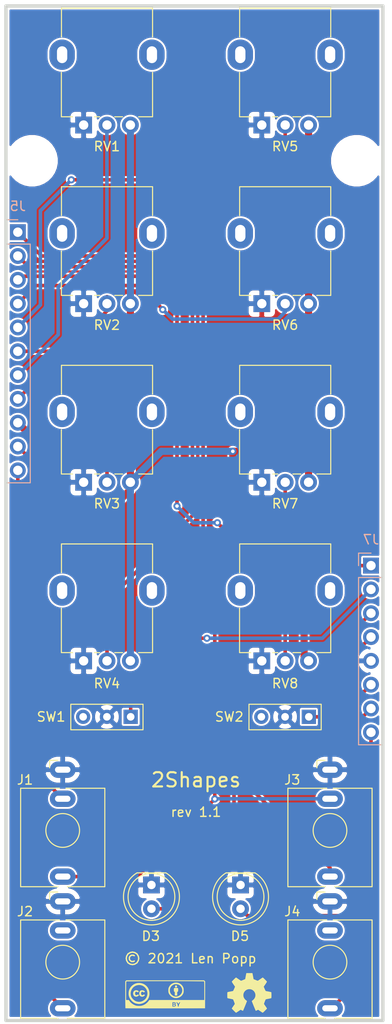
<source format=kicad_pcb>
(kicad_pcb (version 20171130) (host pcbnew "(5.1.10)-1")

  (general
    (thickness 1.6)
    (drawings 7)
    (tracks 134)
    (zones 0)
    (modules 22)
    (nets 22)
  )

  (page A4)
  (title_block
    (title "Controls - Eurorack Dual Envelope Module")
    (date 2021-12-12)
    (rev 1.1)
    (company "Len Popp")
    (comment 1 "Copyright © 2021 Len Popp CC BY")
    (comment 2 "Eurorack digital ADSR envelope module")
  )

  (layers
    (0 F.Cu signal)
    (31 B.Cu signal)
    (36 B.SilkS user)
    (37 F.SilkS user)
    (38 B.Mask user)
    (39 F.Mask user)
    (40 Dwgs.User user)
    (41 Cmts.User user)
    (44 Edge.Cuts user)
    (45 Margin user)
    (46 B.CrtYd user hide)
    (47 F.CrtYd user hide)
    (48 B.Fab user hide)
    (49 F.Fab user hide)
  )

  (setup
    (last_trace_width 0.1524)
    (user_trace_width 0.381)
    (user_trace_width 0.762)
    (trace_clearance 0.1524)
    (zone_clearance 0.2032)
    (zone_45_only no)
    (trace_min 0.1524)
    (via_size 0.762)
    (via_drill 0.381)
    (via_min_size 0.508)
    (via_min_drill 0.254)
    (uvia_size 0.3)
    (uvia_drill 0.1)
    (uvias_allowed no)
    (uvia_min_size 0.2)
    (uvia_min_drill 0.1)
    (edge_width 0.05)
    (segment_width 0.2)
    (pcb_text_width 0.3)
    (pcb_text_size 1.5 1.5)
    (mod_edge_width 0.12)
    (mod_text_size 1 1)
    (mod_text_width 0.15)
    (pad_size 1.8 1.8)
    (pad_drill 0.9)
    (pad_to_mask_clearance 0.0508)
    (aux_axis_origin 0 0)
    (visible_elements 7FFFF77F)
    (pcbplotparams
      (layerselection 0x01030_ffffffff)
      (usegerberextensions true)
      (usegerberattributes false)
      (usegerberadvancedattributes false)
      (creategerberjobfile false)
      (excludeedgelayer true)
      (linewidth 0.100000)
      (plotframeref false)
      (viasonmask false)
      (mode 1)
      (useauxorigin false)
      (hpglpennumber 1)
      (hpglpenspeed 20)
      (hpglpendiameter 15.000000)
      (psnegative false)
      (psa4output false)
      (plotreference true)
      (plotvalue true)
      (plotinvisibletext false)
      (padsonsilk false)
      (subtractmaskfromsilk true)
      (outputformat 1)
      (mirror false)
      (drillshape 0)
      (scaleselection 1)
      (outputdirectory "gerbers/controls/"))
  )

  (net 0 "")
  (net 1 GND)
  (net 2 +5V)
  (net 3 "Net-(J2-PadTN)")
  (net 4 IN-POT-A-1)
  (net 5 IN-GATE-1)
  (net 6 IN-POT-D-1)
  (net 7 OUT-1)
  (net 8 IN-POT-S-1)
  (net 9 LED-1)
  (net 10 IN-POT-R-1)
  (net 11 IN-SW-LOGLIN-1)
  (net 12 IN-SW-LOGLIN-2)
  (net 13 IN-POT-A-2)
  (net 14 LED-2)
  (net 15 IN-POT-D-2)
  (net 16 IN-POT-S-2)
  (net 17 IN-GATE-2)
  (net 18 IN-POT-R-2)
  (net 19 OUT-2)
  (net 20 IN-GATE-BUS)
  (net 21 "Net-(J4-PadTN)")

  (net_class Default "This is the default net class."
    (clearance 0.1524)
    (trace_width 0.1524)
    (via_dia 0.762)
    (via_drill 0.381)
    (uvia_dia 0.3)
    (uvia_drill 0.1)
    (add_net +5V)
    (add_net GND)
    (add_net IN-GATE-1)
    (add_net IN-GATE-2)
    (add_net IN-GATE-BUS)
    (add_net IN-POT-A-1)
    (add_net IN-POT-A-2)
    (add_net IN-POT-D-1)
    (add_net IN-POT-D-2)
    (add_net IN-POT-R-1)
    (add_net IN-POT-R-2)
    (add_net IN-POT-S-1)
    (add_net IN-POT-S-2)
    (add_net IN-SW-LOGLIN-1)
    (add_net IN-SW-LOGLIN-2)
    (add_net LED-1)
    (add_net LED-2)
    (add_net "Net-(J2-PadTN)")
    (add_net "Net-(J4-PadTN)")
    (add_net OUT-1)
    (add_net OUT-2)
  )

  (module -lmp-synth:Jack_3.5mm_QingPu_WQP-PJ398SM_Vertical (layer F.Cu) (tedit 61B64B5F) (tstamp 61AADDDA)
    (at 106.4006 132.334)
    (descr "TS mono 3.5mm, vertical, Thonkiconn, PCB mount, (http://www.qingpu-electronics.com/en/products/WQP-PJ398SM-362.html)")
    (tags "WQP-PJ398SM WQP-PJ301M-12 TS 3.5mm mono vertical jack thonkiconn qingpu")
    (path /60CBFB6A/60F0CF9C)
    (fp_text reference J2 (at -4.03 1.08 180) (layer F.SilkS)
      (effects (font (size 1 1) (thickness 0.15)))
    )
    (fp_text value WQP-PJ398 (at 0 5 180) (layer F.Fab)
      (effects (font (size 1 1) (thickness 0.15)))
    )
    (fp_line (start -4.5 12.66) (end -4.5 -1.24) (layer F.CrtYd) (width 0.05))
    (fp_line (start -4.5 12.48) (end -4.5 2.08) (layer F.Fab) (width 0.1))
    (fp_line (start -4.5 1.98) (end -4.5 12.48) (layer F.SilkS) (width 0.12))
    (fp_line (start 4.5 1.98) (end 4.5 12.48) (layer F.SilkS) (width 0.12))
    (fp_circle (center 0 6.48) (end 1.5 6.48) (layer Dwgs.User) (width 0.12))
    (fp_line (start 0.09 7.96) (end 1.48 6.57) (layer Dwgs.User) (width 0.12))
    (fp_line (start -0.58 7.83) (end 1.36 5.89) (layer Dwgs.User) (width 0.12))
    (fp_line (start -1.07 7.49) (end 1.01 5.41) (layer Dwgs.User) (width 0.12))
    (fp_line (start -1.42 6.875) (end 0.4 5.06) (layer Dwgs.User) (width 0.12))
    (fp_line (start -1.41 6.02) (end -0.46 5.07) (layer Dwgs.User) (width 0.12))
    (fp_line (start 4.5 12.48) (end 0.5 12.48) (layer F.SilkS) (width 0.12))
    (fp_line (start -0.5 12.48) (end -4.5 12.48) (layer F.SilkS) (width 0.12))
    (fp_line (start 4.5 1.98) (end 0.35 1.98) (layer F.SilkS) (width 0.12))
    (fp_line (start -0.35 1.98) (end -4.5 1.98) (layer F.SilkS) (width 0.12))
    (fp_circle (center 0 6.48) (end 1.8 6.48) (layer F.SilkS) (width 0.12))
    (fp_line (start -1.4 -1) (end -1.4 -0.2) (layer F.SilkS) (width 0.12))
    (fp_line (start -1.4 -1) (end -0.54 -1) (layer F.SilkS) (width 0.12))
    (fp_line (start 4.5 12.48) (end 4.5 2.08) (layer F.Fab) (width 0.1))
    (fp_line (start 4.5 12.48) (end -4.5 12.48) (layer F.Fab) (width 0.1))
    (fp_line (start 4.5 12.66) (end 4.5 -1.24) (layer F.CrtYd) (width 0.05))
    (fp_line (start 4.5 12.66) (end -4.5 12.66) (layer F.CrtYd) (width 0.05))
    (fp_line (start 4.5 -1.24) (end -4.5 -1.24) (layer F.CrtYd) (width 0.05))
    (fp_line (start 4.5 2.03) (end -4.5 2.03) (layer F.Fab) (width 0.1))
    (fp_circle (center 0 6.48) (end 1.8 6.48) (layer F.Fab) (width 0.1))
    (fp_line (start 0 0) (end 0 2.03) (layer F.Fab) (width 0.1))
    (fp_text user %R (at 0 8 180) (layer F.Fab)
      (effects (font (size 1 1) (thickness 0.15)))
    )
    (pad T thru_hole oval (at 0 11.4 180) (size 2.75 1.75) (drill oval 1.65 0.65) (layers *.Cu *.Mask)
      (net 7 OUT-1))
    (pad TN thru_hole oval (at 0 3.1 180) (size 2.75 1.75) (drill oval 1.65 0.65) (layers *.Cu *.Mask)
      (net 3 "Net-(J2-PadTN)"))
    (pad S thru_hole oval (at 0 0 180) (size 2.75 1.75) (drill oval 1.65 0.65) (layers *.Cu *.Mask)
      (net 1 GND))
    (model ${KISYS3DMOD}/Connector_Audio.3dshapes/Jack_3.5mm_QingPu_WQP-PJ398SM_Vertical.wrl
      (at (xyz 0 0 0))
      (scale (xyz 1 1 1))
      (rotate (xyz 0 0 0))
    )
  )

  (module -lmp-synth:Jack_3.5mm_QingPu_WQP-PJ398SM_Vertical (layer F.Cu) (tedit 61B64B5F) (tstamp 60CBD51C)
    (at 134.9756 132.334)
    (descr "TS mono 3.5mm, vertical, Thonkiconn, PCB mount, (http://www.qingpu-electronics.com/en/products/WQP-PJ398SM-362.html)")
    (tags "WQP-PJ398SM WQP-PJ301M-12 TS 3.5mm mono vertical jack thonkiconn qingpu")
    (path /60CBFB6A/60F0F6A2)
    (fp_text reference J4 (at -4.03 1.08 180) (layer F.SilkS)
      (effects (font (size 1 1) (thickness 0.15)))
    )
    (fp_text value WQP-PJ398 (at 0 5 180) (layer F.Fab)
      (effects (font (size 1 1) (thickness 0.15)))
    )
    (fp_line (start -4.5 12.66) (end -4.5 -1.24) (layer F.CrtYd) (width 0.05))
    (fp_line (start -4.5 12.48) (end -4.5 2.08) (layer F.Fab) (width 0.1))
    (fp_line (start -4.5 1.98) (end -4.5 12.48) (layer F.SilkS) (width 0.12))
    (fp_line (start 4.5 1.98) (end 4.5 12.48) (layer F.SilkS) (width 0.12))
    (fp_circle (center 0 6.48) (end 1.5 6.48) (layer Dwgs.User) (width 0.12))
    (fp_line (start 0.09 7.96) (end 1.48 6.57) (layer Dwgs.User) (width 0.12))
    (fp_line (start -0.58 7.83) (end 1.36 5.89) (layer Dwgs.User) (width 0.12))
    (fp_line (start -1.07 7.49) (end 1.01 5.41) (layer Dwgs.User) (width 0.12))
    (fp_line (start -1.42 6.875) (end 0.4 5.06) (layer Dwgs.User) (width 0.12))
    (fp_line (start -1.41 6.02) (end -0.46 5.07) (layer Dwgs.User) (width 0.12))
    (fp_line (start 4.5 12.48) (end 0.5 12.48) (layer F.SilkS) (width 0.12))
    (fp_line (start -0.5 12.48) (end -4.5 12.48) (layer F.SilkS) (width 0.12))
    (fp_line (start 4.5 1.98) (end 0.35 1.98) (layer F.SilkS) (width 0.12))
    (fp_line (start -0.35 1.98) (end -4.5 1.98) (layer F.SilkS) (width 0.12))
    (fp_circle (center 0 6.48) (end 1.8 6.48) (layer F.SilkS) (width 0.12))
    (fp_line (start -1.4 -1) (end -1.4 -0.2) (layer F.SilkS) (width 0.12))
    (fp_line (start -1.4 -1) (end -0.54 -1) (layer F.SilkS) (width 0.12))
    (fp_line (start 4.5 12.48) (end 4.5 2.08) (layer F.Fab) (width 0.1))
    (fp_line (start 4.5 12.48) (end -4.5 12.48) (layer F.Fab) (width 0.1))
    (fp_line (start 4.5 12.66) (end 4.5 -1.24) (layer F.CrtYd) (width 0.05))
    (fp_line (start 4.5 12.66) (end -4.5 12.66) (layer F.CrtYd) (width 0.05))
    (fp_line (start 4.5 -1.24) (end -4.5 -1.24) (layer F.CrtYd) (width 0.05))
    (fp_line (start 4.5 2.03) (end -4.5 2.03) (layer F.Fab) (width 0.1))
    (fp_circle (center 0 6.48) (end 1.8 6.48) (layer F.Fab) (width 0.1))
    (fp_line (start 0 0) (end 0 2.03) (layer F.Fab) (width 0.1))
    (fp_text user %R (at 0 8 180) (layer F.Fab)
      (effects (font (size 1 1) (thickness 0.15)))
    )
    (pad T thru_hole oval (at 0 11.4 180) (size 2.75 1.75) (drill oval 1.65 0.65) (layers *.Cu *.Mask)
      (net 19 OUT-2))
    (pad TN thru_hole oval (at 0 3.1 180) (size 2.75 1.75) (drill oval 1.65 0.65) (layers *.Cu *.Mask)
      (net 21 "Net-(J4-PadTN)"))
    (pad S thru_hole oval (at 0 0 180) (size 2.75 1.75) (drill oval 1.65 0.65) (layers *.Cu *.Mask)
      (net 1 GND))
    (model ${KISYS3DMOD}/Connector_Audio.3dshapes/Jack_3.5mm_QingPu_WQP-PJ398SM_Vertical.wrl
      (at (xyz 0 0 0))
      (scale (xyz 1 1 1))
      (rotate (xyz 0 0 0))
    )
  )

  (module -lmp-synth:Jack_3.5mm_QingPu_WQP-PJ398SM_Vertical (layer F.Cu) (tedit 61B64B5F) (tstamp 61886690)
    (at 106.4006 118.2878)
    (descr "TS mono 3.5mm, vertical, Thonkiconn, PCB mount, (http://www.qingpu-electronics.com/en/products/WQP-PJ398SM-362.html)")
    (tags "WQP-PJ398SM WQP-PJ301M-12 TS 3.5mm mono vertical jack thonkiconn qingpu")
    (path /60CBFB6A/60CB8A0C)
    (fp_text reference J1 (at -4.03 1.08 180) (layer F.SilkS)
      (effects (font (size 1 1) (thickness 0.15)))
    )
    (fp_text value WQP-PJ398 (at 0 5 180) (layer F.Fab)
      (effects (font (size 1 1) (thickness 0.15)))
    )
    (fp_line (start -4.5 12.66) (end -4.5 -1.24) (layer F.CrtYd) (width 0.05))
    (fp_line (start -4.5 12.48) (end -4.5 2.08) (layer F.Fab) (width 0.1))
    (fp_line (start -4.5 1.98) (end -4.5 12.48) (layer F.SilkS) (width 0.12))
    (fp_line (start 4.5 1.98) (end 4.5 12.48) (layer F.SilkS) (width 0.12))
    (fp_circle (center 0 6.48) (end 1.5 6.48) (layer Dwgs.User) (width 0.12))
    (fp_line (start 0.09 7.96) (end 1.48 6.57) (layer Dwgs.User) (width 0.12))
    (fp_line (start -0.58 7.83) (end 1.36 5.89) (layer Dwgs.User) (width 0.12))
    (fp_line (start -1.07 7.49) (end 1.01 5.41) (layer Dwgs.User) (width 0.12))
    (fp_line (start -1.42 6.875) (end 0.4 5.06) (layer Dwgs.User) (width 0.12))
    (fp_line (start -1.41 6.02) (end -0.46 5.07) (layer Dwgs.User) (width 0.12))
    (fp_line (start 4.5 12.48) (end 0.5 12.48) (layer F.SilkS) (width 0.12))
    (fp_line (start -0.5 12.48) (end -4.5 12.48) (layer F.SilkS) (width 0.12))
    (fp_line (start 4.5 1.98) (end 0.35 1.98) (layer F.SilkS) (width 0.12))
    (fp_line (start -0.35 1.98) (end -4.5 1.98) (layer F.SilkS) (width 0.12))
    (fp_circle (center 0 6.48) (end 1.8 6.48) (layer F.SilkS) (width 0.12))
    (fp_line (start -1.4 -1) (end -1.4 -0.2) (layer F.SilkS) (width 0.12))
    (fp_line (start -1.4 -1) (end -0.54 -1) (layer F.SilkS) (width 0.12))
    (fp_line (start 4.5 12.48) (end 4.5 2.08) (layer F.Fab) (width 0.1))
    (fp_line (start 4.5 12.48) (end -4.5 12.48) (layer F.Fab) (width 0.1))
    (fp_line (start 4.5 12.66) (end 4.5 -1.24) (layer F.CrtYd) (width 0.05))
    (fp_line (start 4.5 12.66) (end -4.5 12.66) (layer F.CrtYd) (width 0.05))
    (fp_line (start 4.5 -1.24) (end -4.5 -1.24) (layer F.CrtYd) (width 0.05))
    (fp_line (start 4.5 2.03) (end -4.5 2.03) (layer F.Fab) (width 0.1))
    (fp_circle (center 0 6.48) (end 1.8 6.48) (layer F.Fab) (width 0.1))
    (fp_line (start 0 0) (end 0 2.03) (layer F.Fab) (width 0.1))
    (fp_text user %R (at 0 8 180) (layer F.Fab)
      (effects (font (size 1 1) (thickness 0.15)))
    )
    (pad T thru_hole oval (at 0 11.4 180) (size 2.75 1.75) (drill oval 1.65 0.65) (layers *.Cu *.Mask)
      (net 5 IN-GATE-1))
    (pad TN thru_hole oval (at 0 3.1 180) (size 2.75 1.75) (drill oval 1.65 0.65) (layers *.Cu *.Mask)
      (net 20 IN-GATE-BUS))
    (pad S thru_hole oval (at 0 0 180) (size 2.75 1.75) (drill oval 1.65 0.65) (layers *.Cu *.Mask)
      (net 1 GND))
    (model ${KISYS3DMOD}/Connector_Audio.3dshapes/Jack_3.5mm_QingPu_WQP-PJ398SM_Vertical.wrl
      (at (xyz 0 0 0))
      (scale (xyz 1 1 1))
      (rotate (xyz 0 0 0))
    )
  )

  (module -lmp-synth:Jack_3.5mm_QingPu_WQP-PJ398SM_Vertical (layer F.Cu) (tedit 61B64B5F) (tstamp 61A8618F)
    (at 134.9756 118.2878)
    (descr "TS mono 3.5mm, vertical, Thonkiconn, PCB mount, (http://www.qingpu-electronics.com/en/products/WQP-PJ398SM-362.html)")
    (tags "WQP-PJ398SM WQP-PJ301M-12 TS 3.5mm mono vertical jack thonkiconn qingpu")
    (path /60CBFB6A/60F0EBA1)
    (fp_text reference J3 (at -4.03 1.08 180) (layer F.SilkS)
      (effects (font (size 1 1) (thickness 0.15)))
    )
    (fp_text value WQP-PJ398 (at 0 5 180) (layer F.Fab)
      (effects (font (size 1 1) (thickness 0.15)))
    )
    (fp_line (start -4.5 12.66) (end -4.5 -1.24) (layer F.CrtYd) (width 0.05))
    (fp_line (start -4.5 12.48) (end -4.5 2.08) (layer F.Fab) (width 0.1))
    (fp_line (start -4.5 1.98) (end -4.5 12.48) (layer F.SilkS) (width 0.12))
    (fp_line (start 4.5 1.98) (end 4.5 12.48) (layer F.SilkS) (width 0.12))
    (fp_circle (center 0 6.48) (end 1.5 6.48) (layer Dwgs.User) (width 0.12))
    (fp_line (start 0.09 7.96) (end 1.48 6.57) (layer Dwgs.User) (width 0.12))
    (fp_line (start -0.58 7.83) (end 1.36 5.89) (layer Dwgs.User) (width 0.12))
    (fp_line (start -1.07 7.49) (end 1.01 5.41) (layer Dwgs.User) (width 0.12))
    (fp_line (start -1.42 6.875) (end 0.4 5.06) (layer Dwgs.User) (width 0.12))
    (fp_line (start -1.41 6.02) (end -0.46 5.07) (layer Dwgs.User) (width 0.12))
    (fp_line (start 4.5 12.48) (end 0.5 12.48) (layer F.SilkS) (width 0.12))
    (fp_line (start -0.5 12.48) (end -4.5 12.48) (layer F.SilkS) (width 0.12))
    (fp_line (start 4.5 1.98) (end 0.35 1.98) (layer F.SilkS) (width 0.12))
    (fp_line (start -0.35 1.98) (end -4.5 1.98) (layer F.SilkS) (width 0.12))
    (fp_circle (center 0 6.48) (end 1.8 6.48) (layer F.SilkS) (width 0.12))
    (fp_line (start -1.4 -1) (end -1.4 -0.2) (layer F.SilkS) (width 0.12))
    (fp_line (start -1.4 -1) (end -0.54 -1) (layer F.SilkS) (width 0.12))
    (fp_line (start 4.5 12.48) (end 4.5 2.08) (layer F.Fab) (width 0.1))
    (fp_line (start 4.5 12.48) (end -4.5 12.48) (layer F.Fab) (width 0.1))
    (fp_line (start 4.5 12.66) (end 4.5 -1.24) (layer F.CrtYd) (width 0.05))
    (fp_line (start 4.5 12.66) (end -4.5 12.66) (layer F.CrtYd) (width 0.05))
    (fp_line (start 4.5 -1.24) (end -4.5 -1.24) (layer F.CrtYd) (width 0.05))
    (fp_line (start 4.5 2.03) (end -4.5 2.03) (layer F.Fab) (width 0.1))
    (fp_circle (center 0 6.48) (end 1.8 6.48) (layer F.Fab) (width 0.1))
    (fp_line (start 0 0) (end 0 2.03) (layer F.Fab) (width 0.1))
    (fp_text user %R (at 0 8 180) (layer F.Fab)
      (effects (font (size 1 1) (thickness 0.15)))
    )
    (pad T thru_hole oval (at 0 11.4 180) (size 2.75 1.75) (drill oval 1.65 0.65) (layers *.Cu *.Mask)
      (net 17 IN-GATE-2))
    (pad TN thru_hole oval (at 0 3.1 180) (size 2.75 1.75) (drill oval 1.65 0.65) (layers *.Cu *.Mask)
      (net 5 IN-GATE-1))
    (pad S thru_hole oval (at 0 0 180) (size 2.75 1.75) (drill oval 1.65 0.65) (layers *.Cu *.Mask)
      (net 1 GND))
    (model ${KISYS3DMOD}/Connector_Audio.3dshapes/Jack_3.5mm_QingPu_WQP-PJ398SM_Vertical.wrl
      (at (xyz 0 0 0))
      (scale (xyz 1 1 1))
      (rotate (xyz 0 0 0))
    )
  )

  (module -lmp-misc:SW_SPDT_THT_2.54 (layer F.Cu) (tedit 60B83C48) (tstamp 619F0A41)
    (at 132.715 112.649 270)
    (descr "Switch SPDT THT 2.54")
    (tags "SWITCH TOGGLE ILLUM SPDT NKK")
    (path /60CBFB6A/6187D0EE)
    (fp_text reference SW2 (at 0 8.509 180) (layer F.SilkS)
      (effects (font (size 1 1) (thickness 0.15)))
    )
    (fp_text value SPDT (at 0 7.3 90) (layer F.Fab)
      (effects (font (size 1 1) (thickness 0.15)))
    )
    (fp_line (start -1.23 6.29) (end -1.23 -1.21) (layer F.Fab) (width 0.1))
    (fp_line (start -1.34112 6.4008) (end 1.34112 6.4008) (layer F.SilkS) (width 0.12))
    (fp_line (start -1.34112 -1.3208) (end 1.34112 -1.3208) (layer F.SilkS) (width 0.12))
    (fp_line (start -1.34112 6.4008) (end -1.34112 -1.3208) (layer F.SilkS) (width 0.12))
    (fp_line (start 1.38112 -1.3208) (end 1.38112 6.4008) (layer F.SilkS) (width 0.12))
    (fp_line (start -1.48 6.54) (end -1.48 -1.46) (layer F.CrtYd) (width 0.05))
    (fp_line (start -1.48 6.54) (end 1.48 6.54) (layer F.CrtYd) (width 0.05))
    (fp_line (start 1.48 -1.46) (end -1.48 -1.46) (layer F.CrtYd) (width 0.05))
    (fp_line (start 1.52 -1.46) (end 1.52 6.54) (layer F.CrtYd) (width 0.05))
    (fp_line (start -1.23 -1.21) (end 1.23 -1.21) (layer F.Fab) (width 0.1))
    (fp_line (start -1.23 6.29) (end 1.23 6.29) (layer F.Fab) (width 0.1))
    (fp_line (start 1.27 6.29) (end 1.27 -1.21) (layer F.Fab) (width 0.1))
    (fp_text user %R (at 0 -2.2 90) (layer F.Fab)
      (effects (font (size 1 1) (thickness 0.15)))
    )
    (pad 3 thru_hole circle (at 0 5.08 270) (size 1.524 1.524) (drill 0.8128) (layers *.Cu *.Mask))
    (pad 2 thru_hole circle (at 0 2.54 270) (size 1.524 1.524) (drill 0.8128) (layers *.Cu *.Mask)
      (net 1 GND))
    (pad 1 thru_hole rect (at 0 0 270) (size 1.524 1.524) (drill 0.8128) (layers *.Cu *.Mask)
      (net 12 IN-SW-LOGLIN-2))
    (model ${KISYS3DMOD}/Button_Switch_THT.3dshapes/SW_NKK_G1xJP.wrl
      (at (xyz 0 0 0))
      (scale (xyz 1 1 1))
      (rotate (xyz 0 0 0))
    )
  )

  (module -lmp-synth:Potentiometer_Alpha_RD901F-40-00D_Single_Vertical (layer F.Cu) (tedit 5C6C6C14) (tstamp 61886B5E)
    (at 127.6858 106.68 90)
    (descr "Potentiometer, vertical, 9mm, single, http://www.taiwanalpha.com.tw/downloads?target=products&id=113")
    (tags "potentiometer vertical 9mm single")
    (path /60CBFB6A/60FB7A59)
    (fp_text reference RV8 (at -2.413 2.4892) (layer F.SilkS)
      (effects (font (size 1 1) (thickness 0.15)))
    )
    (fp_text value 100K (at 0 9.86 270) (layer F.Fab)
      (effects (font (size 1 1) (thickness 0.15)))
    )
    (fp_line (start -1.15 8.91) (end 12.6 8.91) (layer F.CrtYd) (width 0.05))
    (fp_line (start -1.15 -3.91) (end -1.15 8.91) (layer F.CrtYd) (width 0.05))
    (fp_line (start 12.6 -3.91) (end -1.15 -3.91) (layer F.CrtYd) (width 0.05))
    (fp_line (start 12.6 8.91) (end 12.6 -3.91) (layer F.CrtYd) (width 0.05))
    (fp_line (start 12.47 7.37) (end 12.47 -2.37) (layer F.SilkS) (width 0.12))
    (fp_line (start 0.88 7.37) (end 0.88 5.88) (layer F.SilkS) (width 0.12))
    (fp_line (start 9.41 7.37) (end 12.47 7.37) (layer F.SilkS) (width 0.12))
    (fp_line (start 0.88 -2.38) (end 5.6 -2.38) (layer F.SilkS) (width 0.12))
    (fp_circle (center 7.5 2.5) (end 7.5 -1) (layer F.Fab) (width 0.1))
    (fp_line (start 1 7.25) (end 1 -2.25) (layer F.Fab) (width 0.1))
    (fp_line (start 12.35 7.25) (end 12.35 -2.25) (layer F.Fab) (width 0.1))
    (fp_line (start 1 -2.25) (end 12.35 -2.25) (layer F.Fab) (width 0.1))
    (fp_line (start 1 7.25) (end 12.35 7.25) (layer F.Fab) (width 0.1))
    (fp_line (start 9.41 -2.37) (end 12.47 -2.37) (layer F.SilkS) (width 0.12))
    (fp_line (start 0.88 7.37) (end 5.6 7.37) (layer F.SilkS) (width 0.12))
    (fp_line (start 0.88 -1.19) (end 0.88 -2.37) (layer F.SilkS) (width 0.12))
    (fp_line (start 0.88 1.71) (end 0.88 1.18) (layer F.SilkS) (width 0.12))
    (fp_line (start 0.88 4.16) (end 0.88 3.33) (layer F.SilkS) (width 0.12))
    (fp_text user %R (at 7.62 2.54 90) (layer F.Fab)
      (effects (font (size 1 1) (thickness 0.15)))
    )
    (pad "" thru_hole oval (at 7.5 -2.3 180) (size 2.72 3.24) (drill oval 1.1 1.8) (layers *.Cu *.Mask))
    (pad "" thru_hole oval (at 7.5 7.3 180) (size 2.72 3.24) (drill oval 1.1 1.8) (layers *.Cu *.Mask))
    (pad 3 thru_hole circle (at 0 5 180) (size 1.8 1.8) (drill 1) (layers *.Cu *.Mask)
      (net 2 +5V))
    (pad 2 thru_hole circle (at 0 2.5 180) (size 1.8 1.8) (drill 1) (layers *.Cu *.Mask)
      (net 18 IN-POT-R-2))
    (pad 1 thru_hole rect (at 0 0 180) (size 1.8 1.8) (drill 1) (layers *.Cu *.Mask)
      (net 1 GND))
    (model ${KISYS3DMOD}/Potentiometer_THT.3dshapes/Potentiometer_Alpha_RD901F-40-00D_Single_Vertical.wrl
      (at (xyz 0 0 0))
      (scale (xyz 1 1 1))
      (rotate (xyz 0 0 0))
    )
  )

  (module -lmp-misc:Logo_OSHW (layer F.Cu) (tedit 60F495A1) (tstamp 61B5188C)
    (at 126.365 142.113)
    (descr "Open Source Hardware logo")
    (tags "Open Source Hardware logo")
    (path /60CBFB6A/61A73FD1)
    (attr virtual)
    (fp_text reference G4 (at 0 0) (layer F.SilkS) hide
      (effects (font (size 1.524 1.524) (thickness 0.3)))
    )
    (fp_text value Logo_OSHW (at 0.75 0) (layer F.SilkS) hide
      (effects (font (size 1.524 1.524) (thickness 0.3)))
    )
    (fp_poly (pts (xy 0.332309 -2.043907) (xy 0.341381 -1.998069) (xy 0.354628 -1.929173) (xy 0.370495 -1.845389)
      (xy 0.38743 -1.75489) (xy 0.393386 -1.722796) (xy 0.437401 -1.485029) (xy 0.657063 -1.393795)
      (xy 0.74497 -1.357921) (xy 0.808749 -1.333741) (xy 0.853195 -1.319859) (xy 0.883107 -1.31488)
      (xy 0.903282 -1.317408) (xy 0.9098 -1.320262) (xy 0.933551 -1.334917) (xy 0.978298 -1.364246)
      (xy 1.038939 -1.404842) (xy 1.110374 -1.453296) (xy 1.165969 -1.491371) (xy 1.240949 -1.542833)
      (xy 1.307718 -1.588474) (xy 1.361493 -1.625041) (xy 1.397494 -1.649281) (xy 1.409956 -1.657414)
      (xy 1.427811 -1.652955) (xy 1.463227 -1.627667) (xy 1.517172 -1.58073) (xy 1.590613 -1.511323)
      (xy 1.644039 -1.458948) (xy 1.711608 -1.391108) (xy 1.771268 -1.329438) (xy 1.819306 -1.277919)
      (xy 1.852008 -1.240535) (xy 1.865664 -1.221267) (xy 1.865677 -1.221226) (xy 1.859691 -1.197676)
      (xy 1.835212 -1.150604) (xy 1.793183 -1.081596) (xy 1.734543 -0.992239) (xy 1.697471 -0.937781)
      (xy 1.520815 -0.68096) (xy 1.619383 -0.452127) (xy 1.659348 -0.362713) (xy 1.694168 -0.291444)
      (xy 1.72197 -0.241872) (xy 1.740879 -0.217552) (xy 1.744007 -0.215831) (xy 1.767564 -0.210654)
      (xy 1.816769 -0.200917) (xy 1.886021 -0.187693) (xy 1.969721 -0.172052) (xy 2.047875 -0.157689)
      (xy 2.138232 -0.140363) (xy 2.217638 -0.123538) (xy 2.280838 -0.108457) (xy 2.322577 -0.096363)
      (xy 2.33735 -0.089224) (xy 2.341052 -0.068346) (xy 2.344296 -0.021045) (xy 2.34688 0.047351)
      (xy 2.348601 0.131515) (xy 2.349256 0.224274) (xy 2.34874 0.336892) (xy 2.346841 0.421041)
      (xy 2.343351 0.479979) (xy 2.33806 0.516966) (xy 2.330759 0.535262) (xy 2.329202 0.536832)
      (xy 2.307564 0.54503) (xy 2.260103 0.557343) (xy 2.192292 0.572534) (xy 2.109605 0.589367)
      (xy 2.031546 0.604073) (xy 1.940736 0.621377) (xy 1.860376 0.638211) (xy 1.795872 0.653319)
      (xy 1.752632 0.665446) (xy 1.736595 0.672515) (xy 1.722252 0.695942) (xy 1.700812 0.741547)
      (xy 1.674629 0.803127) (xy 1.646056 0.87448) (xy 1.617445 0.949405) (xy 1.591149 1.021699)
      (xy 1.569521 1.085159) (xy 1.554912 1.133585) (xy 1.549677 1.160773) (xy 1.550241 1.163788)
      (xy 1.562554 1.182573) (xy 1.589739 1.222789) (xy 1.628605 1.279753) (xy 1.675959 1.348785)
      (xy 1.717281 1.408788) (xy 1.768237 1.483332) (xy 1.812217 1.548959) (xy 1.846284 1.601179)
      (xy 1.867501 1.635506) (xy 1.873249 1.647126) (xy 1.862515 1.661602) (xy 1.832595 1.694758)
      (xy 1.786914 1.742986) (xy 1.728898 1.802678) (xy 1.661972 1.870225) (xy 1.652489 1.879701)
      (xy 1.570583 1.960422) (xy 1.507752 2.019804) (xy 1.461587 2.059887) (xy 1.429677 2.082708)
      (xy 1.409614 2.090306) (xy 1.404428 2.089563) (xy 1.382638 2.077373) (xy 1.339761 2.050325)
      (xy 1.280786 2.011678) (xy 1.210703 1.964685) (xy 1.15767 1.928544) (xy 1.084231 1.878624)
      (xy 1.019809 1.835701) (xy 0.968968 1.802746) (xy 0.936274 1.782731) (xy 0.926456 1.778)
      (xy 0.907758 1.784814) (xy 0.868466 1.802925) (xy 0.816075 1.82883) (xy 0.799669 1.837215)
      (xy 0.745513 1.863547) (xy 0.702661 1.881495) (xy 0.678317 1.888138) (xy 0.675671 1.887463)
      (xy 0.666195 1.869527) (xy 0.646683 1.826283) (xy 0.61885 1.761921) (xy 0.584411 1.680627)
      (xy 0.545081 1.586591) (xy 0.502576 1.484001) (xy 0.458609 1.377043) (xy 0.414897 1.269908)
      (xy 0.373154 1.166782) (xy 0.335095 1.071855) (xy 0.302436 0.989313) (xy 0.276891 0.923346)
      (xy 0.260175 0.878141) (xy 0.254004 0.857887) (xy 0.254 0.857727) (xy 0.267057 0.831175)
      (xy 0.291181 0.813655) (xy 0.320082 0.795098) (xy 0.363545 0.760996) (xy 0.413339 0.717903)
      (xy 0.425838 0.706469) (xy 0.521321 0.598253) (xy 0.589436 0.478327) (xy 0.630082 0.350658)
      (xy 0.64316 0.219214) (xy 0.628567 0.087962) (xy 0.586205 -0.039131) (xy 0.515973 -0.158097)
      (xy 0.449685 -0.234902) (xy 0.34119 -0.322392) (xy 0.220313 -0.382989) (xy 0.091552 -0.416695)
      (xy -0.040598 -0.423509) (xy -0.171639 -0.403432) (xy -0.297073 -0.356462) (xy -0.412405 -0.282601)
      (xy -0.465561 -0.234902) (xy -0.555494 -0.124047) (xy -0.617486 -0.002268) (xy -0.651637 0.126466)
      (xy -0.658048 0.258188) (xy -0.636819 0.38893) (xy -0.588051 0.514725) (xy -0.511844 0.631606)
      (xy -0.441714 0.706469) (xy -0.391624 0.750788) (xy -0.345801 0.787757) (xy -0.31248 0.810824)
      (xy -0.307057 0.813655) (xy -0.278822 0.836047) (xy -0.269875 0.857727) (xy -0.275742 0.877259)
      (xy -0.292199 0.921853) (xy -0.317531 0.987321) (xy -0.350023 1.069475) (xy -0.38796 1.164127)
      (xy -0.429627 1.267088) (xy -0.473309 1.374171) (xy -0.517291 1.481187) (xy -0.559858 1.583949)
      (xy -0.599294 1.678267) (xy -0.633886 1.759955) (xy -0.661917 1.824823) (xy -0.681673 1.868683)
      (xy -0.691439 1.887349) (xy -0.691547 1.887463) (xy -0.708781 1.884865) (xy -0.74673 1.87007)
      (xy -0.79819 1.845995) (xy -0.815545 1.837215) (xy -0.87027 1.809724) (xy -0.914006 1.789018)
      (xy -0.939274 1.778598) (xy -0.942068 1.778) (xy -0.958281 1.786545) (xy -0.99619 1.81026)
      (xy -1.051371 1.846265) (xy -1.119398 1.891677) (xy -1.185816 1.93675) (xy -1.261905 1.988112)
      (xy -1.329536 2.03255) (xy -1.38415 2.067164) (xy -1.42119 2.089057) (xy -1.43553 2.0955)
      (xy -1.45167 2.084739) (xy -1.486309 2.054764) (xy -1.535721 2.00903) (xy -1.59618 1.950995)
      (xy -1.663958 1.884116) (xy -1.671057 1.877013) (xy -1.738416 1.808944) (xy -1.797325 1.748305)
      (xy -1.844348 1.698724) (xy -1.87605 1.66383) (xy -1.888994 1.647251) (xy -1.889125 1.646708)
      (xy -1.880529 1.630386) (xy -1.856698 1.592506) (xy -1.820567 1.537547) (xy -1.775072 1.469987)
      (xy -1.733157 1.408788) (xy -1.681353 1.333531) (xy -1.635515 1.266643) (xy -1.598836 1.212805)
      (xy -1.574507 1.176699) (xy -1.566117 1.163788) (xy -1.568212 1.143868) (xy -1.580361 1.100924)
      (xy -1.600208 1.04116) (xy -1.625402 0.970779) (xy -1.653588 0.895982) (xy -1.682414 0.822973)
      (xy -1.709526 0.757956) (xy -1.732571 0.707131) (xy -1.749196 0.676703) (xy -1.752471 0.672589)
      (xy -1.773188 0.664012) (xy -1.819798 0.651325) (xy -1.886901 0.635788) (xy -1.969098 0.618661)
      (xy -2.047875 0.603599) (xy -2.138935 0.586192) (xy -2.219747 0.56945) (xy -2.28486 0.554608)
      (xy -2.328819 0.542897) (xy -2.345532 0.536285) (xy -2.353122 0.52039) (xy -2.35869 0.484937)
      (xy -2.362422 0.426925) (xy -2.364508 0.343353) (xy -2.365136 0.23122) (xy -2.365132 0.224274)
      (xy -2.364454 0.129816) (xy -2.362715 0.045899) (xy -2.360116 -0.022149) (xy -2.356862 -0.069001)
      (xy -2.353226 -0.089224) (xy -2.334501 -0.097698) (xy -2.28973 -0.110242) (xy -2.224168 -0.125615)
      (xy -2.143071 -0.142573) (xy -2.06375 -0.157689) (xy -1.972185 -0.174539) (xy -1.890317 -0.189882)
      (xy -1.823748 -0.202646) (xy -1.778075 -0.211759) (xy -1.759883 -0.215831) (xy -1.743498 -0.23326)
      (xy -1.717751 -0.276831) (xy -1.684515 -0.342991) (xy -1.645665 -0.428188) (xy -1.635259 -0.452127)
      (xy -1.536691 -0.68096) (xy -1.713347 -0.937781) (xy -1.780321 -1.037176) (xy -1.831178 -1.117053)
      (xy -1.864977 -1.175825) (xy -1.880778 -1.211907) (xy -1.881553 -1.221226) (xy -1.867997 -1.240398)
      (xy -1.835375 -1.277706) (xy -1.787401 -1.329167) (xy -1.727787 -1.390799) (xy -1.660247 -1.458619)
      (xy -1.659915 -1.458948) (xy -1.573506 -1.542945) (xy -1.507347 -1.603693) (xy -1.460731 -1.641791)
      (xy -1.432952 -1.657841) (xy -1.425832 -1.657743) (xy -1.406307 -1.644973) (xy -1.365455 -1.617396)
      (xy -1.30806 -1.57827) (xy -1.238906 -1.530853) (xy -1.182688 -1.492145) (xy -1.106717 -1.440046)
      (xy -1.037755 -1.393314) (xy -0.980931 -1.355382) (xy -0.941376 -1.329681) (xy -0.92652 -1.320706)
      (xy -0.909039 -1.315224) (xy -0.884577 -1.316423) (xy -0.848256 -1.32571) (xy -0.7952 -1.344489)
      (xy -0.720531 -1.374168) (xy -0.672939 -1.393795) (xy -0.453277 -1.485029) (xy -0.409262 -1.722796)
      (xy -0.392321 -1.813715) (xy -0.375898 -1.900809) (xy -0.361547 -1.975906) (xy -0.35082 -2.030837)
      (xy -0.348185 -2.043907) (xy -0.331124 -2.12725) (xy 0.315248 -2.12725) (xy 0.332309 -2.043907)) (layer F.SilkS) (width 0.01))
  )

  (module -lmp-synth:Potentiometer_Alpha_RD901F-40-00D_Single_Vertical (layer F.Cu) (tedit 5C6C6C14) (tstamp 61886AB6)
    (at 108.6358 68.58 90)
    (descr "Potentiometer, vertical, 9mm, single, http://www.taiwanalpha.com.tw/downloads?target=products&id=113")
    (tags "potentiometer vertical 9mm single")
    (path /60CBFB6A/60F089FA)
    (fp_text reference RV2 (at -2.286 2.4892) (layer F.SilkS)
      (effects (font (size 1 1) (thickness 0.15)))
    )
    (fp_text value 100K (at 0 9.86 270) (layer F.Fab)
      (effects (font (size 1 1) (thickness 0.15)))
    )
    (fp_line (start -1.15 8.91) (end 12.6 8.91) (layer F.CrtYd) (width 0.05))
    (fp_line (start -1.15 -3.91) (end -1.15 8.91) (layer F.CrtYd) (width 0.05))
    (fp_line (start 12.6 -3.91) (end -1.15 -3.91) (layer F.CrtYd) (width 0.05))
    (fp_line (start 12.6 8.91) (end 12.6 -3.91) (layer F.CrtYd) (width 0.05))
    (fp_line (start 12.47 7.37) (end 12.47 -2.37) (layer F.SilkS) (width 0.12))
    (fp_line (start 0.88 7.37) (end 0.88 5.88) (layer F.SilkS) (width 0.12))
    (fp_line (start 9.41 7.37) (end 12.47 7.37) (layer F.SilkS) (width 0.12))
    (fp_line (start 0.88 -2.38) (end 5.6 -2.38) (layer F.SilkS) (width 0.12))
    (fp_circle (center 7.5 2.5) (end 7.5 -1) (layer F.Fab) (width 0.1))
    (fp_line (start 1 7.25) (end 1 -2.25) (layer F.Fab) (width 0.1))
    (fp_line (start 12.35 7.25) (end 12.35 -2.25) (layer F.Fab) (width 0.1))
    (fp_line (start 1 -2.25) (end 12.35 -2.25) (layer F.Fab) (width 0.1))
    (fp_line (start 1 7.25) (end 12.35 7.25) (layer F.Fab) (width 0.1))
    (fp_line (start 9.41 -2.37) (end 12.47 -2.37) (layer F.SilkS) (width 0.12))
    (fp_line (start 0.88 7.37) (end 5.6 7.37) (layer F.SilkS) (width 0.12))
    (fp_line (start 0.88 -1.19) (end 0.88 -2.37) (layer F.SilkS) (width 0.12))
    (fp_line (start 0.88 1.71) (end 0.88 1.18) (layer F.SilkS) (width 0.12))
    (fp_line (start 0.88 4.16) (end 0.88 3.33) (layer F.SilkS) (width 0.12))
    (fp_text user %R (at 7.62 2.54 90) (layer F.Fab)
      (effects (font (size 1 1) (thickness 0.15)))
    )
    (pad "" thru_hole oval (at 7.5 -2.3 180) (size 2.72 3.24) (drill oval 1.1 1.8) (layers *.Cu *.Mask))
    (pad "" thru_hole oval (at 7.5 7.3 180) (size 2.72 3.24) (drill oval 1.1 1.8) (layers *.Cu *.Mask))
    (pad 3 thru_hole circle (at 0 5 180) (size 1.8 1.8) (drill 1) (layers *.Cu *.Mask)
      (net 2 +5V))
    (pad 2 thru_hole circle (at 0 2.5 180) (size 1.8 1.8) (drill 1) (layers *.Cu *.Mask)
      (net 6 IN-POT-D-1))
    (pad 1 thru_hole rect (at 0 0 180) (size 1.8 1.8) (drill 1) (layers *.Cu *.Mask)
      (net 1 GND))
    (model ${KISYS3DMOD}/Potentiometer_THT.3dshapes/Potentiometer_Alpha_RD901F-40-00D_Single_Vertical.wrl
      (at (xyz 0 0 0))
      (scale (xyz 1 1 1))
      (rotate (xyz 0 0 0))
    )
  )

  (module -lmp-misc:SW_SPDT_THT_2.54 (layer F.Cu) (tedit 60B83C48) (tstamp 61886B71)
    (at 113.665 112.649 270)
    (descr "Switch SPDT THT 2.54")
    (tags "SWITCH TOGGLE ILLUM SPDT NKK")
    (path /60CBFB6A/6185E791)
    (fp_text reference SW1 (at 0 8.509 180) (layer F.SilkS)
      (effects (font (size 1 1) (thickness 0.15)))
    )
    (fp_text value SPDT (at 0 7.3 90) (layer F.Fab)
      (effects (font (size 1 1) (thickness 0.15)))
    )
    (fp_line (start -1.23 6.29) (end -1.23 -1.21) (layer F.Fab) (width 0.1))
    (fp_line (start -1.34112 6.4008) (end 1.34112 6.4008) (layer F.SilkS) (width 0.12))
    (fp_line (start -1.34112 -1.3208) (end 1.34112 -1.3208) (layer F.SilkS) (width 0.12))
    (fp_line (start -1.34112 6.4008) (end -1.34112 -1.3208) (layer F.SilkS) (width 0.12))
    (fp_line (start 1.38112 -1.3208) (end 1.38112 6.4008) (layer F.SilkS) (width 0.12))
    (fp_line (start -1.48 6.54) (end -1.48 -1.46) (layer F.CrtYd) (width 0.05))
    (fp_line (start -1.48 6.54) (end 1.48 6.54) (layer F.CrtYd) (width 0.05))
    (fp_line (start 1.48 -1.46) (end -1.48 -1.46) (layer F.CrtYd) (width 0.05))
    (fp_line (start 1.52 -1.46) (end 1.52 6.54) (layer F.CrtYd) (width 0.05))
    (fp_line (start -1.23 -1.21) (end 1.23 -1.21) (layer F.Fab) (width 0.1))
    (fp_line (start -1.23 6.29) (end 1.23 6.29) (layer F.Fab) (width 0.1))
    (fp_line (start 1.27 6.29) (end 1.27 -1.21) (layer F.Fab) (width 0.1))
    (fp_text user %R (at 0 -2.2 90) (layer F.Fab)
      (effects (font (size 1 1) (thickness 0.15)))
    )
    (pad 3 thru_hole circle (at 0 5.08 270) (size 1.524 1.524) (drill 0.8128) (layers *.Cu *.Mask))
    (pad 2 thru_hole circle (at 0 2.54 270) (size 1.524 1.524) (drill 0.8128) (layers *.Cu *.Mask)
      (net 1 GND))
    (pad 1 thru_hole rect (at 0 0 270) (size 1.524 1.524) (drill 0.8128) (layers *.Cu *.Mask)
      (net 11 IN-SW-LOGLIN-1))
    (model ${KISYS3DMOD}/Button_Switch_THT.3dshapes/SW_NKK_G1xJP.wrl
      (at (xyz 0 0 0))
      (scale (xyz 1 1 1))
      (rotate (xyz 0 0 0))
    )
  )

  (module LED_THT:LED_D5.0mm (layer F.Cu) (tedit 5995936A) (tstamp 61B53F51)
    (at 115.8875 130.5814 270)
    (descr "LED, diameter 5.0mm, 2 pins, http://cdn-reichelt.de/documents/datenblatt/A500/LL-504BC2E-009.pdf")
    (tags "LED diameter 5.0mm 2 pins")
    (path /60CBFB6A/61895D0D)
    (fp_text reference D3 (at 5.461 0.0635 180) (layer F.SilkS)
      (effects (font (size 1 1) (thickness 0.15)))
    )
    (fp_text value LED_5mm_Blue (at 1.27 3.96 90) (layer F.Fab)
      (effects (font (size 1 1) (thickness 0.15)))
    )
    (fp_line (start 4.5 -3.25) (end -1.95 -3.25) (layer F.CrtYd) (width 0.05))
    (fp_line (start 4.5 3.25) (end 4.5 -3.25) (layer F.CrtYd) (width 0.05))
    (fp_line (start -1.95 3.25) (end 4.5 3.25) (layer F.CrtYd) (width 0.05))
    (fp_line (start -1.95 -3.25) (end -1.95 3.25) (layer F.CrtYd) (width 0.05))
    (fp_line (start -1.29 -1.545) (end -1.29 1.545) (layer F.SilkS) (width 0.12))
    (fp_line (start -1.23 -1.469694) (end -1.23 1.469694) (layer F.Fab) (width 0.1))
    (fp_circle (center 1.27 0) (end 3.77 0) (layer F.SilkS) (width 0.12))
    (fp_circle (center 1.27 0) (end 3.77 0) (layer F.Fab) (width 0.1))
    (fp_text user %R (at 1.25 0 90) (layer F.Fab)
      (effects (font (size 0.8 0.8) (thickness 0.2)))
    )
    (fp_arc (start 1.27 0) (end -1.29 1.54483) (angle -148.9) (layer F.SilkS) (width 0.12))
    (fp_arc (start 1.27 0) (end -1.29 -1.54483) (angle 148.9) (layer F.SilkS) (width 0.12))
    (fp_arc (start 1.27 0) (end -1.23 -1.469694) (angle 299.1) (layer F.Fab) (width 0.1))
    (pad 2 thru_hole circle (at 2.54 0 270) (size 1.8 1.8) (drill 0.9) (layers *.Cu *.Mask)
      (net 9 LED-1))
    (pad 1 thru_hole rect (at 0 0 270) (size 1.8 1.8) (drill 0.9) (layers *.Cu *.Mask)
      (net 1 GND))
    (model ${KISYS3DMOD}/LED_THT.3dshapes/LED_D5.0mm.wrl
      (at (xyz 0 0 0))
      (scale (xyz 1 1 1))
      (rotate (xyz 0 0 0))
    )
  )

  (module -lmp-synth:Potentiometer_Alpha_RD901F-40-00D_Single_Vertical (layer F.Cu) (tedit 5C6C6C14) (tstamp 61886AEE)
    (at 108.6358 106.68 90)
    (descr "Potentiometer, vertical, 9mm, single, http://www.taiwanalpha.com.tw/downloads?target=products&id=113")
    (tags "potentiometer vertical 9mm single")
    (path /60CBFB6A/619C81A5)
    (fp_text reference RV4 (at -2.413 2.4892) (layer F.SilkS)
      (effects (font (size 1 1) (thickness 0.15)))
    )
    (fp_text value 100K (at 0 9.86 270) (layer F.Fab)
      (effects (font (size 1 1) (thickness 0.15)))
    )
    (fp_line (start -1.15 8.91) (end 12.6 8.91) (layer F.CrtYd) (width 0.05))
    (fp_line (start -1.15 -3.91) (end -1.15 8.91) (layer F.CrtYd) (width 0.05))
    (fp_line (start 12.6 -3.91) (end -1.15 -3.91) (layer F.CrtYd) (width 0.05))
    (fp_line (start 12.6 8.91) (end 12.6 -3.91) (layer F.CrtYd) (width 0.05))
    (fp_line (start 12.47 7.37) (end 12.47 -2.37) (layer F.SilkS) (width 0.12))
    (fp_line (start 0.88 7.37) (end 0.88 5.88) (layer F.SilkS) (width 0.12))
    (fp_line (start 9.41 7.37) (end 12.47 7.37) (layer F.SilkS) (width 0.12))
    (fp_line (start 0.88 -2.38) (end 5.6 -2.38) (layer F.SilkS) (width 0.12))
    (fp_circle (center 7.5 2.5) (end 7.5 -1) (layer F.Fab) (width 0.1))
    (fp_line (start 1 7.25) (end 1 -2.25) (layer F.Fab) (width 0.1))
    (fp_line (start 12.35 7.25) (end 12.35 -2.25) (layer F.Fab) (width 0.1))
    (fp_line (start 1 -2.25) (end 12.35 -2.25) (layer F.Fab) (width 0.1))
    (fp_line (start 1 7.25) (end 12.35 7.25) (layer F.Fab) (width 0.1))
    (fp_line (start 9.41 -2.37) (end 12.47 -2.37) (layer F.SilkS) (width 0.12))
    (fp_line (start 0.88 7.37) (end 5.6 7.37) (layer F.SilkS) (width 0.12))
    (fp_line (start 0.88 -1.19) (end 0.88 -2.37) (layer F.SilkS) (width 0.12))
    (fp_line (start 0.88 1.71) (end 0.88 1.18) (layer F.SilkS) (width 0.12))
    (fp_line (start 0.88 4.16) (end 0.88 3.33) (layer F.SilkS) (width 0.12))
    (fp_text user %R (at 7.62 2.54 90) (layer F.Fab)
      (effects (font (size 1 1) (thickness 0.15)))
    )
    (pad "" thru_hole oval (at 7.5 -2.3 180) (size 2.72 3.24) (drill oval 1.1 1.8) (layers *.Cu *.Mask))
    (pad "" thru_hole oval (at 7.5 7.3 180) (size 2.72 3.24) (drill oval 1.1 1.8) (layers *.Cu *.Mask))
    (pad 3 thru_hole circle (at 0 5 180) (size 1.8 1.8) (drill 1) (layers *.Cu *.Mask)
      (net 2 +5V))
    (pad 2 thru_hole circle (at 0 2.5 180) (size 1.8 1.8) (drill 1) (layers *.Cu *.Mask)
      (net 10 IN-POT-R-1))
    (pad 1 thru_hole rect (at 0 0 180) (size 1.8 1.8) (drill 1) (layers *.Cu *.Mask)
      (net 1 GND))
    (model ${KISYS3DMOD}/Potentiometer_THT.3dshapes/Potentiometer_Alpha_RD901F-40-00D_Single_Vertical.wrl
      (at (xyz 0 0 0))
      (scale (xyz 1 1 1))
      (rotate (xyz 0 0 0))
    )
  )

  (module -lmp-synth:Potentiometer_Alpha_RD901F-40-00D_Single_Vertical (layer F.Cu) (tedit 5C6C6C14) (tstamp 6188782B)
    (at 108.6358 87.63 90)
    (descr "Potentiometer, vertical, 9mm, single, http://www.taiwanalpha.com.tw/downloads?target=products&id=113")
    (tags "potentiometer vertical 9mm single")
    (path /60CBFB6A/60CAE66F)
    (fp_text reference RV3 (at -2.286 2.4892) (layer F.SilkS)
      (effects (font (size 1 1) (thickness 0.15)))
    )
    (fp_text value 100K (at 0 9.86 270) (layer F.Fab)
      (effects (font (size 1 1) (thickness 0.15)))
    )
    (fp_line (start -1.15 8.91) (end 12.6 8.91) (layer F.CrtYd) (width 0.05))
    (fp_line (start -1.15 -3.91) (end -1.15 8.91) (layer F.CrtYd) (width 0.05))
    (fp_line (start 12.6 -3.91) (end -1.15 -3.91) (layer F.CrtYd) (width 0.05))
    (fp_line (start 12.6 8.91) (end 12.6 -3.91) (layer F.CrtYd) (width 0.05))
    (fp_line (start 12.47 7.37) (end 12.47 -2.37) (layer F.SilkS) (width 0.12))
    (fp_line (start 0.88 7.37) (end 0.88 5.88) (layer F.SilkS) (width 0.12))
    (fp_line (start 9.41 7.37) (end 12.47 7.37) (layer F.SilkS) (width 0.12))
    (fp_line (start 0.88 -2.38) (end 5.6 -2.38) (layer F.SilkS) (width 0.12))
    (fp_circle (center 7.5 2.5) (end 7.5 -1) (layer F.Fab) (width 0.1))
    (fp_line (start 1 7.25) (end 1 -2.25) (layer F.Fab) (width 0.1))
    (fp_line (start 12.35 7.25) (end 12.35 -2.25) (layer F.Fab) (width 0.1))
    (fp_line (start 1 -2.25) (end 12.35 -2.25) (layer F.Fab) (width 0.1))
    (fp_line (start 1 7.25) (end 12.35 7.25) (layer F.Fab) (width 0.1))
    (fp_line (start 9.41 -2.37) (end 12.47 -2.37) (layer F.SilkS) (width 0.12))
    (fp_line (start 0.88 7.37) (end 5.6 7.37) (layer F.SilkS) (width 0.12))
    (fp_line (start 0.88 -1.19) (end 0.88 -2.37) (layer F.SilkS) (width 0.12))
    (fp_line (start 0.88 1.71) (end 0.88 1.18) (layer F.SilkS) (width 0.12))
    (fp_line (start 0.88 4.16) (end 0.88 3.33) (layer F.SilkS) (width 0.12))
    (fp_text user %R (at 7.62 2.54 90) (layer F.Fab)
      (effects (font (size 1 1) (thickness 0.15)))
    )
    (pad "" thru_hole oval (at 7.5 -2.3 180) (size 2.72 3.24) (drill oval 1.1 1.8) (layers *.Cu *.Mask))
    (pad "" thru_hole oval (at 7.5 7.3 180) (size 2.72 3.24) (drill oval 1.1 1.8) (layers *.Cu *.Mask))
    (pad 3 thru_hole circle (at 0 5 180) (size 1.8 1.8) (drill 1) (layers *.Cu *.Mask)
      (net 2 +5V))
    (pad 2 thru_hole circle (at 0 2.5 180) (size 1.8 1.8) (drill 1) (layers *.Cu *.Mask)
      (net 8 IN-POT-S-1))
    (pad 1 thru_hole rect (at 0 0 180) (size 1.8 1.8) (drill 1) (layers *.Cu *.Mask)
      (net 1 GND))
    (model ${KISYS3DMOD}/Potentiometer_THT.3dshapes/Potentiometer_Alpha_RD901F-40-00D_Single_Vertical.wrl
      (at (xyz 0 0 0))
      (scale (xyz 1 1 1))
      (rotate (xyz 0 0 0))
    )
  )

  (module LED_THT:LED_D5.0mm (layer F.Cu) (tedit 5995936A) (tstamp 618865D5)
    (at 125.4125 130.5814 270)
    (descr "LED, diameter 5.0mm, 2 pins, http://cdn-reichelt.de/documents/datenblatt/A500/LL-504BC2E-009.pdf")
    (tags "LED diameter 5.0mm 2 pins")
    (path /60CBFB6A/618AE7EB)
    (fp_text reference D5 (at 5.461 0.0635 180) (layer F.SilkS)
      (effects (font (size 1 1) (thickness 0.15)))
    )
    (fp_text value LED_5mm_Blue (at 1.27 3.96 90) (layer F.Fab)
      (effects (font (size 1 1) (thickness 0.15)))
    )
    (fp_line (start 4.5 -3.25) (end -1.95 -3.25) (layer F.CrtYd) (width 0.05))
    (fp_line (start 4.5 3.25) (end 4.5 -3.25) (layer F.CrtYd) (width 0.05))
    (fp_line (start -1.95 3.25) (end 4.5 3.25) (layer F.CrtYd) (width 0.05))
    (fp_line (start -1.95 -3.25) (end -1.95 3.25) (layer F.CrtYd) (width 0.05))
    (fp_line (start -1.29 -1.545) (end -1.29 1.545) (layer F.SilkS) (width 0.12))
    (fp_line (start -1.23 -1.469694) (end -1.23 1.469694) (layer F.Fab) (width 0.1))
    (fp_circle (center 1.27 0) (end 3.77 0) (layer F.SilkS) (width 0.12))
    (fp_circle (center 1.27 0) (end 3.77 0) (layer F.Fab) (width 0.1))
    (fp_text user %R (at 1.25 0 90) (layer F.Fab)
      (effects (font (size 0.8 0.8) (thickness 0.2)))
    )
    (fp_arc (start 1.27 0) (end -1.29 1.54483) (angle -148.9) (layer F.SilkS) (width 0.12))
    (fp_arc (start 1.27 0) (end -1.29 -1.54483) (angle 148.9) (layer F.SilkS) (width 0.12))
    (fp_arc (start 1.27 0) (end -1.23 -1.469694) (angle 299.1) (layer F.Fab) (width 0.1))
    (pad 2 thru_hole circle (at 2.54 0 270) (size 1.8 1.8) (drill 0.9) (layers *.Cu *.Mask)
      (net 14 LED-2))
    (pad 1 thru_hole rect (at 0 0 270) (size 1.8 1.8) (drill 0.9) (layers *.Cu *.Mask)
      (net 1 GND))
    (model ${KISYS3DMOD}/LED_THT.3dshapes/LED_D5.0mm.wrl
      (at (xyz 0 0 0))
      (scale (xyz 1 1 1))
      (rotate (xyz 0 0 0))
    )
  )

  (module -lmp-synth:Potentiometer_Alpha_RD901F-40-00D_Single_Vertical (layer F.Cu) (tedit 5C6C6C14) (tstamp 6199340F)
    (at 108.6358 49.53 90)
    (descr "Potentiometer, vertical, 9mm, single, http://www.taiwanalpha.com.tw/downloads?target=products&id=113")
    (tags "potentiometer vertical 9mm single")
    (path /60CBFB6A/60F082FD)
    (fp_text reference RV1 (at -2.286 2.4892) (layer F.SilkS)
      (effects (font (size 1 1) (thickness 0.15)))
    )
    (fp_text value 100K (at 0 9.86 270) (layer F.Fab)
      (effects (font (size 1 1) (thickness 0.15)))
    )
    (fp_line (start 0.88 4.16) (end 0.88 3.33) (layer F.SilkS) (width 0.12))
    (fp_line (start 0.88 1.71) (end 0.88 1.18) (layer F.SilkS) (width 0.12))
    (fp_line (start 0.88 -1.19) (end 0.88 -2.37) (layer F.SilkS) (width 0.12))
    (fp_line (start 0.88 7.37) (end 5.6 7.37) (layer F.SilkS) (width 0.12))
    (fp_line (start 9.41 -2.37) (end 12.47 -2.37) (layer F.SilkS) (width 0.12))
    (fp_line (start 1 7.25) (end 12.35 7.25) (layer F.Fab) (width 0.1))
    (fp_line (start 1 -2.25) (end 12.35 -2.25) (layer F.Fab) (width 0.1))
    (fp_line (start 12.35 7.25) (end 12.35 -2.25) (layer F.Fab) (width 0.1))
    (fp_line (start 1 7.25) (end 1 -2.25) (layer F.Fab) (width 0.1))
    (fp_circle (center 7.5 2.5) (end 7.5 -1) (layer F.Fab) (width 0.1))
    (fp_line (start 0.88 -2.38) (end 5.6 -2.38) (layer F.SilkS) (width 0.12))
    (fp_line (start 9.41 7.37) (end 12.47 7.37) (layer F.SilkS) (width 0.12))
    (fp_line (start 0.88 7.37) (end 0.88 5.88) (layer F.SilkS) (width 0.12))
    (fp_line (start 12.47 7.37) (end 12.47 -2.37) (layer F.SilkS) (width 0.12))
    (fp_line (start 12.6 8.91) (end 12.6 -3.91) (layer F.CrtYd) (width 0.05))
    (fp_line (start 12.6 -3.91) (end -1.15 -3.91) (layer F.CrtYd) (width 0.05))
    (fp_line (start -1.15 -3.91) (end -1.15 8.91) (layer F.CrtYd) (width 0.05))
    (fp_line (start -1.15 8.91) (end 12.6 8.91) (layer F.CrtYd) (width 0.05))
    (fp_text user %R (at 7.62 2.54 90) (layer F.Fab)
      (effects (font (size 1 1) (thickness 0.15)))
    )
    (pad "" thru_hole oval (at 7.5 -2.3 180) (size 2.72 3.24) (drill oval 1.1 1.8) (layers *.Cu *.Mask))
    (pad "" thru_hole oval (at 7.5 7.3 180) (size 2.72 3.24) (drill oval 1.1 1.8) (layers *.Cu *.Mask))
    (pad 3 thru_hole circle (at 0 5 180) (size 1.8 1.8) (drill 1) (layers *.Cu *.Mask)
      (net 2 +5V))
    (pad 2 thru_hole circle (at 0 2.5 180) (size 1.8 1.8) (drill 1) (layers *.Cu *.Mask)
      (net 4 IN-POT-A-1))
    (pad 1 thru_hole rect (at 0 0 180) (size 1.8 1.8) (drill 1) (layers *.Cu *.Mask)
      (net 1 GND))
    (model ${KISYS3DMOD}/Potentiometer_THT.3dshapes/Potentiometer_Alpha_RD901F-40-00D_Single_Vertical.wrl
      (at (xyz 0 0 0))
      (scale (xyz 1 1 1))
      (rotate (xyz 0 0 0))
    )
  )

  (module -lmp-synth:Potentiometer_Alpha_RD901F-40-00D_Single_Vertical (layer F.Cu) (tedit 5C6C6C14) (tstamp 61886B26)
    (at 127.6858 68.58 90)
    (descr "Potentiometer, vertical, 9mm, single, http://www.taiwanalpha.com.tw/downloads?target=products&id=113")
    (tags "potentiometer vertical 9mm single")
    (path /60CBFB6A/60FB68DD)
    (fp_text reference RV6 (at -2.286 2.4892) (layer F.SilkS)
      (effects (font (size 1 1) (thickness 0.15)))
    )
    (fp_text value 100K (at 0 9.86 270) (layer F.Fab)
      (effects (font (size 1 1) (thickness 0.15)))
    )
    (fp_line (start 0.88 4.16) (end 0.88 3.33) (layer F.SilkS) (width 0.12))
    (fp_line (start 0.88 1.71) (end 0.88 1.18) (layer F.SilkS) (width 0.12))
    (fp_line (start 0.88 -1.19) (end 0.88 -2.37) (layer F.SilkS) (width 0.12))
    (fp_line (start 0.88 7.37) (end 5.6 7.37) (layer F.SilkS) (width 0.12))
    (fp_line (start 9.41 -2.37) (end 12.47 -2.37) (layer F.SilkS) (width 0.12))
    (fp_line (start 1 7.25) (end 12.35 7.25) (layer F.Fab) (width 0.1))
    (fp_line (start 1 -2.25) (end 12.35 -2.25) (layer F.Fab) (width 0.1))
    (fp_line (start 12.35 7.25) (end 12.35 -2.25) (layer F.Fab) (width 0.1))
    (fp_line (start 1 7.25) (end 1 -2.25) (layer F.Fab) (width 0.1))
    (fp_circle (center 7.5 2.5) (end 7.5 -1) (layer F.Fab) (width 0.1))
    (fp_line (start 0.88 -2.38) (end 5.6 -2.38) (layer F.SilkS) (width 0.12))
    (fp_line (start 9.41 7.37) (end 12.47 7.37) (layer F.SilkS) (width 0.12))
    (fp_line (start 0.88 7.37) (end 0.88 5.88) (layer F.SilkS) (width 0.12))
    (fp_line (start 12.47 7.37) (end 12.47 -2.37) (layer F.SilkS) (width 0.12))
    (fp_line (start 12.6 8.91) (end 12.6 -3.91) (layer F.CrtYd) (width 0.05))
    (fp_line (start 12.6 -3.91) (end -1.15 -3.91) (layer F.CrtYd) (width 0.05))
    (fp_line (start -1.15 -3.91) (end -1.15 8.91) (layer F.CrtYd) (width 0.05))
    (fp_line (start -1.15 8.91) (end 12.6 8.91) (layer F.CrtYd) (width 0.05))
    (fp_text user %R (at 7.62 2.54 90) (layer F.Fab)
      (effects (font (size 1 1) (thickness 0.15)))
    )
    (pad 1 thru_hole rect (at 0 0 180) (size 1.8 1.8) (drill 1) (layers *.Cu *.Mask)
      (net 1 GND))
    (pad 2 thru_hole circle (at 0 2.5 180) (size 1.8 1.8) (drill 1) (layers *.Cu *.Mask)
      (net 15 IN-POT-D-2))
    (pad 3 thru_hole circle (at 0 5 180) (size 1.8 1.8) (drill 1) (layers *.Cu *.Mask)
      (net 2 +5V))
    (pad "" thru_hole oval (at 7.5 7.3 180) (size 2.72 3.24) (drill oval 1.1 1.8) (layers *.Cu *.Mask))
    (pad "" thru_hole oval (at 7.5 -2.3 180) (size 2.72 3.24) (drill oval 1.1 1.8) (layers *.Cu *.Mask))
    (model ${KISYS3DMOD}/Potentiometer_THT.3dshapes/Potentiometer_Alpha_RD901F-40-00D_Single_Vertical.wrl
      (at (xyz 0 0 0))
      (scale (xyz 1 1 1))
      (rotate (xyz 0 0 0))
    )
  )

  (module -lmp-synth:Potentiometer_Alpha_RD901F-40-00D_Single_Vertical (layer F.Cu) (tedit 5C6C6C14) (tstamp 61B4F63F)
    (at 127.6858 87.63 90)
    (descr "Potentiometer, vertical, 9mm, single, http://www.taiwanalpha.com.tw/downloads?target=products&id=113")
    (tags "potentiometer vertical 9mm single")
    (path /60CBFB6A/60FB73D3)
    (fp_text reference RV7 (at -2.286 2.4892) (layer F.SilkS)
      (effects (font (size 1 1) (thickness 0.15)))
    )
    (fp_text value 100K (at 0 9.86 270) (layer F.Fab)
      (effects (font (size 1 1) (thickness 0.15)))
    )
    (fp_line (start -1.15 8.91) (end 12.6 8.91) (layer F.CrtYd) (width 0.05))
    (fp_line (start -1.15 -3.91) (end -1.15 8.91) (layer F.CrtYd) (width 0.05))
    (fp_line (start 12.6 -3.91) (end -1.15 -3.91) (layer F.CrtYd) (width 0.05))
    (fp_line (start 12.6 8.91) (end 12.6 -3.91) (layer F.CrtYd) (width 0.05))
    (fp_line (start 12.47 7.37) (end 12.47 -2.37) (layer F.SilkS) (width 0.12))
    (fp_line (start 0.88 7.37) (end 0.88 5.88) (layer F.SilkS) (width 0.12))
    (fp_line (start 9.41 7.37) (end 12.47 7.37) (layer F.SilkS) (width 0.12))
    (fp_line (start 0.88 -2.38) (end 5.6 -2.38) (layer F.SilkS) (width 0.12))
    (fp_circle (center 7.5 2.5) (end 7.5 -1) (layer F.Fab) (width 0.1))
    (fp_line (start 1 7.25) (end 1 -2.25) (layer F.Fab) (width 0.1))
    (fp_line (start 12.35 7.25) (end 12.35 -2.25) (layer F.Fab) (width 0.1))
    (fp_line (start 1 -2.25) (end 12.35 -2.25) (layer F.Fab) (width 0.1))
    (fp_line (start 1 7.25) (end 12.35 7.25) (layer F.Fab) (width 0.1))
    (fp_line (start 9.41 -2.37) (end 12.47 -2.37) (layer F.SilkS) (width 0.12))
    (fp_line (start 0.88 7.37) (end 5.6 7.37) (layer F.SilkS) (width 0.12))
    (fp_line (start 0.88 -1.19) (end 0.88 -2.37) (layer F.SilkS) (width 0.12))
    (fp_line (start 0.88 1.71) (end 0.88 1.18) (layer F.SilkS) (width 0.12))
    (fp_line (start 0.88 4.16) (end 0.88 3.33) (layer F.SilkS) (width 0.12))
    (fp_text user %R (at 7.62 2.54 90) (layer F.Fab)
      (effects (font (size 1 1) (thickness 0.15)))
    )
    (pad "" thru_hole oval (at 7.5 -2.3 180) (size 2.72 3.24) (drill oval 1.1 1.8) (layers *.Cu *.Mask))
    (pad "" thru_hole oval (at 7.5 7.3 180) (size 2.72 3.24) (drill oval 1.1 1.8) (layers *.Cu *.Mask))
    (pad 3 thru_hole circle (at 0 5 180) (size 1.8 1.8) (drill 1) (layers *.Cu *.Mask)
      (net 2 +5V))
    (pad 2 thru_hole circle (at 0 2.5 180) (size 1.8 1.8) (drill 1) (layers *.Cu *.Mask)
      (net 16 IN-POT-S-2))
    (pad 1 thru_hole rect (at 0 0 180) (size 1.8 1.8) (drill 1) (layers *.Cu *.Mask)
      (net 1 GND))
    (model ${KISYS3DMOD}/Potentiometer_THT.3dshapes/Potentiometer_Alpha_RD901F-40-00D_Single_Vertical.wrl
      (at (xyz 0 0 0))
      (scale (xyz 1 1 1))
      (rotate (xyz 0 0 0))
    )
  )

  (module -lmp-misc:Logo_CC_BY (layer F.Cu) (tedit 0) (tstamp 61B51870)
    (at 117.348 142.24)
    (path /60CBF552/60C31EA4)
    (fp_text reference G2 (at 0 0) (layer F.SilkS) hide
      (effects (font (size 1.524 1.524) (thickness 0.3)))
    )
    (fp_text value Logo_CC_BY (at 0.75 0) (layer F.SilkS) hide
      (effects (font (size 1.524 1.524) (thickness 0.3)))
    )
    (fp_poly (pts (xy 1.198591 -0.946718) (xy 1.24453 -0.917911) (xy 1.27384 -0.871061) (xy 1.277828 -0.813909)
      (xy 1.259491 -0.769726) (xy 1.210366 -0.728824) (xy 1.146002 -0.723246) (xy 1.095375 -0.742529)
      (xy 1.066734 -0.780694) (xy 1.059449 -0.837345) (xy 1.073909 -0.894193) (xy 1.091595 -0.919238)
      (xy 1.144715 -0.94974) (xy 1.198591 -0.946718)) (layer F.SilkS) (width 0.01))
    (fp_poly (pts (xy 1.265371 -0.674893) (xy 1.332164 -0.667029) (xy 1.368521 -0.652922) (xy 1.374168 -0.64759)
      (xy 1.387404 -0.607674) (xy 1.393405 -0.532293) (xy 1.392634 -0.451798) (xy 1.388574 -0.368274)
      (xy 1.382243 -0.318048) (xy 1.370829 -0.292085) (xy 1.351516 -0.281354) (xy 1.338791 -0.278986)
      (xy 1.316623 -0.273497) (xy 1.302673 -0.259195) (xy 1.295045 -0.227858) (xy 1.291842 -0.171267)
      (xy 1.291168 -0.081201) (xy 1.291166 -0.072611) (xy 1.291166 0.127) (xy 1.037166 0.127)
      (xy 1.037166 -0.072611) (xy 1.036608 -0.165606) (xy 1.033668 -0.224491) (xy 1.02645 -0.257486)
      (xy 1.013056 -0.272812) (xy 0.991591 -0.278688) (xy 0.989541 -0.278986) (xy 0.964679 -0.286104)
      (xy 0.949697 -0.304969) (xy 0.941426 -0.345002) (xy 0.936694 -0.415619) (xy 0.935704 -0.438879)
      (xy 0.933742 -0.541942) (xy 0.942403 -0.610052) (xy 0.96854 -0.650424) (xy 1.01901 -0.670269)
      (xy 1.100668 -0.676801) (xy 1.162319 -0.677333) (xy 1.265371 -0.674893)) (layer F.SilkS) (width 0.01))
    (fp_poly (pts (xy -2.39168 -0.425061) (xy -2.365422 -0.419864) (xy -2.306453 -0.398275) (xy -2.24476 -0.363217)
      (xy -2.192613 -0.323291) (xy -2.162283 -0.287101) (xy -2.159 -0.275127) (xy -2.176157 -0.258362)
      (xy -2.218635 -0.2336) (xy -2.231009 -0.227502) (xy -2.279889 -0.206692) (xy -2.308737 -0.20668)
      (xy -2.334969 -0.228531) (xy -2.340123 -0.234165) (xy -2.393198 -0.266129) (xy -2.45973 -0.274255)
      (xy -2.512218 -0.258537) (xy -2.546037 -0.216053) (xy -2.568158 -0.147925) (xy -2.574311 -0.070185)
      (xy -2.570997 -0.037874) (xy -2.542321 0.039667) (xy -2.492697 0.087999) (xy -2.430625 0.10356)
      (xy -2.364608 0.082791) (xy -2.335818 0.060589) (xy -2.297118 0.030981) (xy -2.260723 0.028782)
      (xy -2.223329 0.04199) (xy -2.176133 0.065406) (xy -2.163143 0.089267) (xy -2.183198 0.124379)
      (xy -2.211106 0.155875) (xy -2.296435 0.218831) (xy -2.399927 0.251253) (xy -2.508693 0.251377)
      (xy -2.609839 0.217439) (xy -2.619569 0.211781) (xy -2.700833 0.14597) (xy -2.749326 0.06404)
      (xy -2.768556 -0.041501) (xy -2.76827 -0.105949) (xy -2.745638 -0.232547) (xy -2.693649 -0.330106)
      (xy -2.615317 -0.396277) (xy -2.513656 -0.428712) (xy -2.39168 -0.425061)) (layer F.SilkS) (width 0.01))
    (fp_poly (pts (xy -3.02103 -0.424598) (xy -2.91672 -0.387702) (xy -2.880305 -0.364287) (xy -2.831233 -0.316441)
      (xy -2.82357 -0.27634) (xy -2.857298 -0.243) (xy -2.878228 -0.233015) (xy -2.927801 -0.217368)
      (xy -2.96114 -0.224786) (xy -2.981416 -0.240625) (xy -3.034554 -0.267504) (xy -3.099006 -0.273562)
      (xy -3.155714 -0.258594) (xy -3.175583 -0.242714) (xy -3.193774 -0.202761) (xy -3.208244 -0.139832)
      (xy -3.212007 -0.110423) (xy -3.207041 -0.017637) (xy -3.176589 0.051636) (xy -3.126708 0.092927)
      (xy -3.063452 0.101769) (xy -2.992878 0.073694) (xy -2.977533 0.062563) (xy -2.937359 0.035025)
      (xy -2.905035 0.032112) (xy -2.858844 0.052225) (xy -2.856122 0.053629) (xy -2.789721 0.087967)
      (xy -2.839486 0.141245) (xy -2.933756 0.213414) (xy -3.043435 0.250287) (xy -3.158803 0.250035)
      (xy -3.254244 0.219188) (xy -3.333304 0.158345) (xy -3.387757 0.072069) (xy -3.416357 -0.029772)
      (xy -3.417861 -0.13731) (xy -3.391023 -0.240675) (xy -3.334599 -0.329998) (xy -3.324795 -0.340295)
      (xy -3.236756 -0.400263) (xy -3.131605 -0.428574) (xy -3.02103 -0.424598)) (layer F.SilkS) (width 0.01))
    (fp_poly (pts (xy 1.377307 -1.219627) (xy 1.537281 -1.160105) (xy 1.682469 -1.068615) (xy 1.807111 -0.946685)
      (xy 1.905443 -0.795844) (xy 1.909413 -0.787882) (xy 1.940321 -0.722465) (xy 1.960425 -0.668687)
      (xy 1.972035 -0.614111) (xy 1.977464 -0.5463) (xy 1.979023 -0.452817) (xy 1.979083 -0.413084)
      (xy 1.977975 -0.304751) (xy 1.973402 -0.226714) (xy 1.963487 -0.166965) (xy 1.946354 -0.113498)
      (xy 1.924445 -0.06345) (xy 1.831411 0.086953) (xy 1.708237 0.212584) (xy 1.561218 0.310224)
      (xy 1.396648 0.376655) (xy 1.220825 0.408659) (xy 1.040042 0.403016) (xy 1.018548 0.399695)
      (xy 0.861591 0.353137) (xy 0.711567 0.270809) (xy 0.576827 0.159249) (xy 0.465722 0.024998)
      (xy 0.405977 -0.080051) (xy 0.378882 -0.143162) (xy 0.361991 -0.200848) (xy 0.352996 -0.266663)
      (xy 0.349584 -0.354157) (xy 0.349386 -0.38893) (xy 0.500593 -0.38893) (xy 0.510606 -0.302508)
      (xy 0.536592 -0.193771) (xy 0.574165 -0.106276) (xy 0.63213 -0.022779) (xy 0.683322 0.035796)
      (xy 0.81069 0.145244) (xy 0.953839 0.216764) (xy 1.108269 0.249085) (xy 1.269476 0.24094)
      (xy 1.34649 0.222717) (xy 1.49922 0.157615) (xy 1.625396 0.064388) (xy 1.723417 -0.051265)
      (xy 1.791679 -0.183645) (xy 1.828583 -0.327053) (xy 1.832525 -0.475789) (xy 1.801903 -0.624155)
      (xy 1.735117 -0.766451) (xy 1.654299 -0.872386) (xy 1.547984 -0.968323) (xy 1.43207 -1.031456)
      (xy 1.296278 -1.066311) (xy 1.191868 -1.075973) (xy 1.097105 -1.078188) (xy 1.028028 -1.072995)
      (xy 0.96827 -1.05784) (xy 0.902986 -1.030864) (xy 0.760552 -0.944352) (xy 0.645883 -0.830942)
      (xy 0.562193 -0.696593) (xy 0.512692 -0.547269) (xy 0.500593 -0.38893) (xy 0.349386 -0.38893)
      (xy 0.34925 -0.41275) (xy 0.350641 -0.516588) (xy 0.356385 -0.591778) (xy 0.368837 -0.651959)
      (xy 0.39035 -0.710769) (xy 0.407119 -0.747943) (xy 0.489615 -0.895944) (xy 0.586193 -1.012456)
      (xy 0.704778 -1.107466) (xy 0.866283 -1.1911) (xy 1.036047 -1.236653) (xy 1.208308 -1.245652)
      (xy 1.377307 -1.219627)) (layer F.SilkS) (width 0.01))
    (fp_poly (pts (xy -2.563057 -1.182731) (xy -2.361828 -1.123237) (xy -2.176836 -1.028043) (xy -2.012387 -0.898954)
      (xy -1.872787 -0.737776) (xy -1.851627 -0.706999) (xy -1.760969 -0.533924) (xy -1.702324 -0.341508)
      (xy -1.676332 -0.138827) (xy -1.683633 0.065038) (xy -1.724866 0.261008) (xy -1.774419 0.38896)
      (xy -1.88282 0.569588) (xy -2.02332 0.726553) (xy -2.190308 0.855437) (xy -2.378175 0.951818)
      (xy -2.558393 1.006682) (xy -2.661676 1.025313) (xy -2.752778 1.032549) (xy -2.849774 1.028779)
      (xy -2.963334 1.015429) (xy -3.161479 0.968309) (xy -3.342295 0.883698) (xy -3.50892 0.760016)
      (xy -3.553297 0.718328) (xy -3.700506 0.54945) (xy -3.806929 0.371404) (xy -3.873687 0.181037)
      (xy -3.901084 -0.018874) (xy -3.687783 -0.018874) (xy -3.657491 0.157882) (xy -3.6048 0.296334)
      (xy -3.539895 0.400636) (xy -3.448266 0.509609) (xy -3.342045 0.611122) (xy -3.233365 0.693046)
      (xy -3.174437 0.726586) (xy -3.01123 0.784497) (xy -2.833345 0.810389) (xy -2.655039 0.803099)
      (xy -2.54 0.778349) (xy -2.383548 0.714064) (xy -2.23681 0.620867) (xy -2.110085 0.506773)
      (xy -2.013669 0.379796) (xy -2.002272 0.359795) (xy -1.926639 0.181924) (xy -1.889736 0.003553)
      (xy -1.888625 -0.171489) (xy -1.920364 -0.339374) (xy -1.982014 -0.496271) (xy -2.070635 -0.638352)
      (xy -2.183288 -0.761788) (xy -2.317032 -0.862749) (xy -2.468928 -0.937407) (xy -2.636035 -0.981932)
      (xy -2.815414 -0.992496) (xy -3.004125 -0.965269) (xy -3.017095 -0.961982) (xy -3.18983 -0.896576)
      (xy -3.341128 -0.799061) (xy -3.468467 -0.674837) (xy -3.569325 -0.529307) (xy -3.641178 -0.367869)
      (xy -3.681505 -0.195924) (xy -3.687783 -0.018874) (xy -3.901084 -0.018874) (xy -3.901897 -0.024804)
      (xy -3.89365 -0.240822) (xy -3.851504 -0.433215) (xy -3.772288 -0.615301) (xy -3.660959 -0.781846)
      (xy -3.522476 -0.927617) (xy -3.361796 -1.047378) (xy -3.183877 -1.135898) (xy -2.996996 -1.187388)
      (xy -2.776215 -1.204716) (xy -2.563057 -1.182731)) (layer F.SilkS) (width 0.01))
    (fp_poly (pts (xy 1.008624 0.933911) (xy 1.031746 0.945922) (xy 1.03403 0.973783) (xy 1.033347 0.978959)
      (xy 1.019822 1.01226) (xy 0.983682 1.028491) (xy 0.947208 1.033153) (xy 0.895209 1.034637)
      (xy 0.872834 1.022459) (xy 0.867847 0.98928) (xy 0.867833 0.985528) (xy 0.872155 0.95086)
      (xy 0.893029 0.935299) (xy 0.942319 0.931379) (xy 0.953972 0.931334) (xy 1.008624 0.933911)) (layer F.SilkS) (width 0.01))
    (fp_poly (pts (xy 1.007728 1.10891) (xy 1.049387 1.134554) (xy 1.058333 1.165687) (xy 1.039922 1.20516)
      (xy 0.995527 1.235496) (xy 0.941409 1.250332) (xy 0.893826 1.243305) (xy 0.881944 1.234722)
      (xy 0.871604 1.205116) (xy 0.867833 1.160639) (xy 0.873749 1.117666) (xy 0.900438 1.102183)
      (xy 0.929602 1.100667) (xy 1.007728 1.10891)) (layer F.SilkS) (width 0.01))
    (fp_poly (pts (xy 4.22386 -1.429564) (xy 4.275963 -1.377461) (xy 4.270523 0.057395) (xy 4.265083 1.49225)
      (xy 0.019454 1.497593) (xy -0.401443 1.498054) (xy -0.811056 1.498365) (xy -1.207377 1.498531)
      (xy -1.588395 1.498556) (xy -1.952102 1.498445) (xy -2.296486 1.498202) (xy -2.619538 1.49783)
      (xy -2.919248 1.497335) (xy -3.193607 1.496719) (xy -3.440605 1.495988) (xy -3.658231 1.495145)
      (xy -3.844477 1.494195) (xy -3.997332 1.493142) (xy -4.114786 1.491989) (xy -4.19483 1.490742)
      (xy -4.235454 1.489404) (xy -4.240338 1.488774) (xy -4.242738 1.465738) (xy -4.24501 1.403866)
      (xy -4.24712 1.306657) (xy -4.249033 1.17761) (xy -4.250715 1.020222) (xy -4.252132 0.837992)
      (xy -4.253248 0.634417) (xy -4.25403 0.412996) (xy -4.254443 0.177227) (xy -4.2545 0.048427)
      (xy -4.2545 -0.366183) (xy -4.169834 -0.366183) (xy -4.169834 0.613834) (xy -4.026959 0.614379)
      (xy -3.884084 0.614925) (xy -3.812144 0.720966) (xy -3.692651 0.864995) (xy -3.542152 0.996181)
      (xy -3.371665 1.106777) (xy -3.192209 1.189035) (xy -3.108881 1.21544) (xy -2.997957 1.235421)
      (xy -2.862492 1.245246) (xy -2.719048 1.244881) (xy -2.584188 1.234297) (xy -2.486239 1.216626)
      (xy -2.272603 1.14063) (xy -2.076159 1.027636) (xy -1.902364 0.881322) (xy -1.872569 0.846667)
      (xy 0.783166 0.846667) (xy 0.783166 1.312334) (xy 0.917895 1.312334) (xy 1.004895 1.308401)
      (xy 1.064225 1.294438) (xy 1.108395 1.268464) (xy 1.153631 1.212561) (xy 1.16015 1.151895)
      (xy 1.127249 1.095152) (xy 1.122761 1.090924) (xy 1.095408 1.06005) (xy 1.100119 1.036022)
      (xy 1.112178 1.022631) (xy 1.140542 0.973664) (xy 1.127789 0.922153) (xy 1.100666 0.889)
      (xy 1.066252 0.864363) (xy 1.017466 0.851272) (xy 0.941826 0.846789) (xy 0.92075 0.846667)
      (xy 1.185789 0.846667) (xy 1.270228 0.984623) (xy 1.319 1.071602) (xy 1.345387 1.140404)
      (xy 1.354475 1.205058) (xy 1.354666 1.217456) (xy 1.35688 1.276088) (xy 1.367744 1.303811)
      (xy 1.393598 1.311987) (xy 1.407583 1.312334) (xy 1.440934 1.308067) (xy 1.456279 1.287521)
      (xy 1.460461 1.23908) (xy 1.460563 1.222375) (xy 1.468744 1.154833) (xy 1.496329 1.080912)
      (xy 1.543713 0.994834) (xy 1.585033 0.925149) (xy 1.606079 0.883515) (xy 1.608913 0.86202)
      (xy 1.595597 0.852753) (xy 1.581496 0.849898) (xy 1.555171 0.849042) (xy 1.530909 0.860656)
      (xy 1.501095 0.89146) (xy 1.45812 0.948175) (xy 1.437195 0.977303) (xy 1.403307 1.024763)
      (xy 1.352528 0.935878) (xy 1.314063 0.878532) (xy 1.2778 0.852038) (xy 1.243769 0.84683)
      (xy 1.185789 0.846667) (xy 0.92075 0.846667) (xy 0.783166 0.846667) (xy -1.872569 0.846667)
      (xy -1.783802 0.743422) (xy -1.68774 0.613834) (xy 4.191 0.613834) (xy 4.191 -0.366183)
      (xy 4.190708 -0.611968) (xy 4.18979 -0.818065) (xy 4.188178 -0.987114) (xy 4.185805 -1.121755)
      (xy 4.182605 -1.224631) (xy 4.178511 -1.298382) (xy 4.173457 -1.345649) (xy 4.167375 -1.369072)
      (xy 4.165599 -1.3716) (xy 4.141594 -1.374757) (xy 4.07774 -1.377723) (xy 3.97652 -1.380499)
      (xy 3.840418 -1.383084) (xy 3.671917 -1.385478) (xy 3.473502 -1.387681) (xy 3.247656 -1.389693)
      (xy 2.996862 -1.391514) (xy 2.723604 -1.393145) (xy 2.430367 -1.394585) (xy 2.119632 -1.395834)
      (xy 1.793885 -1.396892) (xy 1.455608 -1.397759) (xy 1.107285 -1.398435) (xy 0.751401 -1.398921)
      (xy 0.390438 -1.399216) (xy 0.02688 -1.39932) (xy -0.336789 -1.399233) (xy -0.698086 -1.398955)
      (xy -1.054526 -1.398487) (xy -1.403627 -1.397827) (xy -1.742905 -1.396977) (xy -2.069875 -1.395936)
      (xy -2.382055 -1.394704) (xy -2.676961 -1.393282) (xy -2.952109 -1.391668) (xy -3.205015 -1.389864)
      (xy -3.433196 -1.387869) (xy -3.634169 -1.385683) (xy -3.805449 -1.383306) (xy -3.944553 -1.380738)
      (xy -4.048998 -1.37798) (xy -4.116299 -1.37503) (xy -4.143973 -1.37189) (xy -4.144434 -1.3716)
      (xy -4.150797 -1.353998) (xy -4.156114 -1.313246) (xy -4.160454 -1.246703) (xy -4.163882 -1.151728)
      (xy -4.166465 -1.025681) (xy -4.168271 -0.865919) (xy -4.169365 -0.669804) (xy -4.169814 -0.434693)
      (xy -4.169834 -0.366183) (xy -4.2545 -0.366183) (xy -4.2545 -1.377757) (xy -4.202546 -1.429712)
      (xy -4.150591 -1.481666) (xy 4.171757 -1.481666) (xy 4.22386 -1.429564)) (layer F.SilkS) (width 0.01))
  )

  (module -lmp-synth:Potentiometer_Alpha_RD901F-40-00D_Single_Vertical (layer F.Cu) (tedit 5C6C6C14) (tstamp 619A9534)
    (at 127.6858 49.53 90)
    (descr "Potentiometer, vertical, 9mm, single, http://www.taiwanalpha.com.tw/downloads?target=products&id=113")
    (tags "potentiometer vertical 9mm single")
    (path /60CBFB6A/619FABC7)
    (fp_text reference RV5 (at -2.286 2.4892) (layer F.SilkS)
      (effects (font (size 1 1) (thickness 0.15)))
    )
    (fp_text value 100K (at 0 9.86 270) (layer F.Fab)
      (effects (font (size 1 1) (thickness 0.15)))
    )
    (fp_line (start -1.15 8.91) (end 12.6 8.91) (layer F.CrtYd) (width 0.05))
    (fp_line (start -1.15 -3.91) (end -1.15 8.91) (layer F.CrtYd) (width 0.05))
    (fp_line (start 12.6 -3.91) (end -1.15 -3.91) (layer F.CrtYd) (width 0.05))
    (fp_line (start 12.6 8.91) (end 12.6 -3.91) (layer F.CrtYd) (width 0.05))
    (fp_line (start 12.47 7.37) (end 12.47 -2.37) (layer F.SilkS) (width 0.12))
    (fp_line (start 0.88 7.37) (end 0.88 5.88) (layer F.SilkS) (width 0.12))
    (fp_line (start 9.41 7.37) (end 12.47 7.37) (layer F.SilkS) (width 0.12))
    (fp_line (start 0.88 -2.38) (end 5.6 -2.38) (layer F.SilkS) (width 0.12))
    (fp_circle (center 7.5 2.5) (end 7.5 -1) (layer F.Fab) (width 0.1))
    (fp_line (start 1 7.25) (end 1 -2.25) (layer F.Fab) (width 0.1))
    (fp_line (start 12.35 7.25) (end 12.35 -2.25) (layer F.Fab) (width 0.1))
    (fp_line (start 1 -2.25) (end 12.35 -2.25) (layer F.Fab) (width 0.1))
    (fp_line (start 1 7.25) (end 12.35 7.25) (layer F.Fab) (width 0.1))
    (fp_line (start 9.41 -2.37) (end 12.47 -2.37) (layer F.SilkS) (width 0.12))
    (fp_line (start 0.88 7.37) (end 5.6 7.37) (layer F.SilkS) (width 0.12))
    (fp_line (start 0.88 -1.19) (end 0.88 -2.37) (layer F.SilkS) (width 0.12))
    (fp_line (start 0.88 1.71) (end 0.88 1.18) (layer F.SilkS) (width 0.12))
    (fp_line (start 0.88 4.16) (end 0.88 3.33) (layer F.SilkS) (width 0.12))
    (fp_text user %R (at 7.62 2.54 90) (layer F.Fab)
      (effects (font (size 1 1) (thickness 0.15)))
    )
    (pad "" thru_hole oval (at 7.5 -2.3 180) (size 2.72 3.24) (drill oval 1.1 1.8) (layers *.Cu *.Mask))
    (pad "" thru_hole oval (at 7.5 7.3 180) (size 2.72 3.24) (drill oval 1.1 1.8) (layers *.Cu *.Mask))
    (pad 3 thru_hole circle (at 0 5 180) (size 1.8 1.8) (drill 1) (layers *.Cu *.Mask)
      (net 2 +5V))
    (pad 2 thru_hole circle (at 0 2.5 180) (size 1.8 1.8) (drill 1) (layers *.Cu *.Mask)
      (net 13 IN-POT-A-2))
    (pad 1 thru_hole rect (at 0 0 180) (size 1.8 1.8) (drill 1) (layers *.Cu *.Mask)
      (net 1 GND))
    (model ${KISYS3DMOD}/Potentiometer_THT.3dshapes/Potentiometer_Alpha_RD901F-40-00D_Single_Vertical.wrl
      (at (xyz 0 0 0))
      (scale (xyz 1 1 1))
      (rotate (xyz 0 0 0))
    )
  )

  (module -lmp-holes:MountingHole_PCB_3.2mm_M3 (layer F.Cu) (tedit 61A52D67) (tstamp 619F7340)
    (at 137.836 53.34)
    (descr "Mounting Hole 3.2mm, no annular, M3")
    (tags "mounting hole 3.2mm no annular m3")
    (path /60CBFB6A/61A7A8FD)
    (clearance 1.15)
    (attr virtual)
    (fp_text reference H2 (at 0 0) (layer F.SilkS) hide
      (effects (font (size 1 1) (thickness 0.15)))
    )
    (fp_text value MountingHole_M3 (at 0 0.009) (layer F.Fab)
      (effects (font (size 1 1) (thickness 0.15)))
    )
    (fp_text user %R (at 0.3 0) (layer F.Fab)
      (effects (font (size 1 1) (thickness 0.15)))
    )
    (pad 1 np_thru_hole circle (at 0 0) (size 3.2 3.2) (drill 3.2) (layers *.Cu *.Mask))
  )

  (module -lmp-holes:MountingHole_PCB_3.2mm_M3 (layer F.Cu) (tedit 61A52D67) (tstamp 619E7A65)
    (at 103.124 53.34)
    (descr "Mounting Hole 3.2mm, no annular, M3")
    (tags "mounting hole 3.2mm no annular m3")
    (path /60CBFB6A/61A7A513)
    (clearance 1.15)
    (attr virtual)
    (fp_text reference H1 (at 0 0) (layer F.SilkS) hide
      (effects (font (size 1 1) (thickness 0.15)))
    )
    (fp_text value MountingHole_M3 (at 0 0.009) (layer F.Fab)
      (effects (font (size 1 1) (thickness 0.15)))
    )
    (fp_text user %R (at 0.3 0) (layer F.Fab)
      (effects (font (size 1 1) (thickness 0.15)))
    )
    (pad 1 np_thru_hole circle (at 0 0) (size 3.2 3.2) (drill 3.2) (layers *.Cu *.Mask))
  )

  (module Connector_PinSocket_2.54mm:PinSocket_1x11_P2.54mm_Vertical (layer B.Cu) (tedit 5A19A42E) (tstamp 60CBD548)
    (at 101.6 60.96 180)
    (descr "Through hole straight socket strip, 1x11, 2.54mm pitch, single row (from Kicad 4.0.7), script generated")
    (tags "Through hole socket strip THT 1x11 2.54mm single row")
    (path /60CBFB6A/60C12315)
    (fp_text reference J5 (at 0 2.77) (layer B.SilkS)
      (effects (font (size 1 1) (thickness 0.15)) (justify mirror))
    )
    (fp_text value Conn_Front_Left_Top (at 0 -28.17) (layer B.Fab)
      (effects (font (size 1 1) (thickness 0.15)) (justify mirror))
    )
    (fp_line (start -1.27 1.27) (end 0.635 1.27) (layer B.Fab) (width 0.1))
    (fp_line (start 0.635 1.27) (end 1.27 0.635) (layer B.Fab) (width 0.1))
    (fp_line (start 1.27 0.635) (end 1.27 -26.67) (layer B.Fab) (width 0.1))
    (fp_line (start 1.27 -26.67) (end -1.27 -26.67) (layer B.Fab) (width 0.1))
    (fp_line (start -1.27 -26.67) (end -1.27 1.27) (layer B.Fab) (width 0.1))
    (fp_line (start -1.33 -1.27) (end 1.33 -1.27) (layer B.SilkS) (width 0.12))
    (fp_line (start -1.33 -1.27) (end -1.33 -26.73) (layer B.SilkS) (width 0.12))
    (fp_line (start -1.33 -26.73) (end 1.33 -26.73) (layer B.SilkS) (width 0.12))
    (fp_line (start 1.33 -1.27) (end 1.33 -26.73) (layer B.SilkS) (width 0.12))
    (fp_line (start 1.33 1.33) (end 1.33 0) (layer B.SilkS) (width 0.12))
    (fp_line (start 0 1.33) (end 1.33 1.33) (layer B.SilkS) (width 0.12))
    (fp_line (start -1.8 1.8) (end 1.75 1.8) (layer B.CrtYd) (width 0.05))
    (fp_line (start 1.75 1.8) (end 1.75 -27.15) (layer B.CrtYd) (width 0.05))
    (fp_line (start 1.75 -27.15) (end -1.8 -27.15) (layer B.CrtYd) (width 0.05))
    (fp_line (start -1.8 -27.15) (end -1.8 1.8) (layer B.CrtYd) (width 0.05))
    (fp_text user %R (at 0 -12.7 270) (layer B.Fab)
      (effects (font (size 1 1) (thickness 0.15)) (justify mirror))
    )
    (pad 11 thru_hole oval (at 0 -25.4 180) (size 1.7 1.7) (drill 1) (layers *.Cu *.Mask)
      (net 20 IN-GATE-BUS))
    (pad 10 thru_hole oval (at 0 -22.86 180) (size 1.7 1.7) (drill 1) (layers *.Cu *.Mask)
      (net 7 OUT-1))
    (pad 9 thru_hole oval (at 0 -20.32 180) (size 1.7 1.7) (drill 1) (layers *.Cu *.Mask)
      (net 2 +5V))
    (pad 8 thru_hole oval (at 0 -17.78 180) (size 1.7 1.7) (drill 1) (layers *.Cu *.Mask)
      (net 8 IN-POT-S-1))
    (pad 7 thru_hole oval (at 0 -15.24 180) (size 1.7 1.7) (drill 1) (layers *.Cu *.Mask)
      (net 4 IN-POT-A-1))
    (pad 6 thru_hole oval (at 0 -12.7 180) (size 1.7 1.7) (drill 1) (layers *.Cu *.Mask)
      (net 6 IN-POT-D-1))
    (pad 5 thru_hole oval (at 0 -10.16 180) (size 1.7 1.7) (drill 1) (layers *.Cu *.Mask)
      (net 13 IN-POT-A-2))
    (pad 4 thru_hole oval (at 0 -7.62 180) (size 1.7 1.7) (drill 1) (layers *.Cu *.Mask)
      (net 15 IN-POT-D-2))
    (pad 3 thru_hole oval (at 0 -5.08 180) (size 1.7 1.7) (drill 1) (layers *.Cu *.Mask)
      (net 18 IN-POT-R-2))
    (pad 2 thru_hole oval (at 0 -2.54 180) (size 1.7 1.7) (drill 1) (layers *.Cu *.Mask)
      (net 10 IN-POT-R-1))
    (pad 1 thru_hole rect (at 0 0 180) (size 1.7 1.7) (drill 1) (layers *.Cu *.Mask)
      (net 5 IN-GATE-1))
    (model ${KISYS3DMOD}/Connector_PinSocket_2.54mm.3dshapes/PinSocket_1x11_P2.54mm_Vertical.wrl
      (at (xyz 0 0 0))
      (scale (xyz 1 1 1))
      (rotate (xyz 0 0 0))
    )
  )

  (module Connector_PinSocket_2.54mm:PinSocket_1x08_P2.54mm_Vertical (layer B.Cu) (tedit 5A19A420) (tstamp 60CBD574)
    (at 139.36 96.52 180)
    (descr "Through hole straight socket strip, 1x08, 2.54mm pitch, single row (from Kicad 4.0.7), script generated")
    (tags "Through hole socket strip THT 1x08 2.54mm single row")
    (path /60CBFB6A/60C1CF6B)
    (fp_text reference J7 (at 0 2.77) (layer B.SilkS)
      (effects (font (size 1 1) (thickness 0.15)) (justify mirror))
    )
    (fp_text value Conn_Front_Right (at 0 -20.55) (layer B.Fab)
      (effects (font (size 1 1) (thickness 0.15)) (justify mirror))
    )
    (fp_line (start -1.8 -19.55) (end -1.8 1.8) (layer B.CrtYd) (width 0.05))
    (fp_line (start 1.75 -19.55) (end -1.8 -19.55) (layer B.CrtYd) (width 0.05))
    (fp_line (start 1.75 1.8) (end 1.75 -19.55) (layer B.CrtYd) (width 0.05))
    (fp_line (start -1.8 1.8) (end 1.75 1.8) (layer B.CrtYd) (width 0.05))
    (fp_line (start 0 1.33) (end 1.33 1.33) (layer B.SilkS) (width 0.12))
    (fp_line (start 1.33 1.33) (end 1.33 0) (layer B.SilkS) (width 0.12))
    (fp_line (start 1.33 -1.27) (end 1.33 -19.11) (layer B.SilkS) (width 0.12))
    (fp_line (start -1.33 -19.11) (end 1.33 -19.11) (layer B.SilkS) (width 0.12))
    (fp_line (start -1.33 -1.27) (end -1.33 -19.11) (layer B.SilkS) (width 0.12))
    (fp_line (start -1.33 -1.27) (end 1.33 -1.27) (layer B.SilkS) (width 0.12))
    (fp_line (start -1.27 -19.05) (end -1.27 1.27) (layer B.Fab) (width 0.1))
    (fp_line (start 1.27 -19.05) (end -1.27 -19.05) (layer B.Fab) (width 0.1))
    (fp_line (start 1.27 0.635) (end 1.27 -19.05) (layer B.Fab) (width 0.1))
    (fp_line (start 0.635 1.27) (end 1.27 0.635) (layer B.Fab) (width 0.1))
    (fp_line (start -1.27 1.27) (end 0.635 1.27) (layer B.Fab) (width 0.1))
    (fp_text user %R (at 0 -8.89 270) (layer B.Fab)
      (effects (font (size 1 1) (thickness 0.15)) (justify mirror))
    )
    (pad 8 thru_hole oval (at 0 -17.78 180) (size 1.7 1.7) (drill 1) (layers *.Cu *.Mask)
      (net 19 OUT-2))
    (pad 7 thru_hole oval (at 0 -15.24 180) (size 1.7 1.7) (drill 1) (layers *.Cu *.Mask)
      (net 14 LED-2))
    (pad 6 thru_hole oval (at 0 -12.7 180) (size 1.7 1.7) (drill 1) (layers *.Cu *.Mask)
      (net 12 IN-SW-LOGLIN-2))
    (pad 5 thru_hole oval (at 0 -10.16 180) (size 1.7 1.7) (drill 1) (layers *.Cu *.Mask)
      (net 1 GND))
    (pad 4 thru_hole oval (at 0 -7.62 180) (size 1.7 1.7) (drill 1) (layers *.Cu *.Mask)
      (net 17 IN-GATE-2))
    (pad 3 thru_hole oval (at 0 -5.08 180) (size 1.7 1.7) (drill 1) (layers *.Cu *.Mask)
      (net 9 LED-1))
    (pad 2 thru_hole oval (at 0 -2.54 180) (size 1.7 1.7) (drill 1) (layers *.Cu *.Mask)
      (net 11 IN-SW-LOGLIN-1))
    (pad 1 thru_hole rect (at 0 0 180) (size 1.7 1.7) (drill 1) (layers *.Cu *.Mask)
      (net 16 IN-POT-S-2))
    (model ${KISYS3DMOD}/Connector_PinSocket_2.54mm.3dshapes/PinSocket_1x08_P2.54mm_Vertical.wrl
      (at (xyz 0 0 0))
      (scale (xyz 1 1 1))
      (rotate (xyz 0 0 0))
    )
  )

  (gr_text "rev 1.1" (at 120.65 122.809) (layer F.SilkS)
    (effects (font (size 1 1) (thickness 0.15)))
  )
  (gr_text "© 2021 Len Popp" (at 112.903 138.43) (layer F.SilkS) (tstamp 61B51862)
    (effects (font (size 1 1) (thickness 0.15)) (justify left))
  )
  (gr_text 2Shapes (at 120.65 119.38) (layer F.SilkS) (tstamp 619B26A7)
    (effects (font (size 1.524 1.524) (thickness 0.2286)))
  )
  (gr_line (start 140.63 36.83) (end 140.63 145.034) (layer Edge.Cuts) (width 0.3556) (tstamp 60C192AB))
  (gr_line (start 100.33 145.034) (end 100.33 36.83) (layer Edge.Cuts) (width 0.3556))
  (gr_line (start 100.33 36.83) (end 140.63 36.83) (layer Edge.Cuts) (width 0.3556) (tstamp 60C192B1))
  (gr_line (start 140.63 145.034) (end 100.33 145.034) (layer Edge.Cuts) (width 0.3556) (tstamp 60C192AE))

  (segment (start 113.6358 68.58) (end 113.6358 87.63) (width 0.762) (layer F.Cu) (net 2) (status 30))
  (segment (start 132.6858 87.63) (end 132.6858 68.58) (width 0.762) (layer F.Cu) (net 2) (status 30))
  (segment (start 113.6358 87.63) (end 116.9378 84.328) (width 0.762) (layer B.Cu) (net 2) (status 10))
  (segment (start 113.6358 87.63) (end 113.6358 106.68) (width 0.762) (layer B.Cu) (net 2) (status 30))
  (segment (start 132.6858 68.58) (end 132.6858 49.53) (width 0.762) (layer F.Cu) (net 2) (status 30))
  (segment (start 113.6358 49.53) (end 113.6358 68.58) (width 0.762) (layer B.Cu) (net 2) (status 30))
  (via (at 124.587 84.328) (size 0.762) (drill 0.381) (layers F.Cu B.Cu) (net 2))
  (segment (start 116.9378 84.328) (end 124.587 84.328) (width 0.762) (layer B.Cu) (net 2))
  (segment (start 124.587 84.328) (end 132.6566 84.328) (width 0.762) (layer F.Cu) (net 2))
  (segment (start 132.207 106.2012) (end 132.6858 106.68) (width 0.762) (layer F.Cu) (net 2) (status 30))
  (segment (start 132.207 99.338886) (end 132.207 106.2012) (width 0.762) (layer F.Cu) (net 2) (status 20))
  (segment (start 124.587 91.718886) (end 132.207 99.338886) (width 0.762) (layer F.Cu) (net 2))
  (segment (start 124.587 84.328) (end 124.587 91.718886) (width 0.762) (layer F.Cu) (net 2))
  (segment (start 105.918 85.598) (end 101.6 81.28) (width 0.762) (layer F.Cu) (net 2) (status 20))
  (segment (start 105.918 88.392) (end 105.918 85.598) (width 0.762) (layer F.Cu) (net 2))
  (segment (start 107.315 89.789) (end 105.918 88.392) (width 0.762) (layer F.Cu) (net 2))
  (segment (start 112.268 89.789) (end 107.315 89.789) (width 0.762) (layer F.Cu) (net 2))
  (segment (start 113.6358 88.4212) (end 112.268 89.789) (width 0.762) (layer F.Cu) (net 2) (status 10))
  (segment (start 113.6358 87.63) (end 113.6358 88.4212) (width 0.762) (layer F.Cu) (net 2) (status 30))
  (segment (start 111.125 49.5408) (end 111.1358 49.53) (width 0.381) (layer F.Cu) (net 4) (status 30))
  (segment (start 105.918 71.882) (end 101.6 76.2) (width 0.381) (layer B.Cu) (net 4) (status 20))
  (segment (start 111.125 61.595) (end 105.918 66.802) (width 0.381) (layer B.Cu) (net 4))
  (segment (start 111.125 49.5408) (end 111.125 61.595) (width 0.381) (layer B.Cu) (net 4) (status 10))
  (segment (start 111.1358 49.53) (end 111.125 49.5408) (width 0.381) (layer B.Cu) (net 4) (status 30))
  (segment (start 105.918 66.802) (end 105.918 71.882) (width 0.381) (layer B.Cu) (net 4))
  (segment (start 111.3536 63.5) (end 111.633 63.5) (width 0.381) (layer F.Cu) (net 5))
  (segment (start 104.14 63.5) (end 111.633 63.5) (width 0.381) (layer F.Cu) (net 5))
  (segment (start 101.6 60.96) (end 104.14 63.5) (width 0.381) (layer F.Cu) (net 5) (status 10))
  (segment (start 106.4006 129.6878) (end 107.2942 129.6878) (width 0.381) (layer F.Cu) (net 5) (status 30))
  (via (at 122.656602 121.412) (size 0.762) (drill 0.381) (layers F.Cu B.Cu) (net 5))
  (segment (start 116.3828 63.5) (end 121.412 68.5292) (width 0.381) (layer F.Cu) (net 5))
  (segment (start 106.4006 129.6878) (end 114.380802 129.6878) (width 0.381) (layer F.Cu) (net 5) (status 10))
  (segment (start 114.380802 129.6878) (end 122.656602 121.412) (width 0.381) (layer F.Cu) (net 5))
  (segment (start 111.633 63.5) (end 116.3828 63.5) (width 0.381) (layer F.Cu) (net 5))
  (segment (start 134.9756 121.3878) (end 122.680802 121.3878) (width 0.381) (layer B.Cu) (net 5) (status 10))
  (segment (start 122.680802 121.3878) (end 122.656602 121.412) (width 0.381) (layer B.Cu) (net 5))
  (segment (start 121.412 68.5292) (end 121.412 98.933) (width 0.381) (layer F.Cu) (net 5))
  (segment (start 121.412 98.933) (end 122.656602 100.177602) (width 0.381) (layer F.Cu) (net 5))
  (segment (start 122.656602 100.177602) (end 122.656602 121.412) (width 0.381) (layer F.Cu) (net 5))
  (segment (start 111.1358 68.58) (end 111.1358 67.8288) (width 0.381) (layer F.Cu) (net 6) (status 30))
  (segment (start 111.1358 69.3566) (end 111.1358 68.58) (width 0.381) (layer F.Cu) (net 6) (status 30))
  (segment (start 106.8324 73.66) (end 109.5502 70.9422) (width 0.381) (layer F.Cu) (net 6))
  (segment (start 101.6 73.66) (end 106.8324 73.66) (width 0.381) (layer F.Cu) (net 6) (status 10))
  (segment (start 109.5502 70.9422) (end 111.1358 69.3566) (width 0.381) (layer F.Cu) (net 6) (status 20))
  (segment (start 109.3724 71.12) (end 109.5502 70.9422) (width 0.381) (layer F.Cu) (net 6))
  (segment (start 103.886 129.413) (end 103.886 141.2194) (width 0.381) (layer F.Cu) (net 7))
  (segment (start 106.807 127.508) (end 105.791 127.508) (width 0.381) (layer F.Cu) (net 7))
  (segment (start 108.966 125.349) (end 106.807 127.508) (width 0.381) (layer F.Cu) (net 7))
  (segment (start 108.966 116.586) (end 108.966 125.349) (width 0.381) (layer F.Cu) (net 7))
  (segment (start 103.505 111.125) (end 108.966 116.586) (width 0.381) (layer F.Cu) (net 7))
  (segment (start 105.791 127.508) (end 103.886 129.413) (width 0.381) (layer F.Cu) (net 7))
  (segment (start 103.505 85.725) (end 103.505 111.125) (width 0.381) (layer F.Cu) (net 7))
  (segment (start 103.886 141.2194) (end 106.4006 143.734) (width 0.381) (layer F.Cu) (net 7) (status 20))
  (segment (start 101.6 83.82) (end 103.505 85.725) (width 0.381) (layer F.Cu) (net 7) (status 10))
  (segment (start 101.6 78.74) (end 102.616 77.724) (width 0.381) (layer F.Cu) (net 8) (status 10))
  (segment (start 107.315 77.724) (end 111.1358 81.5448) (width 0.381) (layer F.Cu) (net 8))
  (segment (start 111.1358 81.5448) (end 111.1358 87.63) (width 0.381) (layer F.Cu) (net 8) (status 20))
  (segment (start 102.616 77.724) (end 107.315 77.724) (width 0.381) (layer F.Cu) (net 8))
  (segment (start 124.714 126.238) (end 117.8306 133.1214) (width 0.381) (layer F.Cu) (net 9))
  (segment (start 124.714 111.513646) (end 124.714 126.238) (width 0.381) (layer F.Cu) (net 9))
  (segment (start 127.261646 108.966) (end 124.714 111.513646) (width 0.381) (layer F.Cu) (net 9))
  (segment (start 133.096 108.966) (end 127.261646 108.966) (width 0.381) (layer F.Cu) (net 9))
  (segment (start 117.8306 133.1214) (end 115.8875 133.1214) (width 0.381) (layer F.Cu) (net 9) (status 20))
  (segment (start 137.16 104.902) (end 133.096 108.966) (width 0.381) (layer F.Cu) (net 9))
  (segment (start 137.16 103.8) (end 137.16 104.902) (width 0.381) (layer F.Cu) (net 9))
  (segment (start 139.36 101.6) (end 137.16 103.8) (width 0.381) (layer F.Cu) (net 9) (status 10))
  (segment (start 111.1358 100.3192) (end 111.1358 106.68) (width 0.381) (layer F.Cu) (net 10) (status 20))
  (segment (start 115.9002 64.643) (end 120.269 69.0118) (width 0.381) (layer F.Cu) (net 10))
  (segment (start 120.269 69.0118) (end 120.269 91.186) (width 0.381) (layer F.Cu) (net 10))
  (segment (start 102.743 64.643) (end 115.9002 64.643) (width 0.381) (layer F.Cu) (net 10))
  (segment (start 120.269 91.186) (end 111.1358 100.3192) (width 0.381) (layer F.Cu) (net 10))
  (segment (start 101.6 63.5) (end 102.743 64.643) (width 0.381) (layer F.Cu) (net 10) (status 10))
  (segment (start 139.36 99.24) (end 139.36 99.06) (width 0.381) (layer F.Cu) (net 11) (status 30))
  (via (at 121.8184 104.267) (size 0.762) (drill 0.381) (layers F.Cu B.Cu) (net 11))
  (segment (start 139.36 99.06) (end 134.153 104.267) (width 0.381) (layer B.Cu) (net 11) (status 10))
  (segment (start 134.153 104.267) (end 121.8184 104.267) (width 0.381) (layer B.Cu) (net 11))
  (segment (start 119.9896 104.267) (end 121.8184 104.267) (width 0.381) (layer F.Cu) (net 11))
  (segment (start 113.665 110.5916) (end 119.9896 104.267) (width 0.381) (layer F.Cu) (net 11))
  (segment (start 113.665 112.649) (end 113.665 110.5916) (width 0.381) (layer F.Cu) (net 11) (status 10))
  (segment (start 135.931 112.649) (end 139.36 109.22) (width 0.381) (layer F.Cu) (net 12) (status 20))
  (segment (start 132.715 112.649) (end 135.931 112.649) (width 0.381) (layer F.Cu) (net 12) (status 10))
  (segment (start 130.1858 49.53) (end 130.1858 51.3226) (width 0.381) (layer F.Cu) (net 13) (status 10))
  (via (at 107.315 55.372) (size 0.762) (drill 0.381) (layers F.Cu B.Cu) (net 13))
  (segment (start 101.6 71.12) (end 104.013 68.707) (width 0.381) (layer B.Cu) (net 13) (status 10))
  (segment (start 104.013 68.707) (end 104.013 58.674) (width 0.381) (layer B.Cu) (net 13))
  (segment (start 104.013 58.674) (end 107.315 55.372) (width 0.381) (layer B.Cu) (net 13))
  (segment (start 126.1364 55.372) (end 130.1858 51.3226) (width 0.381) (layer F.Cu) (net 13))
  (segment (start 107.315 55.372) (end 126.1364 55.372) (width 0.381) (layer F.Cu) (net 13))
  (segment (start 136.652 133.858) (end 126.1491 133.858) (width 0.381) (layer F.Cu) (net 14))
  (segment (start 137.99 132.52) (end 136.652 133.858) (width 0.381) (layer F.Cu) (net 14))
  (segment (start 126.1491 133.858) (end 125.4125 133.1214) (width 0.381) (layer F.Cu) (net 14) (status 20))
  (segment (start 137.99 113.13) (end 137.99 132.52) (width 0.381) (layer F.Cu) (net 14))
  (segment (start 139.36 111.76) (end 137.99 113.13) (width 0.381) (layer F.Cu) (net 14) (status 10))
  (segment (start 130.1858 68.58) (end 130.1858 69.4582) (width 0.381) (layer B.Cu) (net 15) (status 30))
  (segment (start 130.1858 69.4582) (end 129.413 70.231) (width 0.381) (layer B.Cu) (net 15) (status 10))
  (segment (start 129.413 70.231) (end 118.1354 70.231) (width 0.381) (layer B.Cu) (net 15))
  (segment (start 118.1354 70.231) (end 117.094 69.215) (width 0.381) (layer B.Cu) (net 15))
  (segment (start 114.554 66.6496) (end 117.094 69.1896) (width 0.381) (layer F.Cu) (net 15))
  (segment (start 103.5304 66.6496) (end 114.554 66.6496) (width 0.381) (layer F.Cu) (net 15))
  (segment (start 101.6 68.58) (end 103.5304 66.6496) (width 0.381) (layer F.Cu) (net 15) (status 10))
  (segment (start 117.094 69.215) (end 117.094 69.1896) (width 0.381) (layer B.Cu) (net 15) (tstamp 61B53C89))
  (via (at 117.094 69.215) (size 0.762) (drill 0.381) (layers F.Cu B.Cu) (net 15))
  (segment (start 130.1858 89.0858) (end 130.1858 87.63) (width 0.381) (layer F.Cu) (net 16) (status 20))
  (segment (start 137.62 96.52) (end 130.1858 89.0858) (width 0.381) (layer F.Cu) (net 16))
  (segment (start 139.36 96.52) (end 137.62 96.52) (width 0.381) (layer F.Cu) (net 16) (status 10))
  (segment (start 125.7808 119.5578) (end 134.9756 128.7526) (width 0.381) (layer F.Cu) (net 17))
  (segment (start 134.9756 128.7526) (end 134.9756 129.6878) (width 0.381) (layer F.Cu) (net 17) (status 20))
  (segment (start 127.4826 110.49) (end 125.7808 112.1918) (width 0.381) (layer F.Cu) (net 17))
  (segment (start 133.096 110.49) (end 127.4826 110.49) (width 0.381) (layer F.Cu) (net 17))
  (segment (start 136.5455 107.0405) (end 133.096 110.49) (width 0.381) (layer F.Cu) (net 17))
  (segment (start 136.5455 106.9545) (end 136.5455 107.0405) (width 0.381) (layer F.Cu) (net 17))
  (segment (start 125.7808 112.1918) (end 125.7808 119.5578) (width 0.381) (layer F.Cu) (net 17))
  (segment (start 139.36 104.14) (end 136.5455 106.9545) (width 0.381) (layer F.Cu) (net 17) (status 10))
  (via (at 118.618 90.17) (size 0.762) (drill 0.381) (layers F.Cu B.Cu) (net 18))
  (segment (start 130.1858 99.1978) (end 130.1858 106.68) (width 0.381) (layer F.Cu) (net 18) (status 20))
  (segment (start 122.936 91.948) (end 130.1858 99.1978) (width 0.381) (layer F.Cu) (net 18) (tstamp 61B4E2DF))
  (via (at 122.936 91.948) (size 0.762) (drill 0.381) (layers F.Cu B.Cu) (net 18))
  (segment (start 120.396 91.948) (end 118.618 90.17) (width 0.381) (layer B.Cu) (net 18))
  (segment (start 122.936 91.948) (end 120.396 91.948) (width 0.381) (layer B.Cu) (net 18))
  (segment (start 118.618 68.9356) (end 118.618 90.17) (width 0.381) (layer F.Cu) (net 18))
  (segment (start 115.3414 65.659) (end 118.618 68.9356) (width 0.381) (layer F.Cu) (net 18))
  (segment (start 101.981 65.659) (end 115.3414 65.659) (width 0.381) (layer F.Cu) (net 18) (status 10))
  (segment (start 101.6 66.04) (end 101.981 65.659) (width 0.381) (layer F.Cu) (net 18) (status 30))
  (segment (start 139.36 137.455) (end 139.36 114.3) (width 0.381) (layer F.Cu) (net 19) (status 20))
  (segment (start 135.158 143.734) (end 139.36 139.532) (width 0.381) (layer F.Cu) (net 19) (status 10))
  (segment (start 134.9756 143.734) (end 135.158 143.734) (width 0.381) (layer F.Cu) (net 19) (status 30))
  (segment (start 139.36 139.532) (end 139.36 137.455) (width 0.381) (layer F.Cu) (net 19))
  (segment (start 139.36 137.5716) (end 139.36 137.455) (width 0.381) (layer F.Cu) (net 19))
  (segment (start 106.4006 121.3878) (end 101.6 116.5872) (width 0.381) (layer F.Cu) (net 20) (status 10))
  (segment (start 101.6 115.316) (end 101.6 114.935) (width 0.381) (layer F.Cu) (net 20))
  (segment (start 101.6 116.078) (end 101.6 115.316) (width 0.381) (layer F.Cu) (net 20))
  (segment (start 101.6 116.5872) (end 101.6 115.316) (width 0.381) (layer F.Cu) (net 20))
  (segment (start 101.6 114.935) (end 101.6 86.36) (width 0.381) (layer F.Cu) (net 20) (status 20))
  (segment (start 101.6 114.935) (end 101.6 114.3) (width 0.381) (layer F.Cu) (net 20))

  (zone (net 1) (net_name GND) (layer F.Cu) (tstamp 619F1153) (hatch edge 0.508)
    (connect_pads (clearance 0.2032))
    (min_thickness 0.2032)
    (fill yes (arc_segments 32) (thermal_gap 0.508) (thermal_bridge_width 0.508))
    (polygon
      (pts
        (xy 141.605 145.415) (xy 99.695 145.415) (xy 99.695 36.195) (xy 141.605 36.195)
      )
    )
    (filled_polygon
      (pts
        (xy 100.863858 84.716992) (xy 101.052997 84.843371) (xy 101.263157 84.930422) (xy 101.486262 84.9748) (xy 101.713738 84.9748)
        (xy 101.936843 84.930422) (xy 101.988546 84.909006) (xy 103.0097 85.93016) (xy 103.009701 111.100673) (xy 103.007305 111.125)
        (xy 103.016868 111.222095) (xy 103.045189 111.315459) (xy 103.091181 111.401504) (xy 103.096575 111.408076) (xy 103.153077 111.476924)
        (xy 103.171971 111.49243) (xy 108.4707 116.79116) (xy 108.470701 125.143839) (xy 106.601841 127.0127) (xy 105.815317 127.0127)
        (xy 105.791 127.010305) (xy 105.766683 127.0127) (xy 105.766673 127.0127) (xy 105.693904 127.019867) (xy 105.60054 127.048189)
        (xy 105.514495 127.094181) (xy 105.439076 127.156076) (xy 105.42357 127.17497) (xy 103.552975 129.045566) (xy 103.534076 129.061076)
        (xy 103.472181 129.136495) (xy 103.426189 129.222541) (xy 103.397867 129.315905) (xy 103.3907 129.388674) (xy 103.3907 129.388683)
        (xy 103.388305 129.413) (xy 103.3907 129.437317) (xy 103.390701 141.195073) (xy 103.388305 141.2194) (xy 103.397868 141.316495)
        (xy 103.426189 141.409859) (xy 103.42619 141.40986) (xy 103.472182 141.495905) (xy 103.534077 141.571324) (xy 103.552971 141.58683)
        (xy 104.971961 143.005821) (xy 104.914886 143.075367) (xy 104.805333 143.280326) (xy 104.737871 143.502719) (xy 104.715092 143.734)
        (xy 104.737871 143.965281) (xy 104.805333 144.187674) (xy 104.914886 144.392633) (xy 105.045182 144.5514) (xy 100.8126 144.5514)
        (xy 100.8126 124.742709) (xy 104.767978 124.742709) (xy 104.76915 124.762591) (xy 104.84255 125.226091) (xy 104.845115 125.237781)
        (xy 104.852375 125.256328) (xy 105.065475 125.674528) (xy 105.071523 125.684846) (xy 105.084158 125.700242) (xy 105.415958 126.032042)
        (xy 105.424898 126.039986) (xy 105.441672 126.050725) (xy 105.859872 126.263825) (xy 105.870837 126.268621) (xy 105.890109 126.27365)
        (xy 106.353609 126.34705) (xy 106.365509 126.348222) (xy 106.385391 126.34705) (xy 106.848891 126.27365) (xy 106.860581 126.271085)
        (xy 106.879128 126.263825) (xy 107.297328 126.050725) (xy 107.307646 126.044677) (xy 107.323042 126.032042) (xy 107.654842 125.700242)
        (xy 107.662786 125.691302) (xy 107.673525 125.674528) (xy 107.886625 125.256328) (xy 107.891421 125.245363) (xy 107.89645 125.226091)
        (xy 107.96985 124.762591) (xy 107.971022 124.750691) (xy 107.96985 124.730809) (xy 107.89645 124.267309) (xy 107.893885 124.255619)
        (xy 107.886625 124.237072) (xy 107.673525 123.818872) (xy 107.667477 123.808554) (xy 107.654842 123.793158) (xy 107.323042 123.461358)
        (xy 107.314102 123.453414) (xy 107.297328 123.442675) (xy 106.879128 123.229575) (xy 106.868163 123.224779) (xy 106.848891 123.21975)
        (xy 106.385391 123.14635) (xy 106.373491 123.145178) (xy 106.353609 123.14635) (xy 105.890109 123.21975) (xy 105.878419 123.222315)
        (xy 105.859872 123.229575) (xy 105.441672 123.442675) (xy 105.431354 123.448723) (xy 105.415958 123.461358) (xy 105.084158 123.793158)
        (xy 105.076214 123.802098) (xy 105.065475 123.818872) (xy 104.852375 124.237072) (xy 104.847579 124.248037) (xy 104.84255 124.267309)
        (xy 104.76915 124.730809) (xy 104.767978 124.742709) (xy 100.8126 124.742709) (xy 100.8126 87.205734) (xy 100.863858 87.256992)
        (xy 101.052997 87.383371) (xy 101.104701 87.404787) (xy 101.1047 114.910673) (xy 101.1047 115.340326) (xy 101.104701 115.340336)
        (xy 101.104701 115.813696) (xy 101.1047 116.562883) (xy 101.102305 116.5872) (xy 101.1047 116.611517) (xy 101.1047 116.611526)
        (xy 101.111867 116.684295) (xy 101.140189 116.777659) (xy 101.186181 116.863705) (xy 101.248076 116.939124) (xy 101.266975 116.954634)
        (xy 104.971961 120.659621) (xy 104.914886 120.729167) (xy 104.805333 120.934126) (xy 104.737871 121.156519) (xy 104.715092 121.3878)
        (xy 104.737871 121.619081) (xy 104.805333 121.841474) (xy 104.914886 122.046433) (xy 105.062319 122.226081) (xy 105.241967 122.373514)
        (xy 105.446926 122.483067) (xy 105.669319 122.550529) (xy 105.842645 122.5676) (xy 106.958555 122.5676) (xy 107.131881 122.550529)
        (xy 107.354274 122.483067) (xy 107.559233 122.373514) (xy 107.738881 122.226081) (xy 107.886314 122.046433) (xy 107.995867 121.841474)
        (xy 108.063329 121.619081) (xy 108.086108 121.3878) (xy 108.063329 121.156519) (xy 107.995867 120.934126) (xy 107.886314 120.729167)
        (xy 107.738881 120.549519) (xy 107.559233 120.402086) (xy 107.354274 120.292533) (xy 107.131881 120.225071) (xy 106.958555 120.208)
        (xy 105.92126 120.208) (xy 105.402808 119.689548) (xy 105.461497 119.714142) (xy 105.7482 119.7724) (xy 106.2482 119.7724)
        (xy 106.2482 118.4402) (xy 106.553 118.4402) (xy 106.553 119.7724) (xy 107.053 119.7724) (xy 107.339703 119.714142)
        (xy 107.609531 119.60107) (xy 107.852115 119.43753) (xy 108.058133 119.229807) (xy 108.219668 118.985883) (xy 108.330512 118.715132)
        (xy 108.335335 118.669339) (xy 108.224054 118.4402) (xy 106.553 118.4402) (xy 106.2482 118.4402) (xy 104.577146 118.4402)
        (xy 104.465865 118.669339) (xy 104.470688 118.715132) (xy 104.500007 118.786747) (xy 103.619521 117.906261) (xy 104.465865 117.906261)
        (xy 104.577146 118.1354) (xy 106.2482 118.1354) (xy 106.2482 116.8032) (xy 106.553 116.8032) (xy 106.553 118.1354)
        (xy 108.224054 118.1354) (xy 108.335335 117.906261) (xy 108.330512 117.860468) (xy 108.219668 117.589717) (xy 108.058133 117.345793)
        (xy 107.852115 117.13807) (xy 107.609531 116.97453) (xy 107.339703 116.861458) (xy 107.053 116.8032) (xy 106.553 116.8032)
        (xy 106.2482 116.8032) (xy 105.7482 116.8032) (xy 105.461497 116.861458) (xy 105.191669 116.97453) (xy 104.949085 117.13807)
        (xy 104.743067 117.345793) (xy 104.581532 117.589717) (xy 104.470688 117.860468) (xy 104.465865 117.906261) (xy 103.619521 117.906261)
        (xy 102.0953 116.382041) (xy 102.0953 87.404787) (xy 102.147003 87.383371) (xy 102.336142 87.256992) (xy 102.496992 87.096142)
        (xy 102.623371 86.907003) (xy 102.710422 86.696843) (xy 102.7548 86.473738) (xy 102.7548 86.246262) (xy 102.710422 86.023157)
        (xy 102.623371 85.812997) (xy 102.496992 85.623858) (xy 102.336142 85.463008) (xy 102.147003 85.336629) (xy 101.936843 85.249578)
        (xy 101.713738 85.2052) (xy 101.486262 85.2052) (xy 101.263157 85.249578) (xy 101.052997 85.336629) (xy 100.863858 85.463008)
        (xy 100.8126 85.514266) (xy 100.8126 84.665734)
      )
    )
    (filled_polygon
      (pts
        (xy 140.1474 51.66651) (xy 140.050983 51.522211) (xy 139.653789 51.125017) (xy 139.186739 50.812945) (xy 138.667781 50.597985)
        (xy 138.116858 50.4884) (xy 137.555142 50.4884) (xy 137.004219 50.597985) (xy 136.485261 50.812945) (xy 136.018211 51.125017)
        (xy 135.621017 51.522211) (xy 135.308945 51.989261) (xy 135.093985 52.508219) (xy 134.9844 53.059142) (xy 134.9844 53.620858)
        (xy 135.093985 54.171781) (xy 135.308945 54.690739) (xy 135.621017 55.157789) (xy 136.018211 55.554983) (xy 136.485261 55.867055)
        (xy 137.004219 56.082015) (xy 137.555142 56.1916) (xy 138.116858 56.1916) (xy 138.667781 56.082015) (xy 139.186739 55.867055)
        (xy 139.653789 55.554983) (xy 140.050983 55.157789) (xy 140.1474 55.01349) (xy 140.147401 95.363726) (xy 138.51 95.363726)
        (xy 138.450249 95.369611) (xy 138.392794 95.38704) (xy 138.339843 95.415342) (xy 138.293432 95.453432) (xy 138.255342 95.499843)
        (xy 138.22704 95.552794) (xy 138.209611 95.610249) (xy 138.203726 95.67) (xy 138.203726 96.0247) (xy 137.82516 96.0247)
        (xy 130.6811 88.880641) (xy 130.6811 88.728907) (xy 130.756487 88.69768) (xy 130.953816 88.56583) (xy 131.12163 88.398016)
        (xy 131.25348 88.200687) (xy 131.344301 87.981427) (xy 131.3906 87.748662) (xy 131.3906 87.511338) (xy 131.344301 87.278573)
        (xy 131.25348 87.059313) (xy 131.12163 86.861984) (xy 130.953816 86.69417) (xy 130.756487 86.56232) (xy 130.537227 86.471499)
        (xy 130.304462 86.4252) (xy 130.067138 86.4252) (xy 129.834373 86.471499) (xy 129.615113 86.56232) (xy 129.417784 86.69417)
        (xy 129.24997 86.861984) (xy 129.197305 86.940803) (xy 129.19835 86.73) (xy 129.18658 86.610497) (xy 129.151722 86.495587)
        (xy 129.095117 86.389685) (xy 129.018938 86.296862) (xy 128.926115 86.220683) (xy 128.820213 86.164078) (xy 128.705303 86.12922)
        (xy 128.5858 86.11745) (xy 127.9906 86.1204) (xy 127.8382 86.2728) (xy 127.8382 87.4776) (xy 127.8582 87.4776)
        (xy 127.8582 87.7824) (xy 127.8382 87.7824) (xy 127.8382 88.9872) (xy 127.9906 89.1396) (xy 128.5858 89.14255)
        (xy 128.705303 89.13078) (xy 128.820213 89.095922) (xy 128.926115 89.039317) (xy 129.018938 88.963138) (xy 129.095117 88.870315)
        (xy 129.151722 88.764413) (xy 129.18658 88.649503) (xy 129.19835 88.53) (xy 129.197305 88.319197) (xy 129.24997 88.398016)
        (xy 129.417784 88.56583) (xy 129.615113 88.69768) (xy 129.6905 88.728907) (xy 129.6905 89.061483) (xy 129.688105 89.0858)
        (xy 129.6905 89.110117) (xy 129.6905 89.110126) (xy 129.697667 89.182895) (xy 129.725989 89.276259) (xy 129.771981 89.362305)
        (xy 129.833876 89.437724) (xy 129.852775 89.453234) (xy 137.25257 96.85303) (xy 137.268076 96.871924) (xy 137.28697 96.88743)
        (xy 137.286971 96.887431) (xy 137.343494 96.933819) (xy 137.389486 96.958402) (xy 137.42954 96.979811) (xy 137.522904 97.008133)
        (xy 137.595673 97.0153) (xy 137.595682 97.0153) (xy 137.619999 97.017695) (xy 137.644316 97.0153) (xy 138.203726 97.0153)
        (xy 138.203726 97.37) (xy 138.209611 97.429751) (xy 138.22704 97.487206) (xy 138.255342 97.540157) (xy 138.293432 97.586568)
        (xy 138.339843 97.624658) (xy 138.392794 97.65296) (xy 138.450249 97.670389) (xy 138.51 97.676274) (xy 140.147401 97.676274)
        (xy 140.147401 98.214267) (xy 140.096142 98.163008) (xy 139.907003 98.036629) (xy 139.696843 97.949578) (xy 139.473738 97.9052)
        (xy 139.246262 97.9052) (xy 139.023157 97.949578) (xy 138.812997 98.036629) (xy 138.623858 98.163008) (xy 138.463008 98.323858)
        (xy 138.336629 98.512997) (xy 138.249578 98.723157) (xy 138.2052 98.946262) (xy 138.2052 99.173738) (xy 138.249578 99.396843)
        (xy 138.336629 99.607003) (xy 138.463008 99.796142) (xy 138.623858 99.956992) (xy 138.812997 100.083371) (xy 139.023157 100.170422)
        (xy 139.246262 100.2148) (xy 139.473738 100.2148) (xy 139.696843 100.170422) (xy 139.907003 100.083371) (xy 140.096142 99.956992)
        (xy 140.147401 99.905733) (xy 140.147401 100.754267) (xy 140.096142 100.703008) (xy 139.907003 100.576629) (xy 139.696843 100.489578)
        (xy 139.473738 100.4452) (xy 139.246262 100.4452) (xy 139.023157 100.489578) (xy 138.812997 100.576629) (xy 138.623858 100.703008)
        (xy 138.463008 100.863858) (xy 138.336629 101.052997) (xy 138.249578 101.263157) (xy 138.2052 101.486262) (xy 138.2052 101.713738)
        (xy 138.249578 101.936843) (xy 138.270994 101.988546) (xy 136.826975 103.432566) (xy 136.808076 103.448076) (xy 136.746181 103.523495)
        (xy 136.700189 103.609541) (xy 136.671867 103.702905) (xy 136.6647 103.775674) (xy 136.6647 103.775683) (xy 136.662305 103.8)
        (xy 136.6647 103.824317) (xy 136.664701 104.696839) (xy 132.890841 108.4707) (xy 127.285973 108.4707) (xy 127.261646 108.468304)
        (xy 127.237319 108.4707) (xy 127.16455 108.477867) (xy 127.071186 108.506189) (xy 126.985141 108.552181) (xy 126.909722 108.614076)
        (xy 126.894216 108.63297) (xy 124.380975 111.146212) (xy 124.362076 111.161722) (xy 124.300181 111.237141) (xy 124.254189 111.323187)
        (xy 124.225867 111.416551) (xy 124.2187 111.48932) (xy 124.2187 111.489329) (xy 124.216305 111.513646) (xy 124.2187 111.537963)
        (xy 124.218701 126.032839) (xy 117.625441 132.6261) (xy 116.986407 132.6261) (xy 116.95518 132.550713) (xy 116.82333 132.353384)
        (xy 116.655516 132.18557) (xy 116.516385 132.092606) (xy 116.7875 132.09395) (xy 116.907003 132.08218) (xy 117.021913 132.047322)
        (xy 117.127815 131.990717) (xy 117.220638 131.914538) (xy 117.296817 131.821715) (xy 117.353422 131.715813) (xy 117.38828 131.600903)
        (xy 117.40005 131.4814) (xy 117.3971 130.8862) (xy 117.2447 130.7338) (xy 116.0399 130.7338) (xy 116.0399 130.7538)
        (xy 115.7351 130.7538) (xy 115.7351 130.7338) (xy 114.5303 130.7338) (xy 114.3779 130.8862) (xy 114.37495 131.4814)
        (xy 114.38672 131.600903) (xy 114.421578 131.715813) (xy 114.478183 131.821715) (xy 114.554362 131.914538) (xy 114.647185 131.990717)
        (xy 114.753087 132.047322) (xy 114.867997 132.08218) (xy 114.9875 132.09395) (xy 115.258615 132.092606) (xy 115.119484 132.18557)
        (xy 114.95167 132.353384) (xy 114.81982 132.550713) (xy 114.728999 132.769973) (xy 114.6827 133.002738) (xy 114.6827 133.240062)
        (xy 114.728999 133.472827) (xy 114.81982 133.692087) (xy 114.95167 133.889416) (xy 115.119484 134.05723) (xy 115.316813 134.18908)
        (xy 115.536073 134.279901) (xy 115.768838 134.3262) (xy 116.006162 134.3262) (xy 116.238927 134.279901) (xy 116.458187 134.18908)
        (xy 116.655516 134.05723) (xy 116.82333 133.889416) (xy 116.95518 133.692087) (xy 116.986407 133.6167) (xy 117.806283 133.6167)
        (xy 117.8306 133.619095) (xy 117.854917 133.6167) (xy 117.854927 133.6167) (xy 117.927696 133.609533) (xy 118.02106 133.581211)
        (xy 118.107105 133.535219) (xy 118.182524 133.473324) (xy 118.198034 133.454425) (xy 121.971059 129.6814) (xy 123.89995 129.6814)
        (xy 123.9029 130.2766) (xy 124.0553 130.429) (xy 125.2601 130.429) (xy 125.2601 129.2242) (xy 125.5649 129.2242)
        (xy 125.5649 130.429) (xy 126.7697 130.429) (xy 126.9221 130.2766) (xy 126.92505 129.6814) (xy 126.91328 129.561897)
        (xy 126.878422 129.446987) (xy 126.821817 129.341085) (xy 126.745638 129.248262) (xy 126.652815 129.172083) (xy 126.546913 129.115478)
        (xy 126.432003 129.08062) (xy 126.3125 129.06885) (xy 125.7173 129.0718) (xy 125.5649 129.2242) (xy 125.2601 129.2242)
        (xy 125.1077 129.0718) (xy 124.5125 129.06885) (xy 124.392997 129.08062) (xy 124.278087 129.115478) (xy 124.172185 129.172083)
        (xy 124.079362 129.248262) (xy 124.003183 129.341085) (xy 123.946578 129.446987) (xy 123.91172 129.561897) (xy 123.89995 129.6814)
        (xy 121.971059 129.6814) (xy 125.04703 126.60543) (xy 125.065924 126.589924) (xy 125.127819 126.514505) (xy 125.173811 126.42846)
        (xy 125.202133 126.335096) (xy 125.2093 126.262327) (xy 125.2093 126.26232) (xy 125.211695 126.238) (xy 125.2093 126.213681)
        (xy 125.2093 111.718805) (xy 127.466806 109.4613) (xy 133.071683 109.4613) (xy 133.096 109.463695) (xy 133.120317 109.4613)
        (xy 133.120327 109.4613) (xy 133.193096 109.454133) (xy 133.28646 109.425811) (xy 133.372505 109.379819) (xy 133.447924 109.317924)
        (xy 133.463434 109.299025) (xy 137.49303 105.26943) (xy 137.511924 105.253924) (xy 137.573819 105.178505) (xy 137.619811 105.09246)
        (xy 137.648133 104.999096) (xy 137.6553 104.926327) (xy 137.6553 104.926317) (xy 137.657695 104.902) (xy 137.6553 104.877683)
        (xy 137.6553 104.005159) (xy 138.971454 102.689006) (xy 139.023157 102.710422) (xy 139.246262 102.7548) (xy 139.473738 102.7548)
        (xy 139.696843 102.710422) (xy 139.907003 102.623371) (xy 140.096142 102.496992) (xy 140.147401 102.445733) (xy 140.147401 103.294267)
        (xy 140.096142 103.243008) (xy 139.907003 103.116629) (xy 139.696843 103.029578) (xy 139.473738 102.9852) (xy 139.246262 102.9852)
        (xy 139.023157 103.029578) (xy 138.812997 103.116629) (xy 138.623858 103.243008) (xy 138.463008 103.403858) (xy 138.336629 103.592997)
        (xy 138.249578 103.803157) (xy 138.2052 104.026262) (xy 138.2052 104.253738) (xy 138.249578 104.476843) (xy 138.270994 104.528546)
        (xy 136.212475 106.587066) (xy 136.193576 106.602576) (xy 136.131681 106.677995) (xy 136.085689 106.764041) (xy 136.070095 106.815446)
        (xy 132.890841 109.9947) (xy 127.506919 109.9947) (xy 127.4826 109.992305) (xy 127.45828 109.9947) (xy 127.458273 109.9947)
        (xy 127.385504 110.001867) (xy 127.29214 110.030189) (xy 127.206095 110.076181) (xy 127.156367 110.116992) (xy 127.130676 110.138076)
        (xy 127.11517 110.15697) (xy 125.447775 111.824366) (xy 125.428876 111.839876) (xy 125.366981 111.915295) (xy 125.320989 112.001341)
        (xy 125.292667 112.094705) (xy 125.2855 112.167474) (xy 125.2855 112.167483) (xy 125.283105 112.1918) (xy 125.2855 112.216117)
        (xy 125.285501 119.533473) (xy 125.283105 119.5578) (xy 125.292668 119.654895) (xy 125.320989 119.748259) (xy 125.32099 119.74826)
        (xy 125.366982 119.834305) (xy 125.428877 119.909724) (xy 125.447771 119.92523) (xy 134.093394 128.570854) (xy 134.021926 128.592533)
        (xy 133.816967 128.702086) (xy 133.637319 128.849519) (xy 133.489886 129.029167) (xy 133.380333 129.234126) (xy 133.312871 129.456519)
        (xy 133.290092 129.6878) (xy 133.312871 129.919081) (xy 133.380333 130.141474) (xy 133.489886 130.346433) (xy 133.637319 130.526081)
        (xy 133.816967 130.673514) (xy 134.021926 130.783067) (xy 134.244319 130.850529) (xy 134.293706 130.855393) (xy 134.036497 130.907658)
        (xy 133.766669 131.02073) (xy 133.524085 131.18427) (xy 133.318067 131.391993) (xy 133.156532 131.635917) (xy 133.045688 131.906668)
        (xy 133.040865 131.952461) (xy 133.152146 132.1816) (xy 134.8232 132.1816) (xy 134.8232 132.1616) (xy 135.128 132.1616)
        (xy 135.128 132.1816) (xy 136.799054 132.1816) (xy 136.910335 131.952461) (xy 136.905512 131.906668) (xy 136.794668 131.635917)
        (xy 136.633133 131.391993) (xy 136.427115 131.18427) (xy 136.184531 131.02073) (xy 135.914703 130.907658) (xy 135.657494 130.855393)
        (xy 135.706881 130.850529) (xy 135.929274 130.783067) (xy 136.134233 130.673514) (xy 136.313881 130.526081) (xy 136.461314 130.346433)
        (xy 136.570867 130.141474) (xy 136.638329 129.919081) (xy 136.661108 129.6878) (xy 136.638329 129.456519) (xy 136.570867 129.234126)
        (xy 136.461314 129.029167) (xy 136.313881 128.849519) (xy 136.134233 128.702086) (xy 135.929274 128.592533) (xy 135.706881 128.525071)
        (xy 135.533555 128.508) (xy 135.406473 128.508) (xy 135.389419 128.476095) (xy 135.327524 128.400676) (xy 135.30863 128.38517)
        (xy 131.691569 124.768109) (xy 133.379778 124.768109) (xy 133.38095 124.787991) (xy 133.45435 125.251491) (xy 133.456915 125.263181)
        (xy 133.464175 125.281728) (xy 133.677275 125.699928) (xy 133.683323 125.710246) (xy 133.695958 125.725642) (xy 134.027758 126.057442)
        (xy 134.036698 126.065386) (xy 134.053472 126.076125) (xy 134.471672 126.289225) (xy 134.482637 126.294021) (xy 134.501909 126.29905)
        (xy 134.965409 126.37245) (xy 134.977309 126.373622) (xy 134.997191 126.37245) (xy 135.460691 126.29905) (xy 135.472381 126.296485)
        (xy 135.490928 126.289225) (xy 135.909128 126.076125) (xy 135.919446 126.070077) (xy 135.934842 126.057442) (xy 136.266642 125.725642)
        (xy 136.274586 125.716702) (xy 136.285325 125.699928) (xy 136.498425 125.281728) (xy 136.503221 125.270763) (xy 136.50825 125.251491)
        (xy 136.58165 124.787991) (xy 136.582822 124.776091) (xy 136.58165 124.756209) (xy 136.50825 124.292709) (xy 136.505685 124.281019)
        (xy 136.498425 124.262472) (xy 136.285325 123.844272) (xy 136.279277 123.833954) (xy 136.266642 123.818558) (xy 135.934842 123.486758)
        (xy 135.925902 123.478814) (xy 135.909128 123.468075) (xy 135.490928 123.254975) (xy 135.479963 123.250179) (xy 135.460691 123.24515)
        (xy 134.997191 123.17175) (xy 134.985291 123.170578) (xy 134.965409 123.17175) (xy 134.501909 123.24515) (xy 134.490219 123.247715)
        (xy 134.471672 123.254975) (xy 134.053472 123.468075) (xy 134.043154 123.474123) (xy 134.027758 123.486758) (xy 133.695958 123.818558)
        (xy 133.688014 123.827498) (xy 133.677275 123.844272) (xy 133.464175 124.262472) (xy 133.459379 124.273437) (xy 133.45435 124.292709)
        (xy 133.38095 124.756209) (xy 133.379778 124.768109) (xy 131.691569 124.768109) (xy 128.31126 121.3878) (xy 133.290092 121.3878)
        (xy 133.312871 121.619081) (xy 133.380333 121.841474) (xy 133.489886 122.046433) (xy 133.637319 122.226081) (xy 133.816967 122.373514)
        (xy 134.021926 122.483067) (xy 134.244319 122.550529) (xy 134.417645 122.5676) (xy 135.533555 122.5676) (xy 135.706881 122.550529)
        (xy 135.929274 122.483067) (xy 136.134233 122.373514) (xy 136.313881 122.226081) (xy 136.461314 122.046433) (xy 136.570867 121.841474)
        (xy 136.638329 121.619081) (xy 136.661108 121.3878) (xy 136.638329 121.156519) (xy 136.570867 120.934126) (xy 136.461314 120.729167)
        (xy 136.313881 120.549519) (xy 136.134233 120.402086) (xy 135.929274 120.292533) (xy 135.706881 120.225071) (xy 135.533555 120.208)
        (xy 134.417645 120.208) (xy 134.244319 120.225071) (xy 134.021926 120.292533) (xy 133.816967 120.402086) (xy 133.637319 120.549519)
        (xy 133.489886 120.729167) (xy 133.380333 120.934126) (xy 133.312871 121.156519) (xy 133.290092 121.3878) (xy 128.31126 121.3878)
        (xy 126.2761 119.352641) (xy 126.2761 118.669339) (xy 133.040865 118.669339) (xy 133.045688 118.715132) (xy 133.156532 118.985883)
        (xy 133.318067 119.229807) (xy 133.524085 119.43753) (xy 133.766669 119.60107) (xy 134.036497 119.714142) (xy 134.3232 119.7724)
        (xy 134.8232 119.7724) (xy 134.8232 118.4402) (xy 135.128 118.4402) (xy 135.128 119.7724) (xy 135.628 119.7724)
        (xy 135.914703 119.714142) (xy 136.184531 119.60107) (xy 136.427115 119.43753) (xy 136.633133 119.229807) (xy 136.794668 118.985883)
        (xy 136.905512 118.715132) (xy 136.910335 118.669339) (xy 136.799054 118.4402) (xy 135.128 118.4402) (xy 134.8232 118.4402)
        (xy 133.152146 118.4402) (xy 133.040865 118.669339) (xy 126.2761 118.669339) (xy 126.2761 117.906261) (xy 133.040865 117.906261)
        (xy 133.152146 118.1354) (xy 134.8232 118.1354) (xy 134.8232 116.8032) (xy 135.128 116.8032) (xy 135.128 118.1354)
        (xy 136.799054 118.1354) (xy 136.910335 117.906261) (xy 136.905512 117.860468) (xy 136.794668 117.589717) (xy 136.633133 117.345793)
        (xy 136.427115 117.13807) (xy 136.184531 116.97453) (xy 135.914703 116.861458) (xy 135.628 116.8032) (xy 135.128 116.8032)
        (xy 134.8232 116.8032) (xy 134.3232 116.8032) (xy 134.036497 116.861458) (xy 133.766669 116.97453) (xy 133.524085 117.13807)
        (xy 133.318067 117.345793) (xy 133.156532 117.589717) (xy 133.045688 117.860468) (xy 133.040865 117.906261) (xy 126.2761 117.906261)
        (xy 126.2761 112.543929) (xy 126.5682 112.543929) (xy 126.5682 112.754071) (xy 126.609196 112.960174) (xy 126.689614 113.154319)
        (xy 126.806362 113.329045) (xy 126.954955 113.477638) (xy 127.129681 113.594386) (xy 127.323826 113.674804) (xy 127.529929 113.7158)
        (xy 127.740071 113.7158) (xy 127.946174 113.674804) (xy 128.08612 113.616836) (xy 129.42269 113.616836) (xy 129.493155 113.846758)
        (xy 129.739927 113.956764) (xy 130.003419 114.016515) (xy 130.273505 114.023712) (xy 130.539806 113.97808) (xy 130.792086 113.881373)
        (xy 130.856845 113.846758) (xy 130.92731 113.616836) (xy 130.175 112.864526) (xy 129.42269 113.616836) (xy 128.08612 113.616836)
        (xy 128.140319 113.594386) (xy 128.315045 113.477638) (xy 128.463638 113.329045) (xy 128.580386 113.154319) (xy 128.660804 112.960174)
        (xy 128.7018 112.754071) (xy 128.7018 112.747505) (xy 128.800288 112.747505) (xy 128.84592 113.013806) (xy 128.942627 113.266086)
        (xy 128.977242 113.330845) (xy 129.207164 113.40131) (xy 129.959474 112.649) (xy 130.390526 112.649) (xy 131.142836 113.40131)
        (xy 131.372758 113.330845) (xy 131.482764 113.084073) (xy 131.542515 112.820581) (xy 131.549712 112.550495) (xy 131.50408 112.284194)
        (xy 131.407373 112.031914) (xy 131.372758 111.967155) (xy 131.142836 111.89669) (xy 130.390526 112.649) (xy 129.959474 112.649)
        (xy 129.207164 111.89669) (xy 128.977242 111.967155) (xy 128.867236 112.213927) (xy 128.807485 112.477419) (xy 128.800288 112.747505)
        (xy 128.7018 112.747505) (xy 128.7018 112.543929) (xy 128.660804 112.337826) (xy 128.580386 112.143681) (xy 128.463638 111.968955)
        (xy 128.315045 111.820362) (xy 128.140319 111.703614) (xy 128.086121 111.681164) (xy 129.42269 111.681164) (xy 130.175 112.433474)
        (xy 130.92731 111.681164) (xy 130.856845 111.451242) (xy 130.610073 111.341236) (xy 130.346581 111.281485) (xy 130.076495 111.274288)
        (xy 129.810194 111.31992) (xy 129.557914 111.416627) (xy 129.493155 111.451242) (xy 129.42269 111.681164) (xy 128.086121 111.681164)
        (xy 127.946174 111.623196) (xy 127.740071 111.5822) (xy 127.529929 111.5822) (xy 127.323826 111.623196) (xy 127.129681 111.703614)
        (xy 126.954955 111.820362) (xy 126.806362 111.968955) (xy 126.689614 112.143681) (xy 126.609196 112.337826) (xy 126.5682 112.543929)
        (xy 126.2761 112.543929) (xy 126.2761 112.396959) (xy 127.68776 110.9853) (xy 133.071683 110.9853) (xy 133.096 110.987695)
        (xy 133.120317 110.9853) (xy 133.120327 110.9853) (xy 133.193096 110.978133) (xy 133.28646 110.949811) (xy 133.372505 110.903819)
        (xy 133.447924 110.841924) (xy 133.463434 110.823025) (xy 136.878525 107.407934) (xy 136.897424 107.392424) (xy 136.959319 107.317005)
        (xy 137.005311 107.23096) (xy 137.018114 107.188755) (xy 137.020905 107.179554) (xy 137.972737 106.227723) (xy 137.95009 106.302393)
        (xy 138.061714 106.5276) (xy 139.2076 106.5276) (xy 139.2076 106.5076) (xy 139.5124 106.5076) (xy 139.5124 106.5276)
        (xy 139.5324 106.5276) (xy 139.5324 106.8324) (xy 139.5124 106.8324) (xy 139.5124 106.8524) (xy 139.2076 106.8524)
        (xy 139.2076 106.8324) (xy 138.061714 106.8324) (xy 137.95009 107.057607) (xy 137.977911 107.149338) (xy 138.096031 107.409952)
        (xy 138.262724 107.642514) (xy 138.471585 107.838087) (xy 138.714587 107.989156) (xy 138.982392 108.089915) (xy 139.207598 107.979229)
        (xy 139.207598 108.072891) (xy 139.023157 108.109578) (xy 138.812997 108.196629) (xy 138.623858 108.323008) (xy 138.463008 108.483858)
        (xy 138.336629 108.672997) (xy 138.249578 108.883157) (xy 138.2052 109.106262) (xy 138.2052 109.333738) (xy 138.249578 109.556843)
        (xy 138.270994 109.608546) (xy 135.725841 112.1537) (xy 133.783274 112.1537) (xy 133.783274 111.887) (xy 133.777389 111.827249)
        (xy 133.75996 111.769794) (xy 133.731658 111.716843) (xy 133.693568 111.670432) (xy 133.647157 111.632342) (xy 133.594206 111.60404)
        (xy 133.536751 111.586611) (xy 133.477 111.580726) (xy 131.953 111.580726) (xy 131.893249 111.586611) (xy 131.835794 111.60404)
        (xy 131.782843 111.632342) (xy 131.736432 111.670432) (xy 131.698342 111.716843) (xy 131.67004 111.769794) (xy 131.652611 111.827249)
        (xy 131.646726 111.887) (xy 131.646726 113.411) (xy 131.652611 113.470751) (xy 131.67004 113.528206) (xy 131.698342 113.581157)
        (xy 131.736432 113.627568) (xy 131.782843 113.665658) (xy 131.835794 113.69396) (xy 131.893249 113.711389) (xy 131.953 113.717274)
        (xy 133.477 113.717274) (xy 133.536751 113.711389) (xy 133.594206 113.69396) (xy 133.647157 113.665658) (xy 133.693568 113.627568)
        (xy 133.731658 113.581157) (xy 133.75996 113.528206) (xy 133.777389 113.470751) (xy 133.783274 113.411) (xy 133.783274 113.1443)
        (xy 135.906683 113.1443) (xy 135.931 113.146695) (xy 135.955317 113.1443) (xy 135.955327 113.1443) (xy 136.028096 113.137133)
        (xy 136.12146 113.108811) (xy 136.207505 113.062819) (xy 136.282924 113.000924) (xy 136.298434 112.982025) (xy 138.971454 110.309006)
        (xy 139.023157 110.330422) (xy 139.246262 110.3748) (xy 139.473738 110.3748) (xy 139.696843 110.330422) (xy 139.907003 110.243371)
        (xy 140.096142 110.116992) (xy 140.147401 110.065733) (xy 140.147401 110.914267) (xy 140.096142 110.863008) (xy 139.907003 110.736629)
        (xy 139.696843 110.649578) (xy 139.473738 110.6052) (xy 139.246262 110.6052) (xy 139.023157 110.649578) (xy 138.812997 110.736629)
        (xy 138.623858 110.863008) (xy 138.463008 111.023858) (xy 138.336629 111.212997) (xy 138.249578 111.423157) (xy 138.2052 111.646262)
        (xy 138.2052 111.873738) (xy 138.249578 112.096843) (xy 138.270994 112.148546) (xy 137.656975 112.762566) (xy 137.638076 112.778076)
        (xy 137.576181 112.853495) (xy 137.530189 112.939541) (xy 137.501867 113.032905) (xy 137.4947 113.105674) (xy 137.4947 113.105683)
        (xy 137.492305 113.13) (xy 137.4947 113.154317) (xy 137.494701 132.314839) (xy 136.806598 133.002943) (xy 136.905512 132.761332)
        (xy 136.910335 132.715539) (xy 136.799054 132.4864) (xy 135.128 132.4864) (xy 135.128 132.5064) (xy 134.8232 132.5064)
        (xy 134.8232 132.4864) (xy 133.152146 132.4864) (xy 133.040865 132.715539) (xy 133.045688 132.761332) (xy 133.156532 133.032083)
        (xy 133.318067 133.276007) (xy 133.404048 133.3627) (xy 126.592906 133.3627) (xy 126.6173 133.240062) (xy 126.6173 133.002738)
        (xy 126.571001 132.769973) (xy 126.48018 132.550713) (xy 126.34833 132.353384) (xy 126.180516 132.18557) (xy 126.041385 132.092606)
        (xy 126.3125 132.09395) (xy 126.432003 132.08218) (xy 126.546913 132.047322) (xy 126.652815 131.990717) (xy 126.745638 131.914538)
        (xy 126.821817 131.821715) (xy 126.878422 131.715813) (xy 126.91328 131.600903) (xy 126.92505 131.4814) (xy 126.9221 130.8862)
        (xy 126.7697 130.7338) (xy 125.5649 130.7338) (xy 125.5649 130.7538) (xy 125.2601 130.7538) (xy 125.2601 130.7338)
        (xy 124.0553 130.7338) (xy 123.9029 130.8862) (xy 123.89995 131.4814) (xy 123.91172 131.600903) (xy 123.946578 131.715813)
        (xy 124.003183 131.821715) (xy 124.079362 131.914538) (xy 124.172185 131.990717) (xy 124.278087 132.047322) (xy 124.392997 132.08218)
        (xy 124.5125 132.09395) (xy 124.783615 132.092606) (xy 124.644484 132.18557) (xy 124.47667 132.353384) (xy 124.34482 132.550713)
        (xy 124.253999 132.769973) (xy 124.2077 133.002738) (xy 124.2077 133.240062) (xy 124.253999 133.472827) (xy 124.34482 133.692087)
        (xy 124.47667 133.889416) (xy 124.644484 134.05723) (xy 124.841813 134.18908) (xy 125.061073 134.279901) (xy 125.293838 134.3262)
        (xy 125.531162 134.3262) (xy 125.763927 134.279901) (xy 125.84269 134.247276) (xy 125.872595 134.271819) (xy 125.95864 134.317811)
        (xy 126.052004 134.346133) (xy 126.124773 134.3533) (xy 126.124783 134.3533) (xy 126.1491 134.355695) (xy 126.173417 134.3533)
        (xy 133.994673 134.3533) (xy 133.816967 134.448286) (xy 133.637319 134.595719) (xy 133.489886 134.775367) (xy 133.380333 134.980326)
        (xy 133.312871 135.202719) (xy 133.290092 135.434) (xy 133.312871 135.665281) (xy 133.380333 135.887674) (xy 133.489886 136.092633)
        (xy 133.637319 136.272281) (xy 133.816967 136.419714) (xy 134.021926 136.529267) (xy 134.244319 136.596729) (xy 134.417645 136.6138)
        (xy 135.533555 136.6138) (xy 135.706881 136.596729) (xy 135.929274 136.529267) (xy 136.134233 136.419714) (xy 136.313881 136.272281)
        (xy 136.461314 136.092633) (xy 136.570867 135.887674) (xy 136.638329 135.665281) (xy 136.661108 135.434) (xy 136.638329 135.202719)
        (xy 136.570867 134.980326) (xy 136.461314 134.775367) (xy 136.313881 134.595719) (xy 136.134233 134.448286) (xy 135.956527 134.3533)
        (xy 136.627683 134.3533) (xy 136.652 134.355695) (xy 136.676317 134.3533) (xy 136.676327 134.3533) (xy 136.749096 134.346133)
        (xy 136.84246 134.317811) (xy 136.928505 134.271819) (xy 137.003924 134.209924) (xy 137.019434 134.191025) (xy 138.32303 132.88743)
        (xy 138.341924 132.871924) (xy 138.364106 132.844896) (xy 138.403819 132.796505) (xy 138.449811 132.71046) (xy 138.464636 132.661589)
        (xy 138.478133 132.617096) (xy 138.4853 132.544327) (xy 138.4853 132.544317) (xy 138.487695 132.52) (xy 138.4853 132.495683)
        (xy 138.4853 115.058434) (xy 138.623858 115.196992) (xy 138.812997 115.323371) (xy 138.864701 115.344787) (xy 138.8647 137.430673)
        (xy 138.8647 137.595926) (xy 138.864701 137.595935) (xy 138.8647 139.32684) (xy 135.628035 142.563505) (xy 135.533555 142.5542)
        (xy 134.417645 142.5542) (xy 134.244319 142.571271) (xy 134.021926 142.638733) (xy 133.816967 142.748286) (xy 133.637319 142.895719)
        (xy 133.489886 143.075367) (xy 133.380333 143.280326) (xy 133.312871 143.502719) (xy 133.290092 143.734) (xy 133.312871 143.965281)
        (xy 133.380333 144.187674) (xy 133.489886 144.392633) (xy 133.620182 144.5514) (xy 107.756018 144.5514) (xy 107.886314 144.392633)
        (xy 107.995867 144.187674) (xy 108.063329 143.965281) (xy 108.086108 143.734) (xy 108.063329 143.502719) (xy 107.995867 143.280326)
        (xy 107.886314 143.075367) (xy 107.738881 142.895719) (xy 107.559233 142.748286) (xy 107.354274 142.638733) (xy 107.131881 142.571271)
        (xy 106.958555 142.5542) (xy 105.92126 142.5542) (xy 104.3813 141.014241) (xy 104.3813 138.807009) (xy 104.797678 138.807009)
        (xy 104.79885 138.826891) (xy 104.87225 139.290391) (xy 104.874815 139.302081) (xy 104.882075 139.320628) (xy 105.095175 139.738828)
        (xy 105.101223 139.749146) (xy 105.113858 139.764542) (xy 105.445658 140.096342) (xy 105.454598 140.104286) (xy 105.471372 140.115025)
        (xy 105.889572 140.328125) (xy 105.900537 140.332921) (xy 105.919809 140.33795) (xy 106.383309 140.41135) (xy 106.395209 140.412522)
        (xy 106.415091 140.41135) (xy 106.878591 140.33795) (xy 106.890281 140.335385) (xy 106.908828 140.328125) (xy 107.327028 140.115025)
        (xy 107.337346 140.108977) (xy 107.352742 140.096342) (xy 107.684542 139.764542) (xy 107.692486 139.755602) (xy 107.703225 139.738828)
        (xy 107.916325 139.320628) (xy 107.921121 139.309663) (xy 107.92615 139.290391) (xy 107.99955 138.826891) (xy 108.000722 138.814991)
        (xy 108.000252 138.807009) (xy 133.374078 138.807009) (xy 133.37525 138.826891) (xy 133.44865 139.290391) (xy 133.451215 139.302081)
        (xy 133.458475 139.320628) (xy 133.671575 139.738828) (xy 133.677623 139.749146) (xy 133.690258 139.764542) (xy 134.022058 140.096342)
        (xy 134.030998 140.104286) (xy 134.047772 140.115025) (xy 134.465972 140.328125) (xy 134.476937 140.332921) (xy 134.496209 140.33795)
        (xy 134.959709 140.41135) (xy 134.971609 140.412522) (xy 134.991491 140.41135) (xy 135.454991 140.33795) (xy 135.466681 140.335385)
        (xy 135.485228 140.328125) (xy 135.903428 140.115025) (xy 135.913746 140.108977) (xy 135.929142 140.096342) (xy 136.260942 139.764542)
        (xy 136.268886 139.755602) (xy 136.279625 139.738828) (xy 136.492725 139.320628) (xy 136.497521 139.309663) (xy 136.50255 139.290391)
        (xy 136.57595 138.826891) (xy 136.577122 138.814991) (xy 136.57595 138.795109) (xy 136.50255 138.331609) (xy 136.499985 138.319919)
        (xy 136.492725 138.301372) (xy 136.279625 137.883172) (xy 136.273577 137.872854) (xy 136.260942 137.857458) (xy 135.929142 137.525658)
        (xy 135.920202 137.517714) (xy 135.903428 137.506975) (xy 135.485228 137.293875) (xy 135.474263 137.289079) (xy 135.454991 137.28405)
        (xy 134.991491 137.21065) (xy 134.979591 137.209478) (xy 134.959709 137.21065) (xy 134.496209 137.28405) (xy 134.484519 137.286615)
        (xy 134.465972 137.293875) (xy 134.047772 137.506975) (xy 134.037454 137.513023) (xy 134.022058 137.525658) (xy 133.690258 137.857458)
        (xy 133.682314 137.866398) (xy 133.671575 137.883172) (xy 133.458475 138.301372) (xy 133.453679 138.312337) (xy 133.44865 138.331609)
        (xy 133.37525 138.795109) (xy 133.374078 138.807009) (xy 108.000252 138.807009) (xy 107.99955 138.795109) (xy 107.92615 138.331609)
        (xy 107.923585 138.319919) (xy 107.916325 138.301372) (xy 107.703225 137.883172) (xy 107.697177 137.872854) (xy 107.684542 137.857458)
        (xy 107.352742 137.525658) (xy 107.343802 137.517714) (xy 107.327028 137.506975) (xy 106.908828 137.293875) (xy 106.897863 137.289079)
        (xy 106.878591 137.28405) (xy 106.415091 137.21065) (xy 106.403191 137.209478) (xy 106.383309 137.21065) (xy 105.919809 137.28405)
        (xy 105.908119 137.286615) (xy 105.889572 137.293875) (xy 105.471372 137.506975) (xy 105.461054 137.513023) (xy 105.445658 137.525658)
        (xy 105.113858 137.857458) (xy 105.105914 137.866398) (xy 105.095175 137.883172) (xy 104.882075 138.301372) (xy 104.877279 138.312337)
        (xy 104.87225 138.331609) (xy 104.79885 138.795109) (xy 104.797678 138.807009) (xy 104.3813 138.807009) (xy 104.3813 135.434)
        (xy 104.715092 135.434) (xy 104.737871 135.665281) (xy 104.805333 135.887674) (xy 104.914886 136.092633) (xy 105.062319 136.272281)
        (xy 105.241967 136.419714) (xy 105.446926 136.529267) (xy 105.669319 136.596729) (xy 105.842645 136.6138) (xy 106.958555 136.6138)
        (xy 107.131881 136.596729) (xy 107.354274 136.529267) (xy 107.559233 136.419714) (xy 107.738881 136.272281) (xy 107.886314 136.092633)
        (xy 107.995867 135.887674) (xy 108.063329 135.665281) (xy 108.086108 135.434) (xy 108.063329 135.202719) (xy 107.995867 134.980326)
        (xy 107.886314 134.775367) (xy 107.738881 134.595719) (xy 107.559233 134.448286) (xy 107.354274 134.338733) (xy 107.131881 134.271271)
        (xy 106.958555 134.2542) (xy 105.842645 134.2542) (xy 105.669319 134.271271) (xy 105.446926 134.338733) (xy 105.241967 134.448286)
        (xy 105.062319 134.595719) (xy 104.914886 134.775367) (xy 104.805333 134.980326) (xy 104.737871 135.202719) (xy 104.715092 135.434)
        (xy 104.3813 135.434) (xy 104.3813 132.715539) (xy 104.465865 132.715539) (xy 104.470688 132.761332) (xy 104.581532 133.032083)
        (xy 104.743067 133.276007) (xy 104.949085 133.48373) (xy 105.191669 133.64727) (xy 105.461497 133.760342) (xy 105.7482 133.8186)
        (xy 106.2482 133.8186) (xy 106.2482 132.4864) (xy 106.553 132.4864) (xy 106.553 133.8186) (xy 107.053 133.8186)
        (xy 107.339703 133.760342) (xy 107.609531 133.64727) (xy 107.852115 133.48373) (xy 108.058133 133.276007) (xy 108.219668 133.032083)
        (xy 108.330512 132.761332) (xy 108.335335 132.715539) (xy 108.224054 132.4864) (xy 106.553 132.4864) (xy 106.2482 132.4864)
        (xy 104.577146 132.4864) (xy 104.465865 132.715539) (xy 104.3813 132.715539) (xy 104.3813 129.618159) (xy 104.851264 129.148195)
        (xy 104.805333 129.234126) (xy 104.737871 129.456519) (xy 104.715092 129.6878) (xy 104.737871 129.919081) (xy 104.805333 130.141474)
        (xy 104.914886 130.346433) (xy 105.062319 130.526081) (xy 105.241967 130.673514) (xy 105.446926 130.783067) (xy 105.669319 130.850529)
        (xy 105.718706 130.855393) (xy 105.461497 130.907658) (xy 105.191669 131.02073) (xy 104.949085 131.18427) (xy 104.743067 131.391993)
        (xy 104.581532 131.635917) (xy 104.470688 131.906668) (xy 104.465865 131.952461) (xy 104.577146 132.1816) (xy 106.2482 132.1816)
        (xy 106.2482 132.1616) (xy 106.553 132.1616) (xy 106.553 132.1816) (xy 108.224054 132.1816) (xy 108.335335 131.952461)
        (xy 108.330512 131.906668) (xy 108.219668 131.635917) (xy 108.058133 131.391993) (xy 107.852115 131.18427) (xy 107.609531 131.02073)
        (xy 107.339703 130.907658) (xy 107.082494 130.855393) (xy 107.131881 130.850529) (xy 107.354274 130.783067) (xy 107.559233 130.673514)
        (xy 107.738881 130.526081) (xy 107.886314 130.346433) (xy 107.973617 130.1831) (xy 114.356485 130.1831) (xy 114.377447 130.185165)
        (xy 114.3779 130.2766) (xy 114.5303 130.429) (xy 115.7351 130.429) (xy 115.7351 129.2242) (xy 116.0399 129.2242)
        (xy 116.0399 130.429) (xy 117.2447 130.429) (xy 117.3971 130.2766) (xy 117.40005 129.6814) (xy 117.38828 129.561897)
        (xy 117.353422 129.446987) (xy 117.296817 129.341085) (xy 117.220638 129.248262) (xy 117.127815 129.172083) (xy 117.021913 129.115478)
        (xy 116.907003 129.08062) (xy 116.7875 129.06885) (xy 116.1923 129.0718) (xy 116.0399 129.2242) (xy 115.7351 129.2242)
        (xy 115.639981 129.129081) (xy 122.671262 122.0978) (xy 122.724147 122.0978) (xy 122.856642 122.071445) (xy 122.98145 122.019748)
        (xy 123.093774 121.944695) (xy 123.189297 121.849172) (xy 123.26435 121.736848) (xy 123.316047 121.61204) (xy 123.342402 121.479545)
        (xy 123.342402 121.344455) (xy 123.316047 121.21196) (xy 123.26435 121.087152) (xy 123.189297 120.974828) (xy 123.151902 120.937433)
        (xy 123.151902 107.58) (xy 126.17325 107.58) (xy 126.18502 107.699503) (xy 126.219878 107.814413) (xy 126.276483 107.920315)
        (xy 126.352662 108.013138) (xy 126.445485 108.089317) (xy 126.551387 108.145922) (xy 126.666297 108.18078) (xy 126.7858 108.19255)
        (xy 127.381 108.1896) (xy 127.5334 108.0372) (xy 127.5334 106.8324) (xy 126.3286 106.8324) (xy 126.1762 106.9848)
        (xy 126.17325 107.58) (xy 123.151902 107.58) (xy 123.151902 105.78) (xy 126.17325 105.78) (xy 126.1762 106.3752)
        (xy 126.3286 106.5276) (xy 127.5334 106.5276) (xy 127.5334 105.3228) (xy 127.381 105.1704) (xy 126.7858 105.16745)
        (xy 126.666297 105.17922) (xy 126.551387 105.214078) (xy 126.445485 105.270683) (xy 126.352662 105.346862) (xy 126.276483 105.439685)
        (xy 126.219878 105.545587) (xy 126.18502 105.660497) (xy 126.17325 105.78) (xy 123.151902 105.78) (xy 123.151902 100.201918)
        (xy 123.154297 100.177601) (xy 123.151902 100.153284) (xy 123.151902 100.153275) (xy 123.144735 100.080506) (xy 123.116413 99.987142)
        (xy 123.070421 99.901097) (xy 123.008526 99.825678) (xy 122.989632 99.810172) (xy 122.017675 98.838215) (xy 123.721 98.838215)
        (xy 123.721 99.521784) (xy 123.745088 99.766357) (xy 123.840284 100.080173) (xy 123.994872 100.369387) (xy 124.202913 100.622887)
        (xy 124.456412 100.830928) (xy 124.745626 100.985516) (xy 125.059442 101.080712) (xy 125.3858 101.112855) (xy 125.712157 101.080712)
        (xy 126.025973 100.985516) (xy 126.315187 100.830928) (xy 126.568687 100.622887) (xy 126.776728 100.369388) (xy 126.931316 100.080174)
        (xy 127.026512 99.766358) (xy 127.0506 99.521785) (xy 127.0506 98.838216) (xy 127.026512 98.593643) (xy 126.931316 98.279826)
        (xy 126.776728 97.990612) (xy 126.568687 97.737113) (xy 126.315188 97.529072) (xy 126.025974 97.374484) (xy 125.712158 97.279288)
        (xy 125.3858 97.247145) (xy 125.059443 97.279288) (xy 124.745627 97.374484) (xy 124.456413 97.529072) (xy 124.202913 97.737113)
        (xy 123.994872 97.990612) (xy 123.840284 98.279826) (xy 123.745088 98.593642) (xy 123.721 98.838215) (xy 122.017675 98.838215)
        (xy 121.9073 98.727841) (xy 121.9073 91.880455) (xy 122.2502 91.880455) (xy 122.2502 92.015545) (xy 122.276555 92.14804)
        (xy 122.328252 92.272848) (xy 122.403305 92.385172) (xy 122.498828 92.480695) (xy 122.611152 92.555748) (xy 122.73596 92.607445)
        (xy 122.868455 92.6338) (xy 122.921341 92.6338) (xy 129.6905 99.40296) (xy 129.690501 105.581093) (xy 129.615113 105.61232)
        (xy 129.417784 105.74417) (xy 129.24997 105.911984) (xy 129.197305 105.990803) (xy 129.19835 105.78) (xy 129.18658 105.660497)
        (xy 129.151722 105.545587) (xy 129.095117 105.439685) (xy 129.018938 105.346862) (xy 128.926115 105.270683) (xy 128.820213 105.214078)
        (xy 128.705303 105.17922) (xy 128.5858 105.16745) (xy 127.9906 105.1704) (xy 127.8382 105.3228) (xy 127.8382 106.5276)
        (xy 127.8582 106.5276) (xy 127.8582 106.8324) (xy 127.8382 106.8324) (xy 127.8382 108.0372) (xy 127.9906 108.1896)
        (xy 128.5858 108.19255) (xy 128.705303 108.18078) (xy 128.820213 108.145922) (xy 128.926115 108.089317) (xy 129.018938 108.013138)
        (xy 129.095117 107.920315) (xy 129.151722 107.814413) (xy 129.18658 107.699503) (xy 129.19835 107.58) (xy 129.197305 107.369197)
        (xy 129.24997 107.448016) (xy 129.417784 107.61583) (xy 129.615113 107.74768) (xy 129.834373 107.838501) (xy 130.067138 107.8848)
        (xy 130.304462 107.8848) (xy 130.537227 107.838501) (xy 130.756487 107.74768) (xy 130.953816 107.61583) (xy 131.12163 107.448016)
        (xy 131.25348 107.250687) (xy 131.344301 107.031427) (xy 131.3906 106.798662) (xy 131.3906 106.561338) (xy 131.344301 106.328573)
        (xy 131.25348 106.109313) (xy 131.12163 105.911984) (xy 130.953816 105.74417) (xy 130.756487 105.61232) (xy 130.6811 105.581093)
        (xy 130.6811 99.222116) (xy 130.683495 99.197799) (xy 130.6811 99.173482) (xy 130.6811 99.173473) (xy 130.673933 99.100704)
        (xy 130.645611 99.00734) (xy 130.62186 98.962905) (xy 130.599619 98.921294) (xy 130.553231 98.864771) (xy 130.55323 98.86477)
        (xy 130.537724 98.845876) (xy 130.51883 98.83037) (xy 123.6218 91.933341) (xy 123.6218 91.880455) (xy 123.595445 91.74796)
        (xy 123.543748 91.623152) (xy 123.468695 91.510828) (xy 123.373172 91.415305) (xy 123.260848 91.340252) (xy 123.13604 91.288555)
        (xy 123.003545 91.2622) (xy 122.868455 91.2622) (xy 122.73596 91.288555) (xy 122.611152 91.340252) (xy 122.498828 91.415305)
        (xy 122.403305 91.510828) (xy 122.328252 91.623152) (xy 122.276555 91.74796) (xy 122.2502 91.880455) (xy 121.9073 91.880455)
        (xy 121.9073 84.328) (xy 123.897882 84.328) (xy 123.9012 84.361689) (xy 123.901201 91.685197) (xy 123.897883 91.718886)
        (xy 123.901201 91.752575) (xy 123.911124 91.853326) (xy 123.950339 91.9826) (xy 124.01402 92.101739) (xy 124.099721 92.206166)
        (xy 124.125886 92.227639) (xy 131.5212 99.622954) (xy 131.521201 106.167511) (xy 131.517883 106.2012) (xy 131.521201 106.234889)
        (xy 131.529827 106.32247) (xy 131.527299 106.328573) (xy 131.481 106.561338) (xy 131.481 106.798662) (xy 131.527299 107.031427)
        (xy 131.61812 107.250687) (xy 131.74997 107.448016) (xy 131.917784 107.61583) (xy 132.115113 107.74768) (xy 132.334373 107.838501)
        (xy 132.567138 107.8848) (xy 132.804462 107.8848) (xy 133.037227 107.838501) (xy 133.256487 107.74768) (xy 133.453816 107.61583)
        (xy 133.62163 107.448016) (xy 133.75348 107.250687) (xy 133.844301 107.031427) (xy 133.8906 106.798662) (xy 133.8906 106.561338)
        (xy 133.844301 106.328573) (xy 133.75348 106.109313) (xy 133.62163 105.911984) (xy 133.453816 105.74417) (xy 133.256487 105.61232)
        (xy 133.037227 105.521499) (xy 132.8928 105.492771) (xy 132.8928 99.372564) (xy 132.896117 99.338885) (xy 132.8928 99.305206)
        (xy 132.8928 99.305197) (xy 132.882877 99.204446) (xy 132.843662 99.075172) (xy 132.779981 98.956033) (xy 132.77998 98.956031)
        (xy 132.715755 98.877773) (xy 132.715749 98.877767) (xy 132.694279 98.851606) (xy 132.677963 98.838215) (xy 133.321 98.838215)
        (xy 133.321 99.521784) (xy 133.345088 99.766357) (xy 133.440284 100.080173) (xy 133.594872 100.369387) (xy 133.802913 100.622887)
        (xy 134.056412 100.830928) (xy 134.345626 100.985516) (xy 134.659442 101.080712) (xy 134.9858 101.112855) (xy 135.312157 101.080712)
        (xy 135.625973 100.985516) (xy 135.915187 100.830928) (xy 136.168687 100.622887) (xy 136.376728 100.369388) (xy 136.531316 100.080174)
        (xy 136.626512 99.766358) (xy 136.6506 99.521785) (xy 136.6506 98.838216) (xy 136.626512 98.593643) (xy 136.531316 98.279826)
        (xy 136.376728 97.990612) (xy 136.168687 97.737113) (xy 135.915188 97.529072) (xy 135.625974 97.374484) (xy 135.312158 97.279288)
        (xy 134.9858 97.247145) (xy 134.659443 97.279288) (xy 134.345627 97.374484) (xy 134.056413 97.529072) (xy 133.802913 97.737113)
        (xy 133.594872 97.990612) (xy 133.440284 98.279826) (xy 133.345088 98.593642) (xy 133.321 98.838215) (xy 132.677963 98.838215)
        (xy 132.668119 98.830137) (xy 125.2728 91.434819) (xy 125.2728 88.53) (xy 126.17325 88.53) (xy 126.18502 88.649503)
        (xy 126.219878 88.764413) (xy 126.276483 88.870315) (xy 126.352662 88.963138) (xy 126.445485 89.039317) (xy 126.551387 89.095922)
        (xy 126.666297 89.13078) (xy 126.7858 89.14255) (xy 127.381 89.1396) (xy 127.5334 88.9872) (xy 127.5334 87.7824)
        (xy 126.3286 87.7824) (xy 126.1762 87.9348) (xy 126.17325 88.53) (xy 125.2728 88.53) (xy 125.2728 86.73)
        (xy 126.17325 86.73) (xy 126.1762 87.3252) (xy 126.3286 87.4776) (xy 127.5334 87.4776) (xy 127.5334 86.2728)
        (xy 127.381 86.1204) (xy 126.7858 86.11745) (xy 126.666297 86.12922) (xy 126.551387 86.164078) (xy 126.445485 86.220683)
        (xy 126.352662 86.296862) (xy 126.276483 86.389685) (xy 126.219878 86.495587) (xy 126.18502 86.610497) (xy 126.17325 86.73)
        (xy 125.2728 86.73) (xy 125.2728 85.0138) (xy 132 85.0138) (xy 132 86.639235) (xy 131.917784 86.69417)
        (xy 131.74997 86.861984) (xy 131.61812 87.059313) (xy 131.527299 87.278573) (xy 131.481 87.511338) (xy 131.481 87.748662)
        (xy 131.527299 87.981427) (xy 131.61812 88.200687) (xy 131.74997 88.398016) (xy 131.917784 88.56583) (xy 132.115113 88.69768)
        (xy 132.334373 88.788501) (xy 132.567138 88.8348) (xy 132.804462 88.8348) (xy 133.037227 88.788501) (xy 133.256487 88.69768)
        (xy 133.453816 88.56583) (xy 133.62163 88.398016) (xy 133.75348 88.200687) (xy 133.844301 87.981427) (xy 133.8906 87.748662)
        (xy 133.8906 87.511338) (xy 133.844301 87.278573) (xy 133.75348 87.059313) (xy 133.62163 86.861984) (xy 133.453816 86.69417)
        (xy 133.3716 86.639235) (xy 133.3716 80.803754) (xy 133.440284 81.030173) (xy 133.594872 81.319387) (xy 133.802913 81.572887)
        (xy 134.056412 81.780928) (xy 134.345626 81.935516) (xy 134.659442 82.030712) (xy 134.9858 82.062855) (xy 135.312157 82.030712)
        (xy 135.625973 81.935516) (xy 135.915187 81.780928) (xy 136.168687 81.572887) (xy 136.376728 81.319388) (xy 136.531316 81.030174)
        (xy 136.626512 80.716358) (xy 136.6506 80.471785) (xy 136.6506 79.788216) (xy 136.626512 79.543643) (xy 136.531316 79.229826)
        (xy 136.376728 78.940612) (xy 136.168687 78.687113) (xy 135.915188 78.479072) (xy 135.625974 78.324484) (xy 135.312158 78.229288)
        (xy 134.9858 78.197145) (xy 134.659443 78.229288) (xy 134.345627 78.324484) (xy 134.056413 78.479072) (xy 133.802913 78.687113)
        (xy 133.594872 78.940612) (xy 133.440284 79.229826) (xy 133.3716 79.456245) (xy 133.3716 69.570765) (xy 133.453816 69.51583)
        (xy 133.62163 69.348016) (xy 133.75348 69.150687) (xy 133.844301 68.931427) (xy 133.8906 68.698662) (xy 133.8906 68.461338)
        (xy 133.844301 68.228573) (xy 133.75348 68.009313) (xy 133.62163 67.811984) (xy 133.453816 67.64417) (xy 133.3716 67.589235)
        (xy 133.3716 61.753754) (xy 133.440284 61.980173) (xy 133.594872 62.269387) (xy 133.802913 62.522887) (xy 134.056412 62.730928)
        (xy 134.345626 62.885516) (xy 134.659442 62.980712) (xy 134.9858 63.012855) (xy 135.312157 62.980712) (xy 135.625973 62.885516)
        (xy 135.915187 62.730928) (xy 136.168687 62.522887) (xy 136.376728 62.269388) (xy 136.531316 61.980174) (xy 136.626512 61.666358)
        (xy 136.6506 61.421785) (xy 136.6506 60.738216) (xy 136.626512 60.493643) (xy 136.531316 60.179826) (xy 136.376728 59.890612)
        (xy 136.168687 59.637113) (xy 135.915188 59.429072) (xy 135.625974 59.274484) (xy 135.312158 59.179288) (xy 134.9858 59.147145)
        (xy 134.659443 59.179288) (xy 134.345627 59.274484) (xy 134.056413 59.429072) (xy 133.802913 59.637113) (xy 133.594872 59.890612)
        (xy 133.440284 60.179826) (xy 133.3716 60.406245) (xy 133.3716 50.520765) (xy 133.453816 50.46583) (xy 133.62163 50.298016)
        (xy 133.75348 50.100687) (xy 133.844301 49.881427) (xy 133.8906 49.648662) (xy 133.8906 49.411338) (xy 133.844301 49.178573)
        (xy 133.75348 48.959313) (xy 133.62163 48.761984) (xy 133.453816 48.59417) (xy 133.256487 48.46232) (xy 133.037227 48.371499)
        (xy 132.804462 48.3252) (xy 132.567138 48.3252) (xy 132.334373 48.371499) (xy 132.115113 48.46232) (xy 131.917784 48.59417)
        (xy 131.74997 48.761984) (xy 131.61812 48.959313) (xy 131.527299 49.178573) (xy 131.481 49.411338) (xy 131.481 49.648662)
        (xy 131.527299 49.881427) (xy 131.61812 50.100687) (xy 131.74997 50.298016) (xy 131.917784 50.46583) (xy 132.000001 50.520765)
        (xy 132 67.589235) (xy 131.917784 67.64417) (xy 131.74997 67.811984) (xy 131.61812 68.009313) (xy 131.527299 68.228573)
        (xy 131.481 68.461338) (xy 131.481 68.698662) (xy 131.527299 68.931427) (xy 131.61812 69.150687) (xy 131.74997 69.348016)
        (xy 131.917784 69.51583) (xy 132.000001 69.570765) (xy 132 83.6422) (xy 124.620688 83.6422) (xy 124.587 83.638882)
        (xy 124.553311 83.6422) (xy 124.519455 83.6422) (xy 124.486251 83.648805) (xy 124.45256 83.652123) (xy 124.420164 83.66195)
        (xy 124.38696 83.668555) (xy 124.355682 83.681511) (xy 124.323286 83.691338) (xy 124.293431 83.707296) (xy 124.262152 83.720252)
        (xy 124.234003 83.739061) (xy 124.204147 83.755019) (xy 124.177976 83.776497) (xy 124.149828 83.795305) (xy 124.125891 83.819242)
        (xy 124.09972 83.84072) (xy 124.078242 83.866891) (xy 124.054305 83.890828) (xy 124.035497 83.918976) (xy 124.014019 83.945147)
        (xy 123.998061 83.975003) (xy 123.979252 84.003152) (xy 123.966296 84.034431) (xy 123.950338 84.064286) (xy 123.940511 84.096682)
        (xy 123.927555 84.12796) (xy 123.92095 84.161164) (xy 123.911123 84.19356) (xy 123.907805 84.22725) (xy 123.9012 84.260455)
        (xy 123.9012 84.294311) (xy 123.897882 84.328) (xy 121.9073 84.328) (xy 121.9073 79.788215) (xy 123.721 79.788215)
        (xy 123.721 80.471784) (xy 123.745088 80.716357) (xy 123.840284 81.030173) (xy 123.994872 81.319387) (xy 124.202913 81.572887)
        (xy 124.456412 81.780928) (xy 124.745626 81.935516) (xy 125.059442 82.030712) (xy 125.3858 82.062855) (xy 125.712157 82.030712)
        (xy 126.025973 81.935516) (xy 126.315187 81.780928) (xy 126.568687 81.572887) (xy 126.776728 81.319388) (xy 126.931316 81.030174)
        (xy 127.026512 80.716358) (xy 127.0506 80.471785) (xy 127.0506 79.788216) (xy 127.026512 79.543643) (xy 126.931316 79.229826)
        (xy 126.776728 78.940612) (xy 126.568687 78.687113) (xy 126.315188 78.479072) (xy 126.025974 78.324484) (xy 125.712158 78.229288)
        (xy 125.3858 78.197145) (xy 125.059443 78.229288) (xy 124.745627 78.324484) (xy 124.456413 78.479072) (xy 124.202913 78.687113)
        (xy 123.994872 78.940612) (xy 123.840284 79.229826) (xy 123.745088 79.543642) (xy 123.721 79.788215) (xy 121.9073 79.788215)
        (xy 121.9073 69.48) (xy 126.17325 69.48) (xy 126.18502 69.599503) (xy 126.219878 69.714413) (xy 126.276483 69.820315)
        (xy 126.352662 69.913138) (xy 126.445485 69.989317) (xy 126.551387 70.045922) (xy 126.666297 70.08078) (xy 126.7858 70.09255)
        (xy 127.381 70.0896) (xy 127.5334 69.9372) (xy 127.5334 68.7324) (xy 126.3286 68.7324) (xy 126.1762 68.8848)
        (xy 126.17325 69.48) (xy 121.9073 69.48) (xy 121.9073 68.553517) (xy 121.909695 68.5292) (xy 121.9073 68.504883)
        (xy 121.9073 68.504873) (xy 121.900133 68.432104) (xy 121.871811 68.33874) (xy 121.825819 68.252695) (xy 121.763924 68.177276)
        (xy 121.74503 68.16177) (xy 121.26326 67.68) (xy 126.17325 67.68) (xy 126.1762 68.2752) (xy 126.3286 68.4276)
        (xy 127.5334 68.4276) (xy 127.5334 67.2228) (xy 127.8382 67.2228) (xy 127.8382 68.4276) (xy 127.8582 68.4276)
        (xy 127.8582 68.7324) (xy 127.8382 68.7324) (xy 127.8382 69.9372) (xy 127.9906 70.0896) (xy 128.5858 70.09255)
        (xy 128.705303 70.08078) (xy 128.820213 70.045922) (xy 128.926115 69.989317) (xy 129.018938 69.913138) (xy 129.095117 69.820315)
        (xy 129.151722 69.714413) (xy 129.18658 69.599503) (xy 129.19835 69.48) (xy 129.197305 69.269197) (xy 129.24997 69.348016)
        (xy 129.417784 69.51583) (xy 129.615113 69.64768) (xy 129.834373 69.738501) (xy 130.067138 69.7848) (xy 130.304462 69.7848)
        (xy 130.537227 69.738501) (xy 130.756487 69.64768) (xy 130.953816 69.51583) (xy 131.12163 69.348016) (xy 131.25348 69.150687)
        (xy 131.344301 68.931427) (xy 131.3906 68.698662) (xy 131.3906 68.461338) (xy 131.344301 68.228573) (xy 131.25348 68.009313)
        (xy 131.12163 67.811984) (xy 130.953816 67.64417) (xy 130.756487 67.51232) (xy 130.537227 67.421499) (xy 130.304462 67.3752)
        (xy 130.067138 67.3752) (xy 129.834373 67.421499) (xy 129.615113 67.51232) (xy 129.417784 67.64417) (xy 129.24997 67.811984)
        (xy 129.197305 67.890803) (xy 129.19835 67.68) (xy 129.18658 67.560497) (xy 129.151722 67.445587) (xy 129.095117 67.339685)
        (xy 129.018938 67.246862) (xy 128.926115 67.170683) (xy 128.820213 67.114078) (xy 128.705303 67.07922) (xy 128.5858 67.06745)
        (xy 127.9906 67.0704) (xy 127.8382 67.2228) (xy 127.5334 67.2228) (xy 127.381 67.0704) (xy 126.7858 67.06745)
        (xy 126.666297 67.07922) (xy 126.551387 67.114078) (xy 126.445485 67.170683) (xy 126.352662 67.246862) (xy 126.276483 67.339685)
        (xy 126.219878 67.445587) (xy 126.18502 67.560497) (xy 126.17325 67.68) (xy 121.26326 67.68) (xy 116.750234 63.166975)
        (xy 116.734724 63.148076) (xy 116.659305 63.086181) (xy 116.57326 63.040189) (xy 116.479896 63.011867) (xy 116.407127 63.0047)
        (xy 116.407117 63.0047) (xy 116.3828 63.002305) (xy 116.358483 63.0047) (xy 116.0186 63.0047) (xy 116.262157 62.980712)
        (xy 116.575973 62.885516) (xy 116.865187 62.730928) (xy 117.118687 62.522887) (xy 117.326728 62.269388) (xy 117.481316 61.980174)
        (xy 117.576512 61.666358) (xy 117.6006 61.421785) (xy 117.6006 60.738216) (xy 117.6006 60.738215) (xy 123.721 60.738215)
        (xy 123.721 61.421784) (xy 123.745088 61.666357) (xy 123.840284 61.980173) (xy 123.994872 62.269387) (xy 124.202913 62.522887)
        (xy 124.456412 62.730928) (xy 124.745626 62.885516) (xy 125.059442 62.980712) (xy 125.3858 63.012855) (xy 125.712157 62.980712)
        (xy 126.025973 62.885516) (xy 126.315187 62.730928) (xy 126.568687 62.522887) (xy 126.776728 62.269388) (xy 126.931316 61.980174)
        (xy 127.026512 61.666358) (xy 127.0506 61.421785) (xy 127.0506 60.738216) (xy 127.026512 60.493643) (xy 126.931316 60.179826)
        (xy 126.776728 59.890612) (xy 126.568687 59.637113) (xy 126.315188 59.429072) (xy 126.025974 59.274484) (xy 125.712158 59.179288)
        (xy 125.3858 59.147145) (xy 125.059443 59.179288) (xy 124.745627 59.274484) (xy 124.456413 59.429072) (xy 124.202913 59.637113)
        (xy 123.994872 59.890612) (xy 123.840284 60.179826) (xy 123.745088 60.493642) (xy 123.721 60.738215) (xy 117.6006 60.738215)
        (xy 117.576512 60.493643) (xy 117.481316 60.179826) (xy 117.326728 59.890612) (xy 117.118687 59.637113) (xy 116.865188 59.429072)
        (xy 116.575974 59.274484) (xy 116.262158 59.179288) (xy 115.9358 59.147145) (xy 115.609443 59.179288) (xy 115.295627 59.274484)
        (xy 115.006413 59.429072) (xy 114.752913 59.637113) (xy 114.544872 59.890612) (xy 114.390284 60.179826) (xy 114.295088 60.493642)
        (xy 114.271 60.738215) (xy 114.271 61.421784) (xy 114.295088 61.666357) (xy 114.390284 61.980173) (xy 114.544872 62.269387)
        (xy 114.752913 62.522887) (xy 115.006412 62.730928) (xy 115.295626 62.885516) (xy 115.609442 62.980712) (xy 115.853 63.0047)
        (xy 106.4186 63.0047) (xy 106.662157 62.980712) (xy 106.975973 62.885516) (xy 107.265187 62.730928) (xy 107.518687 62.522887)
        (xy 107.726728 62.269388) (xy 107.881316 61.980174) (xy 107.976512 61.666358) (xy 108.0006 61.421785) (xy 108.0006 60.738216)
        (xy 107.976512 60.493643) (xy 107.881316 60.179826) (xy 107.726728 59.890612) (xy 107.518687 59.637113) (xy 107.265188 59.429072)
        (xy 106.975974 59.274484) (xy 106.662158 59.179288) (xy 106.3358 59.147145) (xy 106.009443 59.179288) (xy 105.695627 59.274484)
        (xy 105.406413 59.429072) (xy 105.152913 59.637113) (xy 104.944872 59.890612) (xy 104.790284 60.179826) (xy 104.695088 60.493642)
        (xy 104.671 60.738215) (xy 104.671 61.421784) (xy 104.695088 61.666357) (xy 104.790284 61.980173) (xy 104.944872 62.269387)
        (xy 105.152913 62.522887) (xy 105.406412 62.730928) (xy 105.695626 62.885516) (xy 106.009442 62.980712) (xy 106.253 63.0047)
        (xy 104.34516 63.0047) (xy 102.756274 61.415815) (xy 102.756274 60.11) (xy 102.750389 60.050249) (xy 102.73296 59.992794)
        (xy 102.704658 59.939843) (xy 102.666568 59.893432) (xy 102.620157 59.855342) (xy 102.567206 59.82704) (xy 102.509751 59.809611)
        (xy 102.45 59.803726) (xy 100.8126 59.803726) (xy 100.8126 55.01349) (xy 100.909017 55.157789) (xy 101.306211 55.554983)
        (xy 101.773261 55.867055) (xy 102.292219 56.082015) (xy 102.843142 56.1916) (xy 103.404858 56.1916) (xy 103.955781 56.082015)
        (xy 104.474739 55.867055) (xy 104.941789 55.554983) (xy 105.192317 55.304455) (xy 106.6292 55.304455) (xy 106.6292 55.439545)
        (xy 106.655555 55.57204) (xy 106.707252 55.696848) (xy 106.782305 55.809172) (xy 106.877828 55.904695) (xy 106.990152 55.979748)
        (xy 107.11496 56.031445) (xy 107.247455 56.0578) (xy 107.382545 56.0578) (xy 107.51504 56.031445) (xy 107.639848 55.979748)
        (xy 107.752172 55.904695) (xy 107.789567 55.8673) (xy 126.112083 55.8673) (xy 126.1364 55.869695) (xy 126.160717 55.8673)
        (xy 126.160727 55.8673) (xy 126.233496 55.860133) (xy 126.32686 55.831811) (xy 126.412905 55.785819) (xy 126.488324 55.723924)
        (xy 126.503834 55.705025) (xy 130.51883 51.69003) (xy 130.537724 51.674524) (xy 130.553231 51.655629) (xy 130.599619 51.599106)
        (xy 130.624202 51.553114) (xy 130.645611 51.51306) (xy 130.673933 51.419696) (xy 130.6811 51.346927) (xy 130.6811 51.346918)
        (xy 130.683495 51.322601) (xy 130.6811 51.298284) (xy 130.6811 50.628907) (xy 130.756487 50.59768) (xy 130.953816 50.46583)
        (xy 131.12163 50.298016) (xy 131.25348 50.100687) (xy 131.344301 49.881427) (xy 131.3906 49.648662) (xy 131.3906 49.411338)
        (xy 131.344301 49.178573) (xy 131.25348 48.959313) (xy 131.12163 48.761984) (xy 130.953816 48.59417) (xy 130.756487 48.46232)
        (xy 130.537227 48.371499) (xy 130.304462 48.3252) (xy 130.067138 48.3252) (xy 129.834373 48.371499) (xy 129.615113 48.46232)
        (xy 129.417784 48.59417) (xy 129.24997 48.761984) (xy 129.197305 48.840803) (xy 129.19835 48.63) (xy 129.18658 48.510497)
        (xy 129.151722 48.395587) (xy 129.095117 48.289685) (xy 129.018938 48.196862) (xy 128.926115 48.120683) (xy 128.820213 48.064078)
        (xy 128.705303 48.02922) (xy 128.5858 48.01745) (xy 127.9906 48.0204) (xy 127.8382 48.1728) (xy 127.8382 49.3776)
        (xy 127.8582 49.3776) (xy 127.8582 49.6824) (xy 127.8382 49.6824) (xy 127.8382 50.8872) (xy 127.9906 51.0396)
        (xy 128.5858 51.04255) (xy 128.705303 51.03078) (xy 128.820213 50.995922) (xy 128.926115 50.939317) (xy 129.018938 50.863138)
        (xy 129.095117 50.770315) (xy 129.151722 50.664413) (xy 129.18658 50.549503) (xy 129.19835 50.43) (xy 129.197305 50.219197)
        (xy 129.24997 50.298016) (xy 129.417784 50.46583) (xy 129.615113 50.59768) (xy 129.690501 50.628907) (xy 129.690501 51.117439)
        (xy 125.931241 54.8767) (xy 107.789567 54.8767) (xy 107.752172 54.839305) (xy 107.639848 54.764252) (xy 107.51504 54.712555)
        (xy 107.382545 54.6862) (xy 107.247455 54.6862) (xy 107.11496 54.712555) (xy 106.990152 54.764252) (xy 106.877828 54.839305)
        (xy 106.782305 54.934828) (xy 106.707252 55.047152) (xy 106.655555 55.17196) (xy 106.6292 55.304455) (xy 105.192317 55.304455)
        (xy 105.338983 55.157789) (xy 105.651055 54.690739) (xy 105.866015 54.171781) (xy 105.9756 53.620858) (xy 105.9756 53.059142)
        (xy 105.866015 52.508219) (xy 105.651055 51.989261) (xy 105.338983 51.522211) (xy 104.941789 51.125017) (xy 104.474739 50.812945)
        (xy 103.955781 50.597985) (xy 103.404858 50.4884) (xy 102.843142 50.4884) (xy 102.292219 50.597985) (xy 101.773261 50.812945)
        (xy 101.306211 51.125017) (xy 100.909017 51.522211) (xy 100.8126 51.66651) (xy 100.8126 50.43) (xy 107.12325 50.43)
        (xy 107.13502 50.549503) (xy 107.169878 50.664413) (xy 107.226483 50.770315) (xy 107.302662 50.863138) (xy 107.395485 50.939317)
        (xy 107.501387 50.995922) (xy 107.616297 51.03078) (xy 107.7358 51.04255) (xy 108.331 51.0396) (xy 108.4834 50.8872)
        (xy 108.4834 49.6824) (xy 107.2786 49.6824) (xy 107.1262 49.8348) (xy 107.12325 50.43) (xy 100.8126 50.43)
        (xy 100.8126 48.63) (xy 107.12325 48.63) (xy 107.1262 49.2252) (xy 107.2786 49.3776) (xy 108.4834 49.3776)
        (xy 108.4834 48.1728) (xy 108.7882 48.1728) (xy 108.7882 49.3776) (xy 108.8082 49.3776) (xy 108.8082 49.6824)
        (xy 108.7882 49.6824) (xy 108.7882 50.8872) (xy 108.9406 51.0396) (xy 109.5358 51.04255) (xy 109.655303 51.03078)
        (xy 109.770213 50.995922) (xy 109.876115 50.939317) (xy 109.968938 50.863138) (xy 110.045117 50.770315) (xy 110.101722 50.664413)
        (xy 110.13658 50.549503) (xy 110.14835 50.43) (xy 110.147305 50.219197) (xy 110.19997 50.298016) (xy 110.367784 50.46583)
        (xy 110.565113 50.59768) (xy 110.784373 50.688501) (xy 111.017138 50.7348) (xy 111.254462 50.7348) (xy 111.487227 50.688501)
        (xy 111.706487 50.59768) (xy 111.903816 50.46583) (xy 112.07163 50.298016) (xy 112.20348 50.100687) (xy 112.294301 49.881427)
        (xy 112.3406 49.648662) (xy 112.3406 49.411338) (xy 112.431 49.411338) (xy 112.431 49.648662) (xy 112.477299 49.881427)
        (xy 112.56812 50.100687) (xy 112.69997 50.298016) (xy 112.867784 50.46583) (xy 113.065113 50.59768) (xy 113.284373 50.688501)
        (xy 113.517138 50.7348) (xy 113.754462 50.7348) (xy 113.987227 50.688501) (xy 114.206487 50.59768) (xy 114.403816 50.46583)
        (xy 114.439646 50.43) (xy 126.17325 50.43) (xy 126.18502 50.549503) (xy 126.219878 50.664413) (xy 126.276483 50.770315)
        (xy 126.352662 50.863138) (xy 126.445485 50.939317) (xy 126.551387 50.995922) (xy 126.666297 51.03078) (xy 126.7858 51.04255)
        (xy 127.381 51.0396) (xy 127.5334 50.8872) (xy 127.5334 49.6824) (xy 126.3286 49.6824) (xy 126.1762 49.8348)
        (xy 126.17325 50.43) (xy 114.439646 50.43) (xy 114.57163 50.298016) (xy 114.70348 50.100687) (xy 114.794301 49.881427)
        (xy 114.8406 49.648662) (xy 114.8406 49.411338) (xy 114.794301 49.178573) (xy 114.70348 48.959313) (xy 114.57163 48.761984)
        (xy 114.439646 48.63) (xy 126.17325 48.63) (xy 126.1762 49.2252) (xy 126.3286 49.3776) (xy 127.5334 49.3776)
        (xy 127.5334 48.1728) (xy 127.381 48.0204) (xy 126.7858 48.01745) (xy 126.666297 48.02922) (xy 126.551387 48.064078)
        (xy 126.445485 48.120683) (xy 126.352662 48.196862) (xy 126.276483 48.289685) (xy 126.219878 48.395587) (xy 126.18502 48.510497)
        (xy 126.17325 48.63) (xy 114.439646 48.63) (xy 114.403816 48.59417) (xy 114.206487 48.46232) (xy 113.987227 48.371499)
        (xy 113.754462 48.3252) (xy 113.517138 48.3252) (xy 113.284373 48.371499) (xy 113.065113 48.46232) (xy 112.867784 48.59417)
        (xy 112.69997 48.761984) (xy 112.56812 48.959313) (xy 112.477299 49.178573) (xy 112.431 49.411338) (xy 112.3406 49.411338)
        (xy 112.294301 49.178573) (xy 112.20348 48.959313) (xy 112.07163 48.761984) (xy 111.903816 48.59417) (xy 111.706487 48.46232)
        (xy 111.487227 48.371499) (xy 111.254462 48.3252) (xy 111.017138 48.3252) (xy 110.784373 48.371499) (xy 110.565113 48.46232)
        (xy 110.367784 48.59417) (xy 110.19997 48.761984) (xy 110.147305 48.840803) (xy 110.14835 48.63) (xy 110.13658 48.510497)
        (xy 110.101722 48.395587) (xy 110.045117 48.289685) (xy 109.968938 48.196862) (xy 109.876115 48.120683) (xy 109.770213 48.064078)
        (xy 109.655303 48.02922) (xy 109.5358 48.01745) (xy 108.9406 48.0204) (xy 108.7882 48.1728) (xy 108.4834 48.1728)
        (xy 108.331 48.0204) (xy 107.7358 48.01745) (xy 107.616297 48.02922) (xy 107.501387 48.064078) (xy 107.395485 48.120683)
        (xy 107.302662 48.196862) (xy 107.226483 48.289685) (xy 107.169878 48.395587) (xy 107.13502 48.510497) (xy 107.12325 48.63)
        (xy 100.8126 48.63) (xy 100.8126 41.688215) (xy 104.671 41.688215) (xy 104.671 42.371784) (xy 104.695088 42.616357)
        (xy 104.790284 42.930173) (xy 104.944872 43.219387) (xy 105.152913 43.472887) (xy 105.406412 43.680928) (xy 105.695626 43.835516)
        (xy 106.009442 43.930712) (xy 106.3358 43.962855) (xy 106.662157 43.930712) (xy 106.975973 43.835516) (xy 107.265187 43.680928)
        (xy 107.518687 43.472887) (xy 107.726728 43.219388) (xy 107.881316 42.930174) (xy 107.976512 42.616358) (xy 108.0006 42.371785)
        (xy 108.0006 41.688216) (xy 108.0006 41.688215) (xy 114.271 41.688215) (xy 114.271 42.371784) (xy 114.295088 42.616357)
        (xy 114.390284 42.930173) (xy 114.544872 43.219387) (xy 114.752913 43.472887) (xy 115.006412 43.680928) (xy 115.295626 43.835516)
        (xy 115.609442 43.930712) (xy 115.9358 43.962855) (xy 116.262157 43.930712) (xy 116.575973 43.835516) (xy 116.865187 43.680928)
        (xy 117.118687 43.472887) (xy 117.326728 43.219388) (xy 117.481316 42.930174) (xy 117.576512 42.616358) (xy 117.6006 42.371785)
        (xy 117.6006 41.688216) (xy 117.6006 41.688215) (xy 123.721 41.688215) (xy 123.721 42.371784) (xy 123.745088 42.616357)
        (xy 123.840284 42.930173) (xy 123.994872 43.219387) (xy 124.202913 43.472887) (xy 124.456412 43.680928) (xy 124.745626 43.835516)
        (xy 125.059442 43.930712) (xy 125.3858 43.962855) (xy 125.712157 43.930712) (xy 126.025973 43.835516) (xy 126.315187 43.680928)
        (xy 126.568687 43.472887) (xy 126.776728 43.219388) (xy 126.931316 42.930174) (xy 127.026512 42.616358) (xy 127.0506 42.371785)
        (xy 127.0506 41.688216) (xy 127.0506 41.688215) (xy 133.321 41.688215) (xy 133.321 42.371784) (xy 133.345088 42.616357)
        (xy 133.440284 42.930173) (xy 133.594872 43.219387) (xy 133.802913 43.472887) (xy 134.056412 43.680928) (xy 134.345626 43.835516)
        (xy 134.659442 43.930712) (xy 134.9858 43.962855) (xy 135.312157 43.930712) (xy 135.625973 43.835516) (xy 135.915187 43.680928)
        (xy 136.168687 43.472887) (xy 136.376728 43.219388) (xy 136.531316 42.930174) (xy 136.626512 42.616358) (xy 136.6506 42.371785)
        (xy 136.6506 41.688216) (xy 136.626512 41.443643) (xy 136.531316 41.129826) (xy 136.376728 40.840612) (xy 136.168687 40.587113)
        (xy 135.915188 40.379072) (xy 135.625974 40.224484) (xy 135.312158 40.129288) (xy 134.9858 40.097145) (xy 134.659443 40.129288)
        (xy 134.345627 40.224484) (xy 134.056413 40.379072) (xy 133.802913 40.587113) (xy 133.594872 40.840612) (xy 133.440284 41.129826)
        (xy 133.345088 41.443642) (xy 133.321 41.688215) (xy 127.0506 41.688215) (xy 127.026512 41.443643) (xy 126.931316 41.129826)
        (xy 126.776728 40.840612) (xy 126.568687 40.587113) (xy 126.315188 40.379072) (xy 126.025974 40.224484) (xy 125.712158 40.129288)
        (xy 125.3858 40.097145) (xy 125.059443 40.129288) (xy 124.745627 40.224484) (xy 124.456413 40.379072) (xy 124.202913 40.587113)
        (xy 123.994872 40.840612) (xy 123.840284 41.129826) (xy 123.745088 41.443642) (xy 123.721 41.688215) (xy 117.6006 41.688215)
        (xy 117.576512 41.443643) (xy 117.481316 41.129826) (xy 117.326728 40.840612) (xy 117.118687 40.587113) (xy 116.865188 40.379072)
        (xy 116.575974 40.224484) (xy 116.262158 40.129288) (xy 115.9358 40.097145) (xy 115.609443 40.129288) (xy 115.295627 40.224484)
        (xy 115.006413 40.379072) (xy 114.752913 40.587113) (xy 114.544872 40.840612) (xy 114.390284 41.129826) (xy 114.295088 41.443642)
        (xy 114.271 41.688215) (xy 108.0006 41.688215) (xy 107.976512 41.443643) (xy 107.881316 41.129826) (xy 107.726728 40.840612)
        (xy 107.518687 40.587113) (xy 107.265188 40.379072) (xy 106.975974 40.224484) (xy 106.662158 40.129288) (xy 106.3358 40.097145)
        (xy 106.009443 40.129288) (xy 105.695627 40.224484) (xy 105.406413 40.379072) (xy 105.152913 40.587113) (xy 104.944872 40.840612)
        (xy 104.790284 41.129826) (xy 104.695088 41.443642) (xy 104.671 41.688215) (xy 100.8126 41.688215) (xy 100.8126 37.3126)
        (xy 140.1474 37.3126)
      )
    )
    (filled_polygon
      (pts
        (xy 103.772568 63.833028) (xy 103.788076 63.851924) (xy 103.80697 63.86743) (xy 103.806971 63.867431) (xy 103.863494 63.913819)
        (xy 103.909486 63.938402) (xy 103.94954 63.959811) (xy 104.042904 63.988133) (xy 104.115673 63.9953) (xy 104.115682 63.9953)
        (xy 104.139999 63.997695) (xy 104.164316 63.9953) (xy 116.177641 63.9953) (xy 120.9167 68.73436) (xy 120.916701 98.908673)
        (xy 120.914305 98.933) (xy 120.923868 99.030095) (xy 120.952189 99.123459) (xy 120.998181 99.209504) (xy 121.043173 99.264326)
        (xy 121.060077 99.284924) (xy 121.078971 99.30043) (xy 122.161302 100.382762) (xy 122.161302 103.671315) (xy 122.143248 103.659252)
        (xy 122.01844 103.607555) (xy 121.885945 103.5812) (xy 121.750855 103.5812) (xy 121.61836 103.607555) (xy 121.493552 103.659252)
        (xy 121.381228 103.734305) (xy 121.343833 103.7717) (xy 120.013916 103.7717) (xy 119.989599 103.769305) (xy 119.965282 103.7717)
        (xy 119.965273 103.7717) (xy 119.892504 103.778867) (xy 119.79914 103.807189) (xy 119.713095 103.853181) (xy 119.637676 103.915076)
        (xy 119.62217 103.93397) (xy 113.331971 110.22417) (xy 113.313077 110.239676) (xy 113.297571 110.25857) (xy 113.297569 110.258572)
        (xy 113.251181 110.315096) (xy 113.205189 110.401141) (xy 113.185459 110.466183) (xy 113.178235 110.49) (xy 113.176868 110.494505)
        (xy 113.167305 110.5916) (xy 113.169701 110.615927) (xy 113.169701 111.580726) (xy 112.903 111.580726) (xy 112.843249 111.586611)
        (xy 112.785794 111.60404) (xy 112.732843 111.632342) (xy 112.686432 111.670432) (xy 112.648342 111.716843) (xy 112.62004 111.769794)
        (xy 112.602611 111.827249) (xy 112.596726 111.887) (xy 112.596726 113.411) (xy 112.602611 113.470751) (xy 112.62004 113.528206)
        (xy 112.648342 113.581157) (xy 112.686432 113.627568) (xy 112.732843 113.665658) (xy 112.785794 113.69396) (xy 112.843249 113.711389)
        (xy 112.903 113.717274) (xy 114.427 113.717274) (xy 114.486751 113.711389) (xy 114.544206 113.69396) (xy 114.597157 113.665658)
        (xy 114.643568 113.627568) (xy 114.681658 113.581157) (xy 114.70996 113.528206) (xy 114.727389 113.470751) (xy 114.733274 113.411)
        (xy 114.733274 111.887) (xy 114.727389 111.827249) (xy 114.70996 111.769794) (xy 114.681658 111.716843) (xy 114.643568 111.670432)
        (xy 114.597157 111.632342) (xy 114.544206 111.60404) (xy 114.486751 111.586611) (xy 114.427 111.580726) (xy 114.1603 111.580726)
        (xy 114.1603 110.796759) (xy 120.19476 104.7623) (xy 121.343833 104.7623) (xy 121.381228 104.799695) (xy 121.493552 104.874748)
        (xy 121.61836 104.926445) (xy 121.750855 104.9528) (xy 121.885945 104.9528) (xy 122.01844 104.926445) (xy 122.143248 104.874748)
        (xy 122.161302 104.862684) (xy 122.161303 120.937432) (xy 122.123907 120.974828) (xy 122.048854 121.087152) (xy 121.997157 121.21196)
        (xy 121.970802 121.344455) (xy 121.970802 121.39734) (xy 114.175643 129.1925) (xy 107.973617 129.1925) (xy 107.886314 129.029167)
        (xy 107.738881 128.849519) (xy 107.559233 128.702086) (xy 107.354274 128.592533) (xy 107.131881 128.525071) (xy 106.958555 128.508)
        (xy 105.842645 128.508) (xy 105.669319 128.525071) (xy 105.446926 128.592533) (xy 105.360996 128.638464) (xy 105.99616 128.0033)
        (xy 106.782683 128.0033) (xy 106.807 128.005695) (xy 106.831317 128.0033) (xy 106.831327 128.0033) (xy 106.904096 127.996133)
        (xy 106.99746 127.967811) (xy 107.083505 127.921819) (xy 107.158924 127.859924) (xy 107.174434 127.841025) (xy 109.29903 125.71643)
        (xy 109.317924 125.700924) (xy 109.379819 125.625505) (xy 109.425811 125.53946) (xy 109.454133 125.446096) (xy 109.4613 125.373327)
        (xy 109.4613 125.373318) (xy 109.463695 125.349001) (xy 109.4613 125.324684) (xy 109.4613 116.610316) (xy 109.463695 116.585999)
        (xy 109.4613 116.561682) (xy 109.4613 116.561673) (xy 109.454133 116.488904) (xy 109.425811 116.39554) (xy 109.380461 116.310696)
        (xy 109.379819 116.309494) (xy 109.333431 116.252971) (xy 109.33343 116.25297) (xy 109.317924 116.234076) (xy 109.29903 116.21857)
        (xy 105.624389 112.543929) (xy 107.5182 112.543929) (xy 107.5182 112.754071) (xy 107.559196 112.960174) (xy 107.639614 113.154319)
        (xy 107.756362 113.329045) (xy 107.904955 113.477638) (xy 108.079681 113.594386) (xy 108.273826 113.674804) (xy 108.479929 113.7158)
        (xy 108.690071 113.7158) (xy 108.896174 113.674804) (xy 109.03612 113.616836) (xy 110.37269 113.616836) (xy 110.443155 113.846758)
        (xy 110.689927 113.956764) (xy 110.953419 114.016515) (xy 111.223505 114.023712) (xy 111.489806 113.97808) (xy 111.742086 113.881373)
        (xy 111.806845 113.846758) (xy 111.87731 113.616836) (xy 111.125 112.864526) (xy 110.37269 113.616836) (xy 109.03612 113.616836)
        (xy 109.090319 113.594386) (xy 109.265045 113.477638) (xy 109.413638 113.329045) (xy 109.530386 113.154319) (xy 109.610804 112.960174)
        (xy 109.6518 112.754071) (xy 109.6518 112.747505) (xy 109.750288 112.747505) (xy 109.79592 113.013806) (xy 109.892627 113.266086)
        (xy 109.927242 113.330845) (xy 110.157164 113.40131) (xy 110.909474 112.649) (xy 111.340526 112.649) (xy 112.092836 113.40131)
        (xy 112.322758 113.330845) (xy 112.432764 113.084073) (xy 112.492515 112.820581) (xy 112.499712 112.550495) (xy 112.45408 112.284194)
        (xy 112.357373 112.031914) (xy 112.322758 111.967155) (xy 112.092836 111.89669) (xy 111.340526 112.649) (xy 110.909474 112.649)
        (xy 110.157164 111.89669) (xy 109.927242 111.967155) (xy 109.817236 112.213927) (xy 109.757485 112.477419) (xy 109.750288 112.747505)
        (xy 109.6518 112.747505) (xy 109.6518 112.543929) (xy 109.610804 112.337826) (xy 109.530386 112.143681) (xy 109.413638 111.968955)
        (xy 109.265045 111.820362) (xy 109.090319 111.703614) (xy 109.036121 111.681164) (xy 110.37269 111.681164) (xy 111.125 112.433474)
        (xy 111.87731 111.681164) (xy 111.806845 111.451242) (xy 111.560073 111.341236) (xy 111.296581 111.281485) (xy 111.026495 111.274288)
        (xy 110.760194 111.31992) (xy 110.507914 111.416627) (xy 110.443155 111.451242) (xy 110.37269 111.681164) (xy 109.036121 111.681164)
        (xy 108.896174 111.623196) (xy 108.690071 111.5822) (xy 108.479929 111.5822) (xy 108.273826 111.623196) (xy 108.079681 111.703614)
        (xy 107.904955 111.820362) (xy 107.756362 111.968955) (xy 107.639614 112.143681) (xy 107.559196 112.337826) (xy 107.5182 112.543929)
        (xy 105.624389 112.543929) (xy 104.0003 110.919841) (xy 104.0003 107.58) (xy 107.12325 107.58) (xy 107.13502 107.699503)
        (xy 107.169878 107.814413) (xy 107.226483 107.920315) (xy 107.302662 108.013138) (xy 107.395485 108.089317) (xy 107.501387 108.145922)
        (xy 107.616297 108.18078) (xy 107.7358 108.19255) (xy 108.331 108.1896) (xy 108.4834 108.0372) (xy 108.4834 106.8324)
        (xy 107.2786 106.8324) (xy 107.1262 106.9848) (xy 107.12325 107.58) (xy 104.0003 107.58) (xy 104.0003 105.78)
        (xy 107.12325 105.78) (xy 107.1262 106.3752) (xy 107.2786 106.5276) (xy 108.4834 106.5276) (xy 108.4834 105.3228)
        (xy 108.331 105.1704) (xy 107.7358 105.16745) (xy 107.616297 105.17922) (xy 107.501387 105.214078) (xy 107.395485 105.270683)
        (xy 107.302662 105.346862) (xy 107.226483 105.439685) (xy 107.169878 105.545587) (xy 107.13502 105.660497) (xy 107.12325 105.78)
        (xy 104.0003 105.78) (xy 104.0003 98.838215) (xy 104.671 98.838215) (xy 104.671 99.521784) (xy 104.695088 99.766357)
        (xy 104.790284 100.080173) (xy 104.944872 100.369387) (xy 105.152913 100.622887) (xy 105.406412 100.830928) (xy 105.695626 100.985516)
        (xy 106.009442 101.080712) (xy 106.3358 101.112855) (xy 106.662157 101.080712) (xy 106.975973 100.985516) (xy 107.265187 100.830928)
        (xy 107.518687 100.622887) (xy 107.726728 100.369388) (xy 107.881316 100.080174) (xy 107.976512 99.766358) (xy 108.0006 99.521785)
        (xy 108.0006 98.838216) (xy 107.976512 98.593643) (xy 107.881316 98.279826) (xy 107.726728 97.990612) (xy 107.518687 97.737113)
        (xy 107.265188 97.529072) (xy 106.975974 97.374484) (xy 106.662158 97.279288) (xy 106.3358 97.247145) (xy 106.009443 97.279288)
        (xy 105.695627 97.374484) (xy 105.406413 97.529072) (xy 105.152913 97.737113) (xy 104.944872 97.990612) (xy 104.790284 98.279826)
        (xy 104.695088 98.593642) (xy 104.671 98.838215) (xy 104.0003 98.838215) (xy 104.0003 85.749317) (xy 104.002695 85.725)
        (xy 104.0003 85.700683) (xy 104.0003 85.700673) (xy 103.993133 85.627904) (xy 103.964811 85.53454) (xy 103.918819 85.448495)
        (xy 103.856924 85.373076) (xy 103.83803 85.35757) (xy 102.689006 84.208546) (xy 102.710422 84.156843) (xy 102.7548 83.933738)
        (xy 102.7548 83.706262) (xy 102.710422 83.483157) (xy 102.623542 83.273409) (xy 105.232201 85.882069) (xy 105.2322 88.358321)
        (xy 105.228883 88.392) (xy 105.2322 88.425679) (xy 105.2322 88.425688) (xy 105.242123 88.526439) (xy 105.281338 88.655713)
        (xy 105.345019 88.774852) (xy 105.43072 88.879279) (xy 105.456887 88.900754) (xy 106.806247 90.250115) (xy 106.82772 90.27628)
        (xy 106.853885 90.297753) (xy 106.853887 90.297755) (xy 106.932145 90.36198) (xy 106.932147 90.361981) (xy 107.051286 90.425662)
        (xy 107.18056 90.464877) (xy 107.281311 90.4748) (xy 107.28132 90.4748) (xy 107.314999 90.478117) (xy 107.348678 90.4748)
        (xy 112.234321 90.4748) (xy 112.268 90.478117) (xy 112.301679 90.4748) (xy 112.301689 90.4748) (xy 112.40244 90.464877)
        (xy 112.531714 90.425662) (xy 112.650853 90.361981) (xy 112.75528 90.27628) (xy 112.776758 90.250109) (xy 114.096915 88.929953)
        (xy 114.12308 88.90848) (xy 114.208781 88.804053) (xy 114.272462 88.684914) (xy 114.284377 88.645636) (xy 114.403816 88.56583)
        (xy 114.57163 88.398016) (xy 114.70348 88.200687) (xy 114.794301 87.981427) (xy 114.8406 87.748662) (xy 114.8406 87.511338)
        (xy 114.794301 87.278573) (xy 114.70348 87.059313) (xy 114.57163 86.861984) (xy 114.403816 86.69417) (xy 114.3216 86.639235)
        (xy 114.3216 80.803754) (xy 114.390284 81.030173) (xy 114.544872 81.319387) (xy 114.752913 81.572887) (xy 115.006412 81.780928)
        (xy 115.295626 81.935516) (xy 115.609442 82.030712) (xy 115.9358 82.062855) (xy 116.262157 82.030712) (xy 116.575973 81.935516)
        (xy 116.865187 81.780928) (xy 117.118687 81.572887) (xy 117.326728 81.319388) (xy 117.481316 81.030174) (xy 117.576512 80.716358)
        (xy 117.6006 80.471785) (xy 117.6006 79.788216) (xy 117.576512 79.543643) (xy 117.481316 79.229826) (xy 117.326728 78.940612)
        (xy 117.118687 78.687113) (xy 116.865188 78.479072) (xy 116.575974 78.324484) (xy 116.262158 78.229288) (xy 115.9358 78.197145)
        (xy 115.609443 78.229288) (xy 115.295627 78.324484) (xy 115.006413 78.479072) (xy 114.752913 78.687113) (xy 114.544872 78.940612)
        (xy 114.390284 79.229826) (xy 114.3216 79.456245) (xy 114.3216 69.570765) (xy 114.403816 69.51583) (xy 114.57163 69.348016)
        (xy 114.70348 69.150687) (xy 114.794301 68.931427) (xy 114.8406 68.698662) (xy 114.8406 68.461338) (xy 114.794301 68.228573)
        (xy 114.70348 68.009313) (xy 114.57163 67.811984) (xy 114.403816 67.64417) (xy 114.206487 67.51232) (xy 113.987227 67.421499)
        (xy 113.754462 67.3752) (xy 113.517138 67.3752) (xy 113.284373 67.421499) (xy 113.065113 67.51232) (xy 112.867784 67.64417)
        (xy 112.69997 67.811984) (xy 112.56812 68.009313) (xy 112.477299 68.228573) (xy 112.431 68.461338) (xy 112.431 68.698662)
        (xy 112.477299 68.931427) (xy 112.56812 69.150687) (xy 112.69997 69.348016) (xy 112.867784 69.51583) (xy 112.95 69.570765)
        (xy 112.950001 86.639235) (xy 112.867784 86.69417) (xy 112.69997 86.861984) (xy 112.56812 87.059313) (xy 112.477299 87.278573)
        (xy 112.431 87.511338) (xy 112.431 87.748662) (xy 112.477299 87.981427) (xy 112.56812 88.200687) (xy 112.695623 88.39151)
        (xy 111.983933 89.1032) (xy 109.746221 89.1032) (xy 109.770213 89.095922) (xy 109.876115 89.039317) (xy 109.968938 88.963138)
        (xy 110.045117 88.870315) (xy 110.101722 88.764413) (xy 110.13658 88.649503) (xy 110.14835 88.53) (xy 110.147305 88.319197)
        (xy 110.19997 88.398016) (xy 110.367784 88.56583) (xy 110.565113 88.69768) (xy 110.784373 88.788501) (xy 111.017138 88.8348)
        (xy 111.254462 88.8348) (xy 111.487227 88.788501) (xy 111.706487 88.69768) (xy 111.903816 88.56583) (xy 112.07163 88.398016)
        (xy 112.20348 88.200687) (xy 112.294301 87.981427) (xy 112.3406 87.748662) (xy 112.3406 87.511338) (xy 112.294301 87.278573)
        (xy 112.20348 87.059313) (xy 112.07163 86.861984) (xy 111.903816 86.69417) (xy 111.706487 86.56232) (xy 111.6311 86.531093)
        (xy 111.6311 81.569116) (xy 111.633495 81.544799) (xy 111.6311 81.520482) (xy 111.6311 81.520473) (xy 111.623933 81.447704)
        (xy 111.595611 81.35434) (xy 111.574202 81.314286) (xy 111.549619 81.268294) (xy 111.503231 81.211771) (xy 111.50323 81.21177)
        (xy 111.487724 81.192876) (xy 111.46883 81.17737) (xy 107.682434 77.390975) (xy 107.666924 77.372076) (xy 107.591505 77.310181)
        (xy 107.50546 77.264189) (xy 107.412096 77.235867) (xy 107.339327 77.2287) (xy 107.339317 77.2287) (xy 107.315 77.226305)
        (xy 107.290683 77.2287) (xy 102.640317 77.2287) (xy 102.616 77.226305) (xy 102.591683 77.2287) (xy 102.591673 77.2287)
        (xy 102.518904 77.235867) (xy 102.42554 77.264189) (xy 102.339495 77.310181) (xy 102.264076 77.372076) (xy 102.24857 77.39097)
        (xy 101.988546 77.650994) (xy 101.936843 77.629578) (xy 101.713738 77.5852) (xy 101.486262 77.5852) (xy 101.263157 77.629578)
        (xy 101.052997 77.716629) (xy 100.863858 77.843008) (xy 100.8126 77.894266) (xy 100.8126 77.045734) (xy 100.863858 77.096992)
        (xy 101.052997 77.223371) (xy 101.263157 77.310422) (xy 101.486262 77.3548) (xy 101.713738 77.3548) (xy 101.936843 77.310422)
        (xy 102.147003 77.223371) (xy 102.336142 77.096992) (xy 102.496992 76.936142) (xy 102.623371 76.747003) (xy 102.710422 76.536843)
        (xy 102.7548 76.313738) (xy 102.7548 76.086262) (xy 102.710422 75.863157) (xy 102.623371 75.652997) (xy 102.496992 75.463858)
        (xy 102.336142 75.303008) (xy 102.147003 75.176629) (xy 101.936843 75.089578) (xy 101.713738 75.0452) (xy 101.486262 75.0452)
        (xy 101.263157 75.089578) (xy 101.052997 75.176629) (xy 100.863858 75.303008) (xy 100.8126 75.354266) (xy 100.8126 74.505734)
        (xy 100.863858 74.556992) (xy 101.052997 74.683371) (xy 101.263157 74.770422) (xy 101.486262 74.8148) (xy 101.713738 74.8148)
        (xy 101.936843 74.770422) (xy 102.147003 74.683371) (xy 102.336142 74.556992) (xy 102.496992 74.396142) (xy 102.623371 74.207003)
        (xy 102.644787 74.1553) (xy 106.808083 74.1553) (xy 106.8324 74.157695) (xy 106.856717 74.1553) (xy 106.856727 74.1553)
        (xy 106.929496 74.148133) (xy 107.02286 74.119811) (xy 107.108905 74.073819) (xy 107.184324 74.011924) (xy 107.199834 73.993025)
        (xy 109.917632 71.275228) (xy 109.917636 71.275223) (xy 111.446198 69.746662) (xy 111.487227 69.738501) (xy 111.706487 69.64768)
        (xy 111.903816 69.51583) (xy 112.07163 69.348016) (xy 112.20348 69.150687) (xy 112.294301 68.931427) (xy 112.3406 68.698662)
        (xy 112.3406 68.461338) (xy 112.294301 68.228573) (xy 112.20348 68.009313) (xy 112.07163 67.811984) (xy 111.903816 67.64417)
        (xy 111.706487 67.51232) (xy 111.487227 67.421499) (xy 111.387321 67.401627) (xy 111.32626 67.368989) (xy 111.232896 67.340667)
        (xy 111.1358 67.331104) (xy 111.038705 67.340667) (xy 110.945341 67.368989) (xy 110.88428 67.401627) (xy 110.784373 67.421499)
        (xy 110.565113 67.51232) (xy 110.367784 67.64417) (xy 110.19997 67.811984) (xy 110.147305 67.890803) (xy 110.14835 67.68)
        (xy 110.13658 67.560497) (xy 110.101722 67.445587) (xy 110.045117 67.339685) (xy 109.968938 67.246862) (xy 109.876115 67.170683)
        (xy 109.827878 67.1449) (xy 114.348841 67.1449) (xy 116.4082 69.20426) (xy 116.4082 69.282545) (xy 116.434555 69.41504)
        (xy 116.486252 69.539848) (xy 116.561305 69.652172) (xy 116.656828 69.747695) (xy 116.769152 69.822748) (xy 116.89396 69.874445)
        (xy 117.026455 69.9008) (xy 117.161545 69.9008) (xy 117.29404 69.874445) (xy 117.418848 69.822748) (xy 117.531172 69.747695)
        (xy 117.626695 69.652172) (xy 117.701748 69.539848) (xy 117.753445 69.41504) (xy 117.7798 69.282545) (xy 117.7798 69.147455)
        (xy 117.753445 69.01496) (xy 117.701748 68.890152) (xy 117.626695 68.777828) (xy 117.531172 68.682305) (xy 117.418848 68.607252)
        (xy 117.29404 68.555555) (xy 117.161545 68.5292) (xy 117.13406 68.5292) (xy 114.921434 66.316575) (xy 114.905924 66.297676)
        (xy 114.830505 66.235781) (xy 114.74446 66.189789) (xy 114.651096 66.161467) (xy 114.578327 66.1543) (xy 115.136241 66.1543)
        (xy 118.1227 69.14076) (xy 118.122701 89.695432) (xy 118.085305 89.732828) (xy 118.010252 89.845152) (xy 117.958555 89.96996)
        (xy 117.9322 90.102455) (xy 117.9322 90.237545) (xy 117.958555 90.37004) (xy 118.010252 90.494848) (xy 118.085305 90.607172)
        (xy 118.180828 90.702695) (xy 118.293152 90.777748) (xy 118.41796 90.829445) (xy 118.550455 90.8558) (xy 118.685545 90.8558)
        (xy 118.81804 90.829445) (xy 118.942848 90.777748) (xy 119.055172 90.702695) (xy 119.150695 90.607172) (xy 119.225748 90.494848)
        (xy 119.277445 90.37004) (xy 119.3038 90.237545) (xy 119.3038 90.102455) (xy 119.277445 89.96996) (xy 119.225748 89.845152)
        (xy 119.150695 89.732828) (xy 119.1133 89.695433) (xy 119.1133 68.959916) (xy 119.115695 68.935599) (xy 119.1133 68.911282)
        (xy 119.1133 68.911273) (xy 119.106133 68.838504) (xy 119.077811 68.74514) (xy 119.041441 68.677096) (xy 119.031819 68.659094)
        (xy 118.985431 68.602571) (xy 118.98543 68.60257) (xy 118.969924 68.583676) (xy 118.95103 68.56817) (xy 115.708834 65.325975)
        (xy 115.693324 65.307076) (xy 115.617905 65.245181) (xy 115.53186 65.199189) (xy 115.438496 65.170867) (xy 115.365727 65.1637)
        (xy 115.365717 65.1637) (xy 115.3414 65.161305) (xy 115.317083 65.1637) (xy 102.356834 65.1637) (xy 102.336142 65.143008)
        (xy 102.147003 65.016629) (xy 101.936843 64.929578) (xy 101.713738 64.8852) (xy 101.486262 64.8852) (xy 101.263157 64.929578)
        (xy 101.052997 65.016629) (xy 100.863858 65.143008) (xy 100.8126 65.194266) (xy 100.8126 64.345734) (xy 100.863858 64.396992)
        (xy 101.052997 64.523371) (xy 101.263157 64.610422) (xy 101.486262 64.6548) (xy 101.713738 64.6548) (xy 101.936843 64.610422)
        (xy 101.988546 64.589006) (xy 102.375568 64.976028) (xy 102.391076 64.994924) (xy 102.40997 65.01043) (xy 102.409971 65.010431)
        (xy 102.466495 65.056819) (xy 102.55254 65.102811) (xy 102.645904 65.131133) (xy 102.718673 65.1383) (xy 102.718682 65.1383)
        (xy 102.742999 65.140695) (xy 102.767316 65.1383) (xy 115.695041 65.1383) (xy 119.7737 69.21696) (xy 119.773701 90.980839)
        (xy 110.802775 99.951766) (xy 110.783876 99.967276) (xy 110.721981 100.042695) (xy 110.675989 100.128741) (xy 110.647667 100.222105)
        (xy 110.6405 100.294874) (xy 110.6405 100.294883) (xy 110.638105 100.3192) (xy 110.6405 100.343517) (xy 110.640501 105.581093)
        (xy 110.565113 105.61232) (xy 110.367784 105.74417) (xy 110.19997 105.911984) (xy 110.147305 105.990803) (xy 110.14835 105.78)
        (xy 110.13658 105.660497) (xy 110.101722 105.545587) (xy 110.045117 105.439685) (xy 109.968938 105.346862) (xy 109.876115 105.270683)
        (xy 109.770213 105.214078) (xy 109.655303 105.17922) (xy 109.5358 105.16745) (xy 108.9406 105.1704) (xy 108.7882 105.3228)
        (xy 108.7882 106.5276) (xy 108.8082 106.5276) (xy 108.8082 106.8324) (xy 108.7882 106.8324) (xy 108.7882 108.0372)
        (xy 108.9406 108.1896) (xy 109.5358 108.19255) (xy 109.655303 108.18078) (xy 109.770213 108.145922) (xy 109.876115 108.089317)
        (xy 109.968938 108.013138) (xy 110.045117 107.920315) (xy 110.101722 107.814413) (xy 110.13658 107.699503) (xy 110.14835 107.58)
        (xy 110.147305 107.369197) (xy 110.19997 107.448016) (xy 110.367784 107.61583) (xy 110.565113 107.74768) (xy 110.784373 107.838501)
        (xy 111.017138 107.8848) (xy 111.254462 107.8848) (xy 111.487227 107.838501) (xy 111.706487 107.74768) (xy 111.903816 107.61583)
        (xy 112.07163 107.448016) (xy 112.20348 107.250687) (xy 112.294301 107.031427) (xy 112.3406 106.798662) (xy 112.3406 106.561338)
        (xy 112.431 106.561338) (xy 112.431 106.798662) (xy 112.477299 107.031427) (xy 112.56812 107.250687) (xy 112.69997 107.448016)
        (xy 112.867784 107.61583) (xy 113.065113 107.74768) (xy 113.284373 107.838501) (xy 113.517138 107.8848) (xy 113.754462 107.8848)
        (xy 113.987227 107.838501) (xy 114.206487 107.74768) (xy 114.403816 107.61583) (xy 114.57163 107.448016) (xy 114.70348 107.250687)
        (xy 114.794301 107.031427) (xy 114.8406 106.798662) (xy 114.8406 106.561338) (xy 114.794301 106.328573) (xy 114.70348 106.109313)
        (xy 114.57163 105.911984) (xy 114.403816 105.74417) (xy 114.206487 105.61232) (xy 113.987227 105.521499) (xy 113.754462 105.4752)
        (xy 113.517138 105.4752) (xy 113.284373 105.521499) (xy 113.065113 105.61232) (xy 112.867784 105.74417) (xy 112.69997 105.911984)
        (xy 112.56812 106.109313) (xy 112.477299 106.328573) (xy 112.431 106.561338) (xy 112.3406 106.561338) (xy 112.294301 106.328573)
        (xy 112.20348 106.109313) (xy 112.07163 105.911984) (xy 111.903816 105.74417) (xy 111.706487 105.61232) (xy 111.6311 105.581093)
        (xy 111.6311 100.524359) (xy 113.317244 98.838215) (xy 114.271 98.838215) (xy 114.271 99.521784) (xy 114.295088 99.766357)
        (xy 114.390284 100.080173) (xy 114.544872 100.369387) (xy 114.752913 100.622887) (xy 115.006412 100.830928) (xy 115.295626 100.985516)
        (xy 115.609442 101.080712) (xy 115.9358 101.112855) (xy 116.262157 101.080712) (xy 116.575973 100.985516) (xy 116.865187 100.830928)
        (xy 117.118687 100.622887) (xy 117.326728 100.369388) (xy 117.481316 100.080174) (xy 117.576512 99.766358) (xy 117.6006 99.521785)
        (xy 117.6006 98.838216) (xy 117.576512 98.593643) (xy 117.481316 98.279826) (xy 117.326728 97.990612) (xy 117.118687 97.737113)
        (xy 116.865188 97.529072) (xy 116.575974 97.374484) (xy 116.262158 97.279288) (xy 115.9358 97.247145) (xy 115.609443 97.279288)
        (xy 115.295627 97.374484) (xy 115.006413 97.529072) (xy 114.752913 97.737113) (xy 114.544872 97.990612) (xy 114.390284 98.279826)
        (xy 114.295088 98.593642) (xy 114.271 98.838215) (xy 113.317244 98.838215) (xy 120.60203 91.55343) (xy 120.620924 91.537924)
        (xy 120.661741 91.488189) (xy 120.682819 91.462506) (xy 120.72881 91.376461) (xy 120.728811 91.37646) (xy 120.757133 91.283096)
        (xy 120.7643 91.210327) (xy 120.7643 91.210318) (xy 120.766695 91.186001) (xy 120.7643 91.161684) (xy 120.7643 69.036116)
        (xy 120.766695 69.011799) (xy 120.7643 68.987482) (xy 120.7643 68.987473) (xy 120.757133 68.914704) (xy 120.728811 68.82134)
        (xy 120.688082 68.745141) (xy 120.682819 68.735294) (xy 120.636431 68.678771) (xy 120.63643 68.67877) (xy 120.620924 68.659876)
        (xy 120.60203 68.64437) (xy 116.267634 64.309975) (xy 116.252124 64.291076) (xy 116.176705 64.229181) (xy 116.09066 64.183189)
        (xy 115.997296 64.154867) (xy 115.924527 64.1477) (xy 115.924517 64.1477) (xy 115.9002 64.145305) (xy 115.875883 64.1477)
        (xy 102.94816 64.1477) (xy 102.689006 63.888546) (xy 102.710422 63.836843) (xy 102.7548 63.613738) (xy 102.7548 63.386262)
        (xy 102.710422 63.163157) (xy 102.623371 62.952997) (xy 102.496992 62.763858) (xy 102.336142 62.603008) (xy 102.147003 62.476629)
        (xy 101.936843 62.389578) (xy 101.713738 62.3452) (xy 101.486262 62.3452) (xy 101.263157 62.389578) (xy 101.052997 62.476629)
        (xy 100.863858 62.603008) (xy 100.8126 62.654266) (xy 100.8126 62.116274) (xy 102.055815 62.116274)
      )
    )
    (filled_polygon
      (pts
        (xy 106.009443 78.229288) (xy 105.695627 78.324484) (xy 105.406413 78.479072) (xy 105.152913 78.687113) (xy 104.944872 78.940612)
        (xy 104.790284 79.229826) (xy 104.695088 79.543642) (xy 104.671 79.788215) (xy 104.671 80.471784) (xy 104.695088 80.716357)
        (xy 104.790284 81.030173) (xy 104.944872 81.319387) (xy 105.152913 81.572887) (xy 105.406412 81.780928) (xy 105.695626 81.935516)
        (xy 106.009442 82.030712) (xy 106.3358 82.062855) (xy 106.662157 82.030712) (xy 106.975973 81.935516) (xy 107.265187 81.780928)
        (xy 107.518687 81.572887) (xy 107.726728 81.319388) (xy 107.881316 81.030174) (xy 107.976512 80.716358) (xy 108.0006 80.471785)
        (xy 108.0006 79.788216) (xy 107.976512 79.543643) (xy 107.881316 79.229826) (xy 107.726728 78.940612) (xy 107.518687 78.687113)
        (xy 107.265188 78.479072) (xy 106.975974 78.324484) (xy 106.662158 78.229288) (xy 106.560747 78.2193) (xy 107.109841 78.2193)
        (xy 110.6405 81.74996) (xy 110.640501 86.531093) (xy 110.565113 86.56232) (xy 110.367784 86.69417) (xy 110.19997 86.861984)
        (xy 110.147305 86.940803) (xy 110.14835 86.73) (xy 110.13658 86.610497) (xy 110.101722 86.495587) (xy 110.045117 86.389685)
        (xy 109.968938 86.296862) (xy 109.876115 86.220683) (xy 109.770213 86.164078) (xy 109.655303 86.12922) (xy 109.5358 86.11745)
        (xy 108.9406 86.1204) (xy 108.7882 86.2728) (xy 108.7882 87.4776) (xy 108.8082 87.4776) (xy 108.8082 87.7824)
        (xy 108.7882 87.7824) (xy 108.7882 87.8024) (xy 108.4834 87.8024) (xy 108.4834 87.7824) (xy 107.2786 87.7824)
        (xy 107.1262 87.9348) (xy 107.12325 88.53) (xy 107.133889 88.638022) (xy 106.6038 88.107933) (xy 106.6038 86.73)
        (xy 107.12325 86.73) (xy 107.1262 87.3252) (xy 107.2786 87.4776) (xy 108.4834 87.4776) (xy 108.4834 86.2728)
        (xy 108.331 86.1204) (xy 107.7358 86.11745) (xy 107.616297 86.12922) (xy 107.501387 86.164078) (xy 107.395485 86.220683)
        (xy 107.302662 86.296862) (xy 107.226483 86.389685) (xy 107.169878 86.495587) (xy 107.13502 86.610497) (xy 107.12325 86.73)
        (xy 106.6038 86.73) (xy 106.6038 85.631678) (xy 106.607117 85.597999) (xy 106.6038 85.56432) (xy 106.6038 85.564311)
        (xy 106.593877 85.46356) (xy 106.554662 85.334286) (xy 106.490981 85.215147) (xy 106.40528 85.11072) (xy 106.379115 85.089247)
        (xy 102.742988 81.453121) (xy 102.7548 81.393738) (xy 102.7548 81.166262) (xy 102.710422 80.943157) (xy 102.623371 80.732997)
        (xy 102.496992 80.543858) (xy 102.336142 80.383008) (xy 102.147003 80.256629) (xy 101.936843 80.169578) (xy 101.713738 80.1252)
        (xy 101.486262 80.1252) (xy 101.263157 80.169578) (xy 101.052997 80.256629) (xy 100.863858 80.383008) (xy 100.8126 80.434266)
        (xy 100.8126 79.585734) (xy 100.863858 79.636992) (xy 101.052997 79.763371) (xy 101.263157 79.850422) (xy 101.486262 79.8948)
        (xy 101.713738 79.8948) (xy 101.936843 79.850422) (xy 102.147003 79.763371) (xy 102.336142 79.636992) (xy 102.496992 79.476142)
        (xy 102.623371 79.287003) (xy 102.710422 79.076843) (xy 102.7548 78.853738) (xy 102.7548 78.626262) (xy 102.710422 78.403157)
        (xy 102.689006 78.351454) (xy 102.82116 78.2193) (xy 106.110854 78.2193)
      )
    )
    (filled_polygon
      (pts
        (xy 107.395485 67.170683) (xy 107.302662 67.246862) (xy 107.226483 67.339685) (xy 107.169878 67.445587) (xy 107.13502 67.560497)
        (xy 107.12325 67.68) (xy 107.1262 68.2752) (xy 107.2786 68.4276) (xy 108.4834 68.4276) (xy 108.4834 68.4076)
        (xy 108.7882 68.4076) (xy 108.7882 68.4276) (xy 108.8082 68.4276) (xy 108.8082 68.7324) (xy 108.7882 68.7324)
        (xy 108.7882 69.9372) (xy 108.9406 70.0896) (xy 109.5358 70.09255) (xy 109.655303 70.08078) (xy 109.735483 70.056457)
        (xy 109.217177 70.574764) (xy 109.217172 70.574768) (xy 106.627241 73.1647) (xy 102.644787 73.1647) (xy 102.623371 73.112997)
        (xy 102.496992 72.923858) (xy 102.336142 72.763008) (xy 102.147003 72.636629) (xy 101.936843 72.549578) (xy 101.713738 72.5052)
        (xy 101.486262 72.5052) (xy 101.263157 72.549578) (xy 101.052997 72.636629) (xy 100.863858 72.763008) (xy 100.8126 72.814266)
        (xy 100.8126 71.965734) (xy 100.863858 72.016992) (xy 101.052997 72.143371) (xy 101.263157 72.230422) (xy 101.486262 72.2748)
        (xy 101.713738 72.2748) (xy 101.936843 72.230422) (xy 102.147003 72.143371) (xy 102.336142 72.016992) (xy 102.496992 71.856142)
        (xy 102.623371 71.667003) (xy 102.710422 71.456843) (xy 102.7548 71.233738) (xy 102.7548 71.006262) (xy 102.710422 70.783157)
        (xy 102.623371 70.572997) (xy 102.496992 70.383858) (xy 102.336142 70.223008) (xy 102.147003 70.096629) (xy 101.936843 70.009578)
        (xy 101.713738 69.9652) (xy 101.486262 69.9652) (xy 101.263157 70.009578) (xy 101.052997 70.096629) (xy 100.863858 70.223008)
        (xy 100.8126 70.274266) (xy 100.8126 69.425734) (xy 100.863858 69.476992) (xy 101.052997 69.603371) (xy 101.263157 69.690422)
        (xy 101.486262 69.7348) (xy 101.713738 69.7348) (xy 101.936843 69.690422) (xy 102.147003 69.603371) (xy 102.33164 69.48)
        (xy 107.12325 69.48) (xy 107.13502 69.599503) (xy 107.169878 69.714413) (xy 107.226483 69.820315) (xy 107.302662 69.913138)
        (xy 107.395485 69.989317) (xy 107.501387 70.045922) (xy 107.616297 70.08078) (xy 107.7358 70.09255) (xy 108.331 70.0896)
        (xy 108.4834 69.9372) (xy 108.4834 68.7324) (xy 107.2786 68.7324) (xy 107.1262 68.8848) (xy 107.12325 69.48)
        (xy 102.33164 69.48) (xy 102.336142 69.476992) (xy 102.496992 69.316142) (xy 102.623371 69.127003) (xy 102.710422 68.916843)
        (xy 102.7548 68.693738) (xy 102.7548 68.466262) (xy 102.710422 68.243157) (xy 102.689006 68.191454) (xy 103.73556 67.1449)
        (xy 107.443722 67.1449)
      )
    )
  )
  (zone (net 0) (net_name "") (layer F.Cu) (tstamp 61A5814C) (hatch edge 0.508)
    (connect_pads (clearance 0.2032))
    (min_thickness 0.254)
    (keepout (tracks not_allowed) (vias not_allowed) (copperpour not_allowed))
    (fill (arc_segments 32) (thermal_gap 0.508) (thermal_bridge_width 0.508))
    (polygon
      (pts
        (xy 134.9756 140.311) (xy 135.4391 140.2376) (xy 135.8573 140.0245) (xy 136.1891 139.6927) (xy 136.4022 139.2745)
        (xy 136.4756 138.811) (xy 136.4022 138.3475) (xy 136.1891 137.9293) (xy 135.8573 137.5975) (xy 135.4391 137.3844)
        (xy 134.9756 137.311) (xy 134.5121 137.3844) (xy 134.0939 137.5975) (xy 133.7621 137.9293) (xy 133.549 138.3475)
        (xy 133.4756 138.811) (xy 133.549 139.2745) (xy 133.7621 139.6927) (xy 134.0939 140.0245) (xy 134.5121 140.2376)
      )
    )
  )
  (zone (net 0) (net_name "") (layer F.Cu) (tstamp 61AADD74) (hatch edge 0.508)
    (connect_pads (clearance 0.2032))
    (min_thickness 0.254)
    (keepout (tracks not_allowed) (vias not_allowed) (copperpour not_allowed))
    (fill (arc_segments 32) (thermal_gap 0.508) (thermal_bridge_width 0.508))
    (polygon
      (pts
        (xy 106.3992 140.311) (xy 106.8627 140.2376) (xy 107.2809 140.0245) (xy 107.6127 139.6927) (xy 107.8258 139.2745)
        (xy 107.8992 138.811) (xy 107.8258 138.3475) (xy 107.6127 137.9293) (xy 107.2809 137.5975) (xy 106.8627 137.3844)
        (xy 106.3992 137.311) (xy 105.9357 137.3844) (xy 105.5175 137.5975) (xy 105.1857 137.9293) (xy 104.9726 138.3475)
        (xy 104.8992 138.811) (xy 104.9726 139.2745) (xy 105.1857 139.6927) (xy 105.5175 140.0245) (xy 105.9357 140.2376)
      )
    )
  )
  (zone (net 0) (net_name "") (layer F.Cu) (tstamp 61AADEA8) (hatch edge 0.508)
    (connect_pads (clearance 0.2032))
    (min_thickness 0.254)
    (keepout (tracks not_allowed) (vias not_allowed) (copperpour not_allowed))
    (fill (arc_segments 32) (thermal_gap 0.508) (thermal_bridge_width 0.508))
    (polygon
      (pts
        (xy 134.9813 126.2721) (xy 135.4448 126.1987) (xy 135.863 125.9856) (xy 136.1948 125.6538) (xy 136.4079 125.2356)
        (xy 136.4813 124.7721) (xy 136.4079 124.3086) (xy 136.1948 123.8904) (xy 135.863 123.5586) (xy 135.4448 123.3455)
        (xy 134.9813 123.2721) (xy 134.5178 123.3455) (xy 134.0996 123.5586) (xy 133.7678 123.8904) (xy 133.5547 124.3086)
        (xy 133.4813 124.7721) (xy 133.5547 125.2356) (xy 133.7678 125.6538) (xy 134.0996 125.9856) (xy 134.5178 126.1987)
      )
    )
  )
  (zone (net 0) (net_name "") (layer F.Cu) (tstamp 61AADD2B) (hatch edge 0.508)
    (connect_pads (clearance 0.2032))
    (min_thickness 0.254)
    (keepout (tracks not_allowed) (vias not_allowed) (copperpour not_allowed))
    (fill (arc_segments 32) (thermal_gap 0.508) (thermal_bridge_width 0.508))
    (polygon
      (pts
        (xy 106.3695 126.2467) (xy 106.833 126.1733) (xy 107.2512 125.9602) (xy 107.583 125.6284) (xy 107.7961 125.2102)
        (xy 107.8695 124.7467) (xy 107.7961 124.2832) (xy 107.583 123.865) (xy 107.2512 123.5332) (xy 106.833 123.3201)
        (xy 106.3695 123.2467) (xy 105.906 123.3201) (xy 105.4878 123.5332) (xy 105.156 123.865) (xy 104.9429 124.2832)
        (xy 104.8695 124.7467) (xy 104.9429 125.2102) (xy 105.156 125.6284) (xy 105.4878 125.9602) (xy 105.906 126.1733)
      )
    )
  )
  (zone (net 1) (net_name GND) (layer B.Cu) (tstamp 619F0BC6) (hatch edge 0.508)
    (connect_pads (clearance 0.2032))
    (min_thickness 0.2032)
    (fill yes (arc_segments 32) (thermal_gap 0.508) (thermal_bridge_width 0.508))
    (polygon
      (pts
        (xy 141.605 145.415) (xy 99.695 145.415) (xy 99.695 36.195) (xy 141.605 36.195)
      )
    )
    (filled_polygon
      (pts
        (xy 140.1474 51.66651) (xy 140.050983 51.522211) (xy 139.653789 51.125017) (xy 139.186739 50.812945) (xy 138.667781 50.597985)
        (xy 138.116858 50.4884) (xy 137.555142 50.4884) (xy 137.004219 50.597985) (xy 136.485261 50.812945) (xy 136.018211 51.125017)
        (xy 135.621017 51.522211) (xy 135.308945 51.989261) (xy 135.093985 52.508219) (xy 134.9844 53.059142) (xy 134.9844 53.620858)
        (xy 135.093985 54.171781) (xy 135.308945 54.690739) (xy 135.621017 55.157789) (xy 136.018211 55.554983) (xy 136.485261 55.867055)
        (xy 137.004219 56.082015) (xy 137.555142 56.1916) (xy 138.116858 56.1916) (xy 138.667781 56.082015) (xy 139.186739 55.867055)
        (xy 139.653789 55.554983) (xy 140.050983 55.157789) (xy 140.1474 55.01349) (xy 140.147401 95.363726) (xy 138.51 95.363726)
        (xy 138.450249 95.369611) (xy 138.392794 95.38704) (xy 138.339843 95.415342) (xy 138.293432 95.453432) (xy 138.255342 95.499843)
        (xy 138.22704 95.552794) (xy 138.209611 95.610249) (xy 138.203726 95.67) (xy 138.203726 97.37) (xy 138.209611 97.429751)
        (xy 138.22704 97.487206) (xy 138.255342 97.540157) (xy 138.293432 97.586568) (xy 138.339843 97.624658) (xy 138.392794 97.65296)
        (xy 138.450249 97.670389) (xy 138.51 97.676274) (xy 140.147401 97.676274) (xy 140.147401 98.214267) (xy 140.096142 98.163008)
        (xy 139.907003 98.036629) (xy 139.696843 97.949578) (xy 139.473738 97.9052) (xy
... [87758 chars truncated]
</source>
